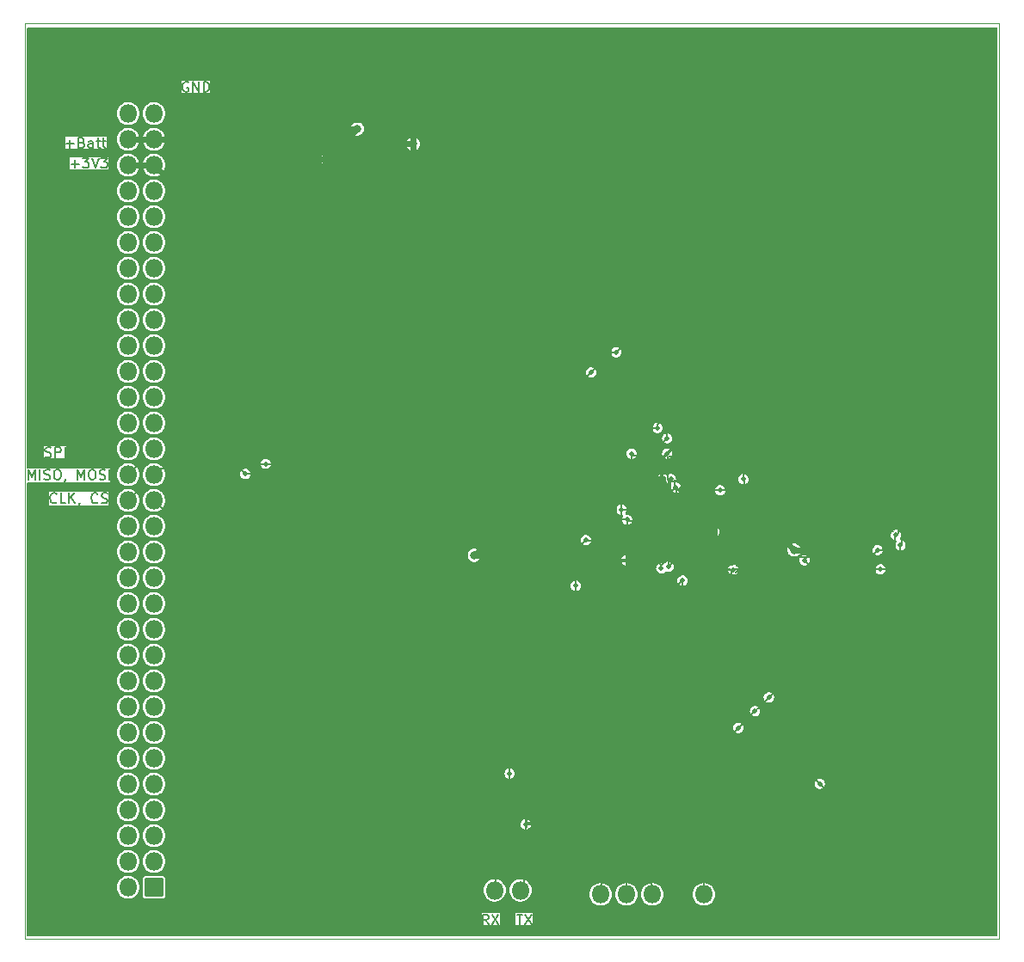
<source format=gbl>
%TF.GenerationSoftware,KiCad,Pcbnew,7.0.9+1*%
%TF.CreationDate,2024-02-18T19:38:02-08:00*%
%TF.ProjectId,hsl_radio,68736c5f-7261-4646-996f-2e6b69636164,1*%
%TF.SameCoordinates,Original*%
%TF.FileFunction,Copper,L4,Bot*%
%TF.FilePolarity,Positive*%
%FSLAX46Y46*%
G04 Gerber Fmt 4.6, Leading zero omitted, Abs format (unit mm)*
G04 Created by KiCad (PCBNEW 7.0.9+1) date 2024-02-18 19:38:02*
%MOMM*%
%LPD*%
G01*
G04 APERTURE LIST*
G04 Aperture macros list*
%AMRoundRect*
0 Rectangle with rounded corners*
0 $1 Rounding radius*
0 $2 $3 $4 $5 $6 $7 $8 $9 X,Y pos of 4 corners*
0 Add a 4 corners polygon primitive as box body*
4,1,4,$2,$3,$4,$5,$6,$7,$8,$9,$2,$3,0*
0 Add four circle primitives for the rounded corners*
1,1,$1+$1,$2,$3*
1,1,$1+$1,$4,$5*
1,1,$1+$1,$6,$7*
1,1,$1+$1,$8,$9*
0 Add four rect primitives between the rounded corners*
20,1,$1+$1,$2,$3,$4,$5,0*
20,1,$1+$1,$4,$5,$6,$7,0*
20,1,$1+$1,$6,$7,$8,$9,0*
20,1,$1+$1,$8,$9,$2,$3,0*%
G04 Aperture macros list end*
%TA.AperFunction,ComponentPad*%
%ADD10C,0.609600*%
%TD*%
%TA.AperFunction,ComponentPad*%
%ADD11R,1.700000X1.700000*%
%TD*%
%TA.AperFunction,ComponentPad*%
%ADD12O,1.700000X1.700000*%
%TD*%
%TA.AperFunction,SMDPad,CuDef*%
%ADD13R,5.080000X2.420000*%
%TD*%
%TA.AperFunction,SMDPad,CuDef*%
%ADD14R,0.950000X0.460000*%
%TD*%
%TA.AperFunction,ComponentPad*%
%ADD15C,0.970000*%
%TD*%
%TA.AperFunction,ComponentPad*%
%ADD16C,6.400000*%
%TD*%
%TA.AperFunction,ViaPad*%
%ADD17C,0.500000*%
%TD*%
%TA.AperFunction,ViaPad*%
%ADD18C,0.800000*%
%TD*%
%TA.AperFunction,Conductor*%
%ADD19C,0.300000*%
%TD*%
%TA.AperFunction,Conductor*%
%ADD20C,0.200000*%
%TD*%
%TA.AperFunction,Conductor*%
%ADD21C,0.600000*%
%TD*%
%TA.AperFunction,SMDPad,CuDef*%
%ADD22R,0.750000X0.280000*%
%TD*%
%TA.AperFunction,SMDPad,CuDef*%
%ADD23R,0.280000X0.750000*%
%TD*%
%TA.AperFunction,SMDPad,CuDef*%
%ADD24R,4.400000X4.400000*%
%TD*%
%TA.AperFunction,SMDPad,CuDef*%
%ADD25RoundRect,0.225000X0.225000X0.250000X-0.225000X0.250000X-0.225000X-0.250000X0.225000X-0.250000X0*%
%TD*%
%TA.AperFunction,SMDPad,CuDef*%
%ADD26RoundRect,0.140000X-0.170000X0.140000X-0.170000X-0.140000X0.170000X-0.140000X0.170000X0.140000X0*%
%TD*%
%TA.AperFunction,SMDPad,CuDef*%
%ADD27RoundRect,0.225000X-0.250000X0.225000X-0.250000X-0.225000X0.250000X-0.225000X0.250000X0.225000X0*%
%TD*%
%TA.AperFunction,SMDPad,CuDef*%
%ADD28RoundRect,0.225000X0.250000X-0.225000X0.250000X0.225000X-0.250000X0.225000X-0.250000X-0.225000X0*%
%TD*%
%TA.AperFunction,SMDPad,CuDef*%
%ADD29RoundRect,0.225000X-0.225000X-0.250000X0.225000X-0.250000X0.225000X0.250000X-0.225000X0.250000X0*%
%TD*%
%TA.AperFunction,SMDPad,CuDef*%
%ADD30RoundRect,0.218750X-0.256250X0.218750X-0.256250X-0.218750X0.256250X-0.218750X0.256250X0.218750X0*%
%TD*%
%TA.AperFunction,SMDPad,CuDef*%
%ADD31R,2.400000X0.740000*%
%TD*%
%TA.AperFunction,SMDPad,CuDef*%
%ADD32R,5.080000X2.290000*%
%TD*%
%TA.AperFunction,SMDPad,CuDef*%
%ADD33RoundRect,0.250000X0.275000X0.700000X-0.275000X0.700000X-0.275000X-0.700000X0.275000X-0.700000X0*%
%TD*%
%TA.AperFunction,SMDPad,CuDef*%
%ADD34RoundRect,0.218750X-0.218750X-0.256250X0.218750X-0.256250X0.218750X0.256250X-0.218750X0.256250X0*%
%TD*%
%TA.AperFunction,SMDPad,CuDef*%
%ADD35RoundRect,0.218750X0.256250X-0.218750X0.256250X0.218750X-0.256250X0.218750X-0.256250X-0.218750X0*%
%TD*%
%TA.AperFunction,SMDPad,CuDef*%
%ADD36RoundRect,0.200000X-0.200000X-0.275000X0.200000X-0.275000X0.200000X0.275000X-0.200000X0.275000X0*%
%TD*%
%TA.AperFunction,SMDPad,CuDef*%
%ADD37RoundRect,0.200000X0.200000X0.275000X-0.200000X0.275000X-0.200000X-0.275000X0.200000X-0.275000X0*%
%TD*%
%TA.AperFunction,SMDPad,CuDef*%
%ADD38RoundRect,0.200000X-0.275000X0.200000X-0.275000X-0.200000X0.275000X-0.200000X0.275000X0.200000X0*%
%TD*%
%TA.AperFunction,SMDPad,CuDef*%
%ADD39RoundRect,0.200000X0.275000X-0.200000X0.275000X0.200000X-0.275000X0.200000X-0.275000X-0.200000X0*%
%TD*%
%TA.AperFunction,SMDPad,CuDef*%
%ADD40R,1.700000X0.810000*%
%TD*%
%TA.AperFunction,SMDPad,CuDef*%
%ADD41R,1.050000X0.810000*%
%TD*%
%TA.AperFunction,SMDPad,CuDef*%
%ADD42R,0.800000X0.900000*%
%TD*%
%TA.AperFunction,SMDPad,CuDef*%
%ADD43R,0.650000X0.400000*%
%TD*%
%TA.AperFunction,SMDPad,CuDef*%
%ADD44R,1.003300X0.558800*%
%TD*%
%TA.AperFunction,SMDPad,CuDef*%
%ADD45RoundRect,0.475000X0.475000X2.075000X-0.475000X2.075000X-0.475000X-2.075000X0.475000X-2.075000X0*%
%TD*%
%TA.AperFunction,SMDPad,CuDef*%
%ADD46R,0.350000X1.000000*%
%TD*%
%TA.AperFunction,SMDPad,CuDef*%
%ADD47R,0.609600X0.609600*%
%TD*%
%TA.AperFunction,SMDPad,CuDef*%
%ADD48R,0.609600X0.457200*%
%TD*%
%TA.AperFunction,SMDPad,CuDef*%
%ADD49R,0.457200X0.609600*%
%TD*%
%TA.AperFunction,SMDPad,CuDef*%
%ADD50R,3.886200X3.886200*%
%TD*%
%TA.AperFunction,SMDPad,CuDef*%
%ADD51R,1.300000X1.600000*%
%TD*%
%TA.AperFunction,Conductor*%
%ADD52C,0.400000*%
%TD*%
%TA.AperFunction,Conductor*%
%ADD53C,0.349250*%
%TD*%
%TA.AperFunction,Conductor*%
%ADD54C,0.203200*%
%TD*%
%ADD55C,0.200000*%
%ADD56R,0.750000X0.280000*%
%ADD57R,0.280000X0.750000*%
%ADD58RoundRect,0.225000X0.225000X0.250000X-0.225000X0.250000X-0.225000X-0.250000X0.225000X-0.250000X0*%
%ADD59RoundRect,0.140000X-0.170000X0.140000X-0.170000X-0.140000X0.170000X-0.140000X0.170000X0.140000X0*%
%ADD60RoundRect,0.225000X-0.250000X0.225000X-0.250000X-0.225000X0.250000X-0.225000X0.250000X0.225000X0*%
%ADD61RoundRect,0.225000X0.250000X-0.225000X0.250000X0.225000X-0.250000X0.225000X-0.250000X-0.225000X0*%
%ADD62RoundRect,0.225000X-0.225000X-0.250000X0.225000X-0.250000X0.225000X0.250000X-0.225000X0.250000X0*%
%ADD63RoundRect,0.218750X-0.256250X0.218750X-0.256250X-0.218750X0.256250X-0.218750X0.256250X0.218750X0*%
%ADD64R,2.400000X0.740000*%
%ADD65R,5.080000X2.290000*%
%ADD66R,5.080000X2.420000*%
%ADD67RoundRect,0.250000X0.275000X0.700000X-0.275000X0.700000X-0.275000X-0.700000X0.275000X-0.700000X0*%
%ADD68RoundRect,0.218750X-0.218750X-0.256250X0.218750X-0.256250X0.218750X0.256250X-0.218750X0.256250X0*%
%ADD69RoundRect,0.218750X0.256250X-0.218750X0.256250X0.218750X-0.256250X0.218750X-0.256250X-0.218750X0*%
%ADD70RoundRect,0.200000X-0.200000X-0.275000X0.200000X-0.275000X0.200000X0.275000X-0.200000X0.275000X0*%
%ADD71RoundRect,0.200000X0.200000X0.275000X-0.200000X0.275000X-0.200000X-0.275000X0.200000X-0.275000X0*%
%ADD72RoundRect,0.200000X-0.275000X0.200000X-0.275000X-0.200000X0.275000X-0.200000X0.275000X0.200000X0*%
%ADD73RoundRect,0.200000X0.275000X-0.200000X0.275000X0.200000X-0.275000X0.200000X-0.275000X-0.200000X0*%
%ADD74R,1.700000X0.810000*%
%ADD75R,1.050000X0.810000*%
%ADD76R,0.800000X0.900000*%
%ADD77R,0.650000X0.400000*%
%ADD78R,1.003300X0.558800*%
%ADD79RoundRect,0.475000X0.475000X2.075000X-0.475000X2.075000X-0.475000X-2.075000X0.475000X-2.075000X0*%
%ADD80R,0.350000X1.000000*%
%ADD81R,0.609600X0.609600*%
%ADD82R,0.609600X0.457200*%
%ADD83R,0.457200X0.609600*%
%ADD84R,1.300000X1.600000*%
%ADD85C,0.125000*%
%ADD86C,0.150000*%
%ADD87C,0.254000*%
%ADD88C,0.300000*%
%ADD89C,0.120000*%
%ADD90C,0.100000*%
%ADD91C,0.152400*%
%ADD92C,0.600000*%
%ADD93RoundRect,0.050800X0.375000X-0.140000X0.375000X0.140000X-0.375000X0.140000X-0.375000X-0.140000X0*%
%ADD94RoundRect,0.050800X-0.140000X-0.375000X0.140000X-0.375000X0.140000X0.375000X-0.140000X0.375000X0*%
%ADD95RoundRect,0.275800X0.225000X0.250000X-0.225000X0.250000X-0.225000X-0.250000X0.225000X-0.250000X0*%
%ADD96RoundRect,0.190800X-0.170000X0.140000X-0.170000X-0.140000X0.170000X-0.140000X0.170000X0.140000X0*%
%ADD97RoundRect,0.275800X-0.250000X0.225000X-0.250000X-0.225000X0.250000X-0.225000X0.250000X0.225000X0*%
%ADD98RoundRect,0.275800X0.250000X-0.225000X0.250000X0.225000X-0.250000X0.225000X-0.250000X-0.225000X0*%
%ADD99RoundRect,0.275800X-0.225000X-0.250000X0.225000X-0.250000X0.225000X0.250000X-0.225000X0.250000X0*%
%ADD100RoundRect,0.269550X-0.256250X0.218750X-0.256250X-0.218750X0.256250X-0.218750X0.256250X0.218750X0*%
%ADD101RoundRect,0.050800X1.200000X0.370000X-1.200000X0.370000X-1.200000X-0.370000X1.200000X-0.370000X0*%
%ADD102RoundRect,0.050800X-0.850000X0.850000X-0.850000X-0.850000X0.850000X-0.850000X0.850000X0.850000X0*%
%ADD103O,1.801600X1.801600*%
%ADD104RoundRect,0.050800X0.850000X-0.850000X0.850000X0.850000X-0.850000X0.850000X-0.850000X-0.850000X0*%
%ADD105RoundRect,0.050800X2.540000X1.145000X-2.540000X1.145000X-2.540000X-1.145000X2.540000X-1.145000X0*%
%ADD106RoundRect,0.050800X2.540000X1.210000X-2.540000X1.210000X-2.540000X-1.210000X2.540000X-1.210000X0*%
%ADD107RoundRect,0.300800X0.275000X0.700000X-0.275000X0.700000X-0.275000X-0.700000X0.275000X-0.700000X0*%
%ADD108RoundRect,0.269550X-0.218750X-0.256250X0.218750X-0.256250X0.218750X0.256250X-0.218750X0.256250X0*%
%ADD109RoundRect,0.269550X0.256250X-0.218750X0.256250X0.218750X-0.256250X0.218750X-0.256250X-0.218750X0*%
%ADD110RoundRect,0.250800X-0.200000X-0.275000X0.200000X-0.275000X0.200000X0.275000X-0.200000X0.275000X0*%
%ADD111RoundRect,0.250800X0.200000X0.275000X-0.200000X0.275000X-0.200000X-0.275000X0.200000X-0.275000X0*%
%ADD112RoundRect,0.250800X-0.275000X0.200000X-0.275000X-0.200000X0.275000X-0.200000X0.275000X0.200000X0*%
%ADD113RoundRect,0.250800X0.275000X-0.200000X0.275000X0.200000X-0.275000X0.200000X-0.275000X-0.200000X0*%
%ADD114RoundRect,0.050800X0.850000X-0.405000X0.850000X0.405000X-0.850000X0.405000X-0.850000X-0.405000X0*%
%ADD115RoundRect,0.050800X0.525000X-0.405000X0.525000X0.405000X-0.525000X0.405000X-0.525000X-0.405000X0*%
%ADD116RoundRect,0.050800X0.400000X-0.450000X0.400000X0.450000X-0.400000X0.450000X-0.400000X-0.450000X0*%
%ADD117RoundRect,0.050800X0.325000X0.200000X-0.325000X0.200000X-0.325000X-0.200000X0.325000X-0.200000X0*%
%ADD118RoundRect,0.050800X-0.501650X-0.279400X0.501650X-0.279400X0.501650X0.279400X-0.501650X0.279400X0*%
%ADD119RoundRect,0.525800X0.475000X2.075000X-0.475000X2.075000X-0.475000X-2.075000X0.475000X-2.075000X0*%
%ADD120RoundRect,0.050800X0.850000X0.850000X-0.850000X0.850000X-0.850000X-0.850000X0.850000X-0.850000X0*%
%ADD121C,6.501600*%
%ADD122RoundRect,0.050800X-0.175000X0.500000X-0.175000X-0.500000X0.175000X-0.500000X0.175000X0.500000X0*%
%ADD123RoundRect,0.050800X0.304800X0.304800X-0.304800X0.304800X-0.304800X-0.304800X0.304800X-0.304800X0*%
%ADD124RoundRect,0.050800X-0.304800X0.228600X-0.304800X-0.228600X0.304800X-0.228600X0.304800X0.228600X0*%
%ADD125RoundRect,0.050800X0.228600X0.304800X-0.228600X0.304800X-0.228600X-0.304800X0.228600X-0.304800X0*%
%ADD126RoundRect,0.050800X1.943100X1.943100X-1.943100X1.943100X-1.943100X-1.943100X1.943100X-1.943100X0*%
%ADD127RoundRect,0.050800X0.650000X-0.800000X0.650000X0.800000X-0.650000X0.800000X-0.650000X-0.800000X0*%
%ADD128C,0.711200*%
%TA.AperFunction,Profile*%
%ADD129C,0.050000*%
%TD*%
G04 APERTURE END LIST*
D10*
%TO.P,U2,37,GND_PAD*%
%TO.N,GND*%
X141400000Y-65100000D03*
X141400000Y-66600000D03*
X141400000Y-68100000D03*
X142900000Y-65100000D03*
X142900000Y-66600000D03*
X142900000Y-68100000D03*
X144400000Y-65100000D03*
X144400000Y-66600000D03*
X144400000Y-68100000D03*
%TD*%
D11*
%TO.P,J4,1,Pin_1*%
%TO.N,GND*%
X148150000Y-102900000D03*
D12*
%TO.P,J4,2,Pin_2*%
%TO.N,/UART1_RTS*%
X145610000Y-102900000D03*
%TO.P,J4,3,Pin_3*%
%TO.N,+3V3*%
X143070000Y-102900000D03*
%TO.P,J4,4,Pin_4*%
%TO.N,/UART1_RX*%
X140530000Y-102900000D03*
%TO.P,J4,5,Pin_5*%
%TO.N,/UART1_TX*%
X137990000Y-102900000D03*
%TO.P,J4,6,Pin_6*%
%TO.N,/UART1_CTS*%
X135450000Y-102900000D03*
%TD*%
D11*
%TO.P,J5,1,Pin_1*%
%TO.N,GND*%
X122475000Y-102500000D03*
D12*
%TO.P,J5,2,Pin_2*%
%TO.N,Net-(J5-Pin_2)*%
X125015000Y-102500000D03*
%TO.P,J5,3,Pin_3*%
%TO.N,Net-(J5-Pin_3)*%
X127555000Y-102500000D03*
%TD*%
D13*
%TO.P,J6,2,Ext*%
%TO.N,GND*%
X171500000Y-67000000D03*
X171500000Y-58240000D03*
D14*
X168510000Y-67000000D03*
X168510000Y-58240000D03*
D15*
X168060000Y-67000000D03*
X168060000Y-58240000D03*
%TD*%
D11*
%TO.P,U4,1,Pin_1*%
%TO.N,unconnected-(U4-Pin_1-Pad1)*%
X91500000Y-102200000D03*
D12*
%TO.P,U4,2,Pin_2*%
%TO.N,unconnected-(U4-Pin_2-Pad2)*%
X88960000Y-102200000D03*
%TO.P,U4,3,Pin_3*%
%TO.N,unconnected-(U4-Pin_3-Pad3)*%
X91500000Y-99660000D03*
%TO.P,U4,4,Pin_4*%
%TO.N,unconnected-(U4-Pin_4-Pad4)*%
X88960000Y-99660000D03*
%TO.P,U4,5,Pin_5*%
%TO.N,unconnected-(U4-Pin_5-Pad5)*%
X91500000Y-97120000D03*
%TO.P,U4,6,Pin_6*%
%TO.N,unconnected-(U4-Pin_6-Pad6)*%
X88960000Y-97120000D03*
%TO.P,U4,7,Pin_7*%
%TO.N,unconnected-(U4-Pin_7-Pad7)*%
X91500000Y-94580000D03*
%TO.P,U4,8,Pin_8*%
%TO.N,unconnected-(U4-Pin_8-Pad8)*%
X88960000Y-94580000D03*
%TO.P,U4,9,Pin_9*%
%TO.N,unconnected-(U4-Pin_9-Pad9)*%
X91500000Y-92040000D03*
%TO.P,U4,10,Pin_10*%
%TO.N,unconnected-(U4-Pin_10-Pad10)*%
X88960000Y-92040000D03*
%TO.P,U4,11,Pin_11*%
%TO.N,unconnected-(U4-Pin_11-Pad11)*%
X91500000Y-89500000D03*
%TO.P,U4,12,Pin_12*%
%TO.N,unconnected-(U4-Pin_12-Pad12)*%
X88960000Y-89500000D03*
%TO.P,U4,13,Pin_13*%
%TO.N,unconnected-(U4-Pin_13-Pad13)*%
X91500000Y-86960000D03*
%TO.P,U4,14,Pin_14*%
%TO.N,unconnected-(U4-Pin_14-Pad14)*%
X88960000Y-86960000D03*
%TO.P,U4,15,Pin_15*%
%TO.N,unconnected-(U4-Pin_15-Pad15)*%
X91500000Y-84420000D03*
%TO.P,U4,16,Pin_16*%
%TO.N,unconnected-(U4-Pin_16-Pad16)*%
X88960000Y-84420000D03*
%TO.P,U4,17,Pin_17*%
%TO.N,unconnected-(U4-Pin_17-Pad17)*%
X91500000Y-81880000D03*
%TO.P,U4,18,Pin_18*%
%TO.N,unconnected-(U4-Pin_18-Pad18)*%
X88960000Y-81880000D03*
%TO.P,U4,19,Pin_19*%
%TO.N,unconnected-(U4-Pin_19-Pad19)*%
X91500000Y-79340000D03*
%TO.P,U4,20,Pin_20*%
%TO.N,unconnected-(U4-Pin_20-Pad20)*%
X88960000Y-79340000D03*
%TO.P,U4,21,Pin_21*%
%TO.N,unconnected-(U4-Pin_21-Pad21)*%
X91500000Y-76800000D03*
%TO.P,U4,22,Pin_22*%
%TO.N,unconnected-(U4-Pin_22-Pad22)*%
X88960000Y-76800000D03*
%TO.P,U4,23,Pin_23*%
%TO.N,unconnected-(U4-Pin_23-Pad23)*%
X91500000Y-74260000D03*
%TO.P,U4,24,Pin_24*%
%TO.N,unconnected-(U4-Pin_24-Pad24)*%
X88960000Y-74260000D03*
%TO.P,U4,25,Pin_25*%
%TO.N,unconnected-(U4-Pin_25-Pad25)*%
X91500000Y-71720000D03*
%TO.P,U4,26,Pin_26*%
%TO.N,unconnected-(U4-Pin_26-Pad26)*%
X88960000Y-71720000D03*
%TO.P,U4,27,Pin_27*%
%TO.N,unconnected-(U4-Pin_27-Pad27)*%
X91500000Y-69180000D03*
%TO.P,U4,28,Pin_28*%
%TO.N,unconnected-(U4-Pin_28-Pad28)*%
X88960000Y-69180000D03*
%TO.P,U4,29,Pin_29*%
%TO.N,unconnected-(U4-Pin_29-Pad29)*%
X91500000Y-66640000D03*
%TO.P,U4,30,Pin_30*%
%TO.N,unconnected-(U4-Pin_30-Pad30)*%
X88960000Y-66640000D03*
%TO.P,U4,31,Pin_31*%
%TO.N,/SPI_CS*%
X91500000Y-64100000D03*
%TO.P,U4,32,Pin_32*%
%TO.N,/SPI_CLK*%
X88960000Y-64100000D03*
%TO.P,U4,33,Pin_33*%
%TO.N,/SPI_MOSI*%
X91500000Y-61560000D03*
%TO.P,U4,34,Pin_34*%
%TO.N,/SPI_MISO*%
X88960000Y-61560000D03*
%TO.P,U4,35,Pin_35*%
%TO.N,unconnected-(U4-Pin_35-Pad35)*%
X91500000Y-59020000D03*
%TO.P,U4,36,Pin_36*%
%TO.N,unconnected-(U4-Pin_36-Pad36)*%
X88960000Y-59020000D03*
%TO.P,U4,37,Pin_37*%
%TO.N,unconnected-(U4-Pin_37-Pad37)*%
X91500000Y-56480000D03*
%TO.P,U4,38,Pin_38*%
%TO.N,unconnected-(U4-Pin_38-Pad38)*%
X88960000Y-56480000D03*
%TO.P,U4,39,Pin_39*%
%TO.N,unconnected-(U4-Pin_39-Pad39)*%
X91500000Y-53940000D03*
%TO.P,U4,40,Pin_40*%
%TO.N,unconnected-(U4-Pin_40-Pad40)*%
X88960000Y-53940000D03*
%TO.P,U4,41,Pin_41*%
%TO.N,unconnected-(U4-Pin_41-Pad41)*%
X91500000Y-51400000D03*
%TO.P,U4,42,Pin_42*%
%TO.N,unconnected-(U4-Pin_42-Pad42)*%
X88960000Y-51400000D03*
%TO.P,U4,43,Pin_43*%
%TO.N,unconnected-(U4-Pin_43-Pad43)*%
X91500000Y-48860000D03*
%TO.P,U4,44,Pin_44*%
%TO.N,unconnected-(U4-Pin_44-Pad44)*%
X88960000Y-48860000D03*
%TO.P,U4,45,Pin_45*%
%TO.N,unconnected-(U4-Pin_45-Pad45)*%
X91500000Y-46320000D03*
%TO.P,U4,46,Pin_46*%
%TO.N,unconnected-(U4-Pin_46-Pad46)*%
X88960000Y-46320000D03*
%TO.P,U4,47,Pin_47*%
%TO.N,unconnected-(U4-Pin_47-Pad47)*%
X91500000Y-43780000D03*
%TO.P,U4,48,Pin_48*%
%TO.N,unconnected-(U4-Pin_48-Pad48)*%
X88960000Y-43780000D03*
%TO.P,U4,49,Pin_49*%
%TO.N,unconnected-(U4-Pin_49-Pad49)*%
X91500000Y-41240000D03*
%TO.P,U4,50,Pin_50*%
%TO.N,unconnected-(U4-Pin_50-Pad50)*%
X88960000Y-41240000D03*
%TO.P,U4,51,Pin_51*%
%TO.N,unconnected-(U4-Pin_51-Pad51)*%
X91500000Y-38700000D03*
%TO.P,U4,52,Pin_52*%
%TO.N,unconnected-(U4-Pin_52-Pad52)*%
X88960000Y-38700000D03*
%TO.P,U4,53,Pin_53*%
%TO.N,unconnected-(U4-Pin_53-Pad53)*%
X91500000Y-36160000D03*
%TO.P,U4,54,Pin_54*%
%TO.N,unconnected-(U4-Pin_54-Pad54)*%
X88960000Y-36160000D03*
%TO.P,U4,55,Pin_55*%
%TO.N,unconnected-(U4-Pin_55-Pad55)*%
X91500000Y-33620000D03*
%TO.P,U4,56,Pin_56*%
%TO.N,unconnected-(U4-Pin_56-Pad56)*%
X88960000Y-33620000D03*
%TO.P,U4,57,Pin_57*%
%TO.N,Net-(U4-Pin_57)*%
X91500000Y-31080000D03*
%TO.P,U4,58,Pin_58*%
X88960000Y-31080000D03*
%TO.P,U4,59,Pin_59*%
%TO.N,+BATT*%
X91500000Y-28540000D03*
%TO.P,U4,60,Pin_60*%
X88960000Y-28540000D03*
%TO.P,U4,61,Pin_61*%
%TO.N,unconnected-(U4-Pin_61-Pad61)*%
X91500000Y-26000000D03*
%TO.P,U4,62,Pin_62*%
%TO.N,unconnected-(U4-Pin_62-Pad62)*%
X88960000Y-26000000D03*
%TO.P,U4,63,Pin_63*%
%TO.N,GND*%
X91500000Y-23460000D03*
%TO.P,U4,64,Pin_64*%
X88960000Y-23460000D03*
D16*
%TO.P,U4,65,Holes*%
X169605000Y-99660000D03*
X169605000Y-26000000D03*
X83880000Y-102200000D03*
X83880000Y-22190000D03*
%TD*%
D17*
%TO.N,/3V3_FILT*%
X146300000Y-63800000D03*
X138000000Y-70000000D03*
X144900000Y-62800000D03*
X142000000Y-59500000D03*
X145700000Y-69400000D03*
X145000000Y-71500000D03*
X139000000Y-64500000D03*
X142500000Y-71500000D03*
X140000000Y-69400000D03*
X146600000Y-67200000D03*
X138500000Y-71500000D03*
X139500000Y-71500000D03*
X141518899Y-61981101D03*
D18*
%TO.N,GND*%
X164800000Y-60300000D03*
X153500000Y-76500000D03*
X157000000Y-72500000D03*
X166360000Y-53850000D03*
X158500000Y-72500000D03*
X133000000Y-63500000D03*
D17*
X154200000Y-65280000D03*
D18*
X160029807Y-65500000D03*
X160029807Y-64500000D03*
X150500000Y-20000000D03*
X164190000Y-63930000D03*
X159029807Y-63500000D03*
X166910000Y-54500000D03*
X161029807Y-63500000D03*
X147300000Y-58600000D03*
X164840000Y-53030000D03*
D17*
X148950000Y-68500000D03*
D18*
X154350000Y-59230000D03*
X164180000Y-61010000D03*
X146500000Y-76500000D03*
X161029807Y-65500000D03*
X166580000Y-67000000D03*
X160500000Y-58200000D03*
X158410000Y-53470000D03*
X162130000Y-53880000D03*
X159029807Y-64500000D03*
X131500000Y-65000000D03*
X154670000Y-55330000D03*
X136500000Y-74000000D03*
X167010000Y-57370000D03*
X167500000Y-75000000D03*
X153200000Y-78700000D03*
X142500000Y-76500000D03*
X153940000Y-57130000D03*
X157310000Y-53450000D03*
X153990000Y-56060000D03*
X166980000Y-55420000D03*
X166980000Y-56400000D03*
X138500000Y-20500000D03*
X139000000Y-75000000D03*
X156330000Y-53740000D03*
X166170000Y-66090000D03*
X160000000Y-72500000D03*
X166260000Y-58940000D03*
X155540000Y-54520000D03*
X162810000Y-53200000D03*
X165620000Y-59630000D03*
X134000000Y-73500000D03*
X153920000Y-58210000D03*
X161029807Y-64500000D03*
X147500000Y-52500000D03*
X105000000Y-25500000D03*
X164000000Y-104500000D03*
X111500000Y-32500000D03*
X140500000Y-76500000D03*
X164933377Y-64526257D03*
X140500000Y-51025000D03*
X152000000Y-62000000D03*
X155010000Y-59960000D03*
X153500000Y-72500000D03*
X163850000Y-53020000D03*
X165790000Y-53150000D03*
X160500000Y-60000000D03*
X144500000Y-52500000D03*
X166920000Y-58260000D03*
X152100000Y-70100000D03*
X131700000Y-94400000D03*
X160500000Y-61000000D03*
X136100000Y-59700000D03*
X129500000Y-71000000D03*
X156440000Y-61480000D03*
X160029807Y-63500000D03*
X159029807Y-65500000D03*
X165760000Y-65260000D03*
X160500000Y-59100000D03*
X155760000Y-60750000D03*
D17*
X148250000Y-64100000D03*
D18*
X102000000Y-42000000D03*
%TO.N,+3V3*%
X105000000Y-39000000D03*
X134000000Y-71000000D03*
X152500000Y-60500000D03*
X154000000Y-104500000D03*
X151000000Y-93000000D03*
X121800000Y-94500000D03*
X155500000Y-72500000D03*
X123000000Y-65000000D03*
X138500000Y-56000000D03*
X133000000Y-65500000D03*
X150000000Y-81000000D03*
D17*
%TO.N,/PA_VAPC*%
X163000000Y-70900000D03*
X148501459Y-70912071D03*
%TO.N,/~{LST_RX_MODE}*%
X134500000Y-51500000D03*
X137000000Y-49500000D03*
X142850500Y-62838556D03*
X149500000Y-62000000D03*
X147200000Y-63100000D03*
X126500000Y-91000000D03*
%TO.N,/RF_EN*%
X138049500Y-66000000D03*
X164500000Y-67500000D03*
X143500000Y-72000000D03*
%TO.N,/RF_BYP*%
X164950500Y-68500000D03*
X137500000Y-65000000D03*
D18*
%TO.N,Net-(U1-EN)*%
X111500000Y-27500000D03*
X107500000Y-30500000D03*
%TO.N,+3V9*%
X117000000Y-29000000D03*
X102000000Y-21500000D03*
X123000000Y-69500000D03*
X154500000Y-69000000D03*
D17*
%TO.N,/LST_TX_MODE*%
X162700000Y-69000000D03*
X128075000Y-96000000D03*
X150638556Y-84861444D03*
X152000000Y-83500000D03*
X142361444Y-62000000D03*
X155500000Y-70000000D03*
X149000000Y-86500000D03*
%TO.N,Net-(U2-RESET_N)*%
X157000000Y-92000000D03*
X138500000Y-59500000D03*
%TO.N,Net-(U2-P0_6)*%
X141401344Y-70802050D03*
X141049500Y-56965364D03*
%TO.N,Net-(U2-P0_7)*%
X142118899Y-70618899D03*
X142000000Y-58000000D03*
%TO.N,Net-(U2-P0_3)*%
X134000000Y-68000000D03*
X133000000Y-72500000D03*
%TO.N,Net-(U2-P1_5)*%
X100500000Y-61500000D03*
X102500000Y-60500000D03*
%TD*%
D19*
%TO.N,/3V3_FILT*%
X141500000Y-60000000D02*
X141500000Y-62000000D01*
X142000000Y-59500000D02*
X141500000Y-60000000D01*
X141500000Y-62000000D02*
X141518899Y-61981101D01*
D20*
%TO.N,/PA_VAPC*%
X148513530Y-70900000D02*
X163000000Y-70900000D01*
X148501459Y-70912071D02*
X148513530Y-70900000D01*
%TO.N,/~{LST_RX_MODE}*%
X134500000Y-51500000D02*
X122300000Y-63700000D01*
X145950000Y-63350000D02*
X146200000Y-63100000D01*
X141500000Y-45000000D02*
X137000000Y-49500000D01*
X126500000Y-90000000D02*
X126500000Y-91000000D01*
X122300000Y-85800000D02*
X126500000Y-90000000D01*
X143361944Y-63350000D02*
X145950000Y-63350000D01*
X149500000Y-62000000D02*
X149500000Y-52500000D01*
X142000000Y-45000000D02*
X141500000Y-45000000D01*
X122300000Y-63700000D02*
X122300000Y-85800000D01*
X146200000Y-63100000D02*
X147200000Y-63100000D01*
X149500000Y-52500000D02*
X142000000Y-45000000D01*
X142850500Y-62838556D02*
X143361944Y-63350000D01*
%TO.N,/RF_EN*%
X138049500Y-68227318D02*
X142661091Y-72838909D01*
X161477818Y-73200000D02*
X164400500Y-70277318D01*
X164400500Y-70277318D02*
X164400500Y-67599500D01*
X164400500Y-67599500D02*
X164500000Y-67500000D01*
X143022182Y-73200000D02*
X161477818Y-73200000D01*
X142661091Y-72838909D02*
X143022182Y-73200000D01*
X138049500Y-66000000D02*
X138049500Y-68227318D01*
X143500000Y-72000000D02*
X142661091Y-72838909D01*
%TO.N,/RF_BYP*%
X143000000Y-74000000D02*
X161243504Y-74000000D01*
X137500000Y-68500000D02*
X143000000Y-74000000D01*
X164950500Y-70293004D02*
X164950500Y-68500000D01*
X161243504Y-74000000D02*
X164950500Y-70293004D01*
X137500000Y-65000000D02*
X137500000Y-68500000D01*
D21*
%TO.N,Net-(U1-EN)*%
X108500000Y-30500000D02*
X107500000Y-30500000D01*
X111500000Y-27500000D02*
X108500000Y-30500000D01*
%TO.N,+3V9*%
X117000000Y-31500000D02*
X139250000Y-53750000D01*
X123000000Y-69500000D02*
X138750000Y-53750000D01*
X117000000Y-29000000D02*
X117000000Y-31500000D01*
X112500000Y-21500000D02*
X117000000Y-26000000D01*
X102000000Y-21500000D02*
X112500000Y-21500000D01*
X138750000Y-53750000D02*
X139250000Y-53750000D01*
X139250000Y-53750000D02*
X154500000Y-69000000D01*
X117000000Y-26000000D02*
X117000000Y-29000000D01*
D20*
%TO.N,/LST_TX_MODE*%
X152000000Y-83500000D02*
X151000000Y-84500000D01*
X142834814Y-63388556D02*
X143941458Y-64495200D01*
X142300500Y-62060944D02*
X142300500Y-63066374D01*
X153072182Y-69700000D02*
X156000000Y-69700000D01*
X142361444Y-62000000D02*
X142300500Y-62060944D01*
X142622682Y-63388556D02*
X142834814Y-63388556D01*
X143941458Y-64495200D02*
X147867382Y-64495200D01*
X155800000Y-69700000D02*
X155500000Y-70000000D01*
X162000000Y-69700000D02*
X162700000Y-69000000D01*
X139500000Y-96000000D02*
X128075000Y-96000000D01*
X147867382Y-64495200D02*
X153072182Y-69700000D01*
X156000000Y-69700000D02*
X162000000Y-69700000D01*
X156000000Y-69700000D02*
X155800000Y-69700000D01*
X151000000Y-84500000D02*
X150638556Y-84861444D01*
X142300500Y-63066374D02*
X142622682Y-63388556D01*
X149000000Y-86500000D02*
X139500000Y-96000000D01*
%TO.N,Net-(U2-RESET_N)*%
X136950000Y-71950000D02*
X157000000Y-92000000D01*
X136950000Y-61550000D02*
X136950000Y-71950000D01*
X138500000Y-59500000D02*
X138500000Y-60000000D01*
X138500000Y-60000000D02*
X136950000Y-61550000D01*
%TO.N,Net-(U2-P0_6)*%
X140000000Y-57500000D02*
X140000000Y-68622182D01*
X141401344Y-70479162D02*
X141401344Y-70802050D01*
X140550000Y-69627818D02*
X141401344Y-70479162D01*
X140534636Y-56965364D02*
X140000000Y-57500000D01*
X140000000Y-68622182D02*
X140550000Y-69172182D01*
X141049500Y-56965364D02*
X140534636Y-56965364D01*
X140550000Y-69172182D02*
X140550000Y-69627818D01*
%TO.N,Net-(U2-P0_7)*%
X140968899Y-59031101D02*
X140968899Y-62300459D01*
X142118899Y-63450459D02*
X142118899Y-70618899D01*
X140968899Y-62300459D02*
X142118899Y-63450459D01*
X142000000Y-58000000D02*
X140968899Y-59031101D01*
%TO.N,Net-(U2-P0_3)*%
X134000000Y-68000000D02*
X133000000Y-69000000D01*
X133000000Y-69000000D02*
X133000000Y-72500000D01*
%TO.N,Net-(U2-P1_5)*%
X100500000Y-61500000D02*
X101000000Y-61500000D01*
X101000000Y-61500000D02*
X102000000Y-60500000D01*
X102000000Y-60500000D02*
X102500000Y-60500000D01*
%TD*%
D22*
%TO.P,U2,1,P1_2*%
%TO.N,Net-(U2-P1_2)*%
X140120000Y-64600000D03*
%TO.P,U2,2,DVDD*%
%TO.N,/3V3_FILT*%
X140120000Y-65100000D03*
%TO.P,U2,3,P1_1*%
%TO.N,/RF_BYP*%
X140120000Y-65600000D03*
%TO.P,U2,4,P1_0*%
%TO.N,/RF_EN*%
X140120000Y-66100000D03*
%TO.P,U2,5,P0_0*%
%TO.N,/AN0*%
X140120000Y-66600000D03*
%TO.P,U2,6,P0_1*%
%TO.N,/AN1*%
X140120000Y-67100000D03*
%TO.P,U2,7,P0_2*%
%TO.N,Net-(U2-P0_2)*%
X140120000Y-67600000D03*
%TO.P,U2,8,P0_3*%
%TO.N,Net-(U2-P0_3)*%
X140120000Y-68100000D03*
%TO.P,U2,9,P0_4*%
%TO.N,Net-(U2-P0_4)*%
X140120000Y-68600000D03*
D23*
%TO.P,U2,10,DVDD*%
%TO.N,/3V3_FILT*%
X140900000Y-69380000D03*
%TO.P,U2,11,P0_5*%
%TO.N,Net-(U2-P0_5)*%
X141400000Y-69380000D03*
%TO.P,U2,12,P0_6*%
%TO.N,Net-(U2-P0_6)*%
X141900000Y-69380000D03*
%TO.P,U2,13,P0_7*%
%TO.N,Net-(U2-P0_7)*%
X142400000Y-69380000D03*
%TO.P,U2,14,P2_0*%
%TO.N,Net-(U2-P2_0)*%
X142900000Y-69380000D03*
%TO.P,U2,15,P2_1*%
%TO.N,/PROG_DD*%
X143400000Y-69380000D03*
%TO.P,U2,16,P2_2*%
%TO.N,/PROG_DC*%
X143900000Y-69380000D03*
%TO.P,U2,17,P2_3/XOSC32-1*%
%TO.N,/PA_VAPC*%
X144400000Y-69380000D03*
%TO.P,U2,18,P2_4/XOSC32-2*%
%TO.N,unconnected-(U2-P2_4{slash}XOSC32-2-Pad18)*%
X144900000Y-69380000D03*
D22*
%TO.P,U2,19,AVDD*%
%TO.N,/3V3_FILT*%
X145680000Y-68600000D03*
%TO.P,U2,20,XOSC-2*%
%TO.N,unconnected-(U2-XOSC-2-Pad20)*%
X145680000Y-68100000D03*
%TO.P,U2,21,XOSC-1*%
%TO.N,Net-(U2-XOSC-1)*%
X145680000Y-67600000D03*
%TO.P,U2,22,AVDD*%
%TO.N,/3V3_FILT*%
X145680000Y-67100000D03*
%TO.P,U2,23,RF_P*%
%TO.N,Net-(U2-RF_P)*%
X145680000Y-66600000D03*
%TO.P,U2,24,RF_N*%
%TO.N,Net-(U2-RF_N)*%
X145680000Y-66100000D03*
%TO.P,U2,25,AVDD*%
%TO.N,/3V3_FILT*%
X145680000Y-65600000D03*
%TO.P,U2,26,AVDD*%
X145680000Y-65100000D03*
%TO.P,U2,27,RBIAS*%
%TO.N,Net-(U2-RBIAS)*%
X145680000Y-64600000D03*
D23*
%TO.P,U2,28,GUARD*%
%TO.N,/3V3_FILT*%
X144900000Y-63820000D03*
%TO.P,U2,29,AVDD_DREG*%
X144400000Y-63820000D03*
%TO.P,U2,30,DCOUPL*%
%TO.N,Net-(U2-DCOUPL)*%
X143900000Y-63820000D03*
%TO.P,U2,31,RESET_N*%
%TO.N,Net-(U2-RESET_N)*%
X143400000Y-63820000D03*
%TO.P,U2,32,P1_7*%
%TO.N,/~{LST_RX_MODE}*%
X142900000Y-63820000D03*
%TO.P,U2,33,P1_6*%
%TO.N,/LST_TX_MODE*%
X142400000Y-63820000D03*
%TO.P,U2,34,P1_5*%
%TO.N,Net-(U2-P1_5)*%
X141900000Y-63820000D03*
%TO.P,U2,35,P1_4*%
%TO.N,Net-(U2-P1_4)*%
X141400000Y-63820000D03*
%TO.P,U2,36,P1_3*%
%TO.N,Net-(U2-P1_3)*%
X140900000Y-63820000D03*
D10*
%TO.P,U2,37,GND_PAD*%
%TO.N,GND*%
X141400000Y-65100000D03*
X141400000Y-66600000D03*
X141400000Y-68100000D03*
X142900000Y-65100000D03*
X142900000Y-66600000D03*
D24*
X142900000Y-66600000D03*
D10*
X142900000Y-68100000D03*
X144400000Y-65100000D03*
X144400000Y-66600000D03*
X144400000Y-68100000D03*
%TD*%
D25*
%TO.P,C1,1*%
%TO.N,/3V3_FILT*%
X136775000Y-71500000D03*
%TO.P,C1,2*%
%TO.N,GND*%
X135225000Y-71500000D03*
%TD*%
D26*
%TO.P,C2,1*%
%TO.N,/3V3_FILT*%
X139000000Y-73020000D03*
%TO.P,C2,2*%
%TO.N,GND*%
X139000000Y-73980000D03*
%TD*%
D27*
%TO.P,C3,1*%
%TO.N,/3V3_FILT*%
X140500000Y-73225000D03*
%TO.P,C3,2*%
%TO.N,GND*%
X140500000Y-74775000D03*
%TD*%
D28*
%TO.P,C4,1*%
%TO.N,Net-(U1-EN)*%
X104000000Y-28775000D03*
%TO.P,C4,2*%
%TO.N,GND*%
X104000000Y-27225000D03*
%TD*%
D27*
%TO.P,C5,1*%
%TO.N,/3V3_FILT*%
X142500000Y-73225000D03*
%TO.P,C5,2*%
%TO.N,GND*%
X142500000Y-74775000D03*
%TD*%
%TO.P,C6,1*%
%TO.N,/PA_VAPC*%
X167500000Y-72225000D03*
%TO.P,C6,2*%
%TO.N,GND*%
X167500000Y-73775000D03*
%TD*%
D26*
%TO.P,C7,1*%
%TO.N,/3V3_FILT*%
X138000000Y-73040000D03*
%TO.P,C7,2*%
%TO.N,GND*%
X138000000Y-74000000D03*
%TD*%
D27*
%TO.P,C8,1*%
%TO.N,+3V9*%
X157000000Y-69225000D03*
%TO.P,C8,2*%
%TO.N,GND*%
X157000000Y-70775000D03*
%TD*%
%TO.P,C9,1*%
%TO.N,GND*%
X144500000Y-54225000D03*
%TO.P,C9,2*%
%TO.N,/3V3_FILT*%
X144500000Y-55775000D03*
%TD*%
%TO.P,C10,1*%
%TO.N,/3V3_FILT*%
X146500000Y-73225000D03*
%TO.P,C10,2*%
%TO.N,GND*%
X146500000Y-74775000D03*
%TD*%
%TO.P,C13,1*%
%TO.N,+3V9*%
X101000000Y-23725000D03*
%TO.P,C13,2*%
%TO.N,GND*%
X101000000Y-25275000D03*
%TD*%
%TO.P,C14,1*%
%TO.N,+3V3*%
X102000000Y-38725000D03*
%TO.P,C14,2*%
%TO.N,GND*%
X102000000Y-40275000D03*
%TD*%
D28*
%TO.P,C19,1*%
%TO.N,Net-(U2-DCOUPL)*%
X144000000Y-61775000D03*
%TO.P,C19,2*%
%TO.N,GND*%
X144000000Y-60225000D03*
%TD*%
%TO.P,C22,1*%
%TO.N,Net-(U2-RESET_N)*%
X140500000Y-54775000D03*
%TO.P,C22,2*%
%TO.N,GND*%
X140500000Y-53225000D03*
%TD*%
D27*
%TO.P,C26,1*%
%TO.N,Net-(U6-VDD)*%
X151300000Y-67525000D03*
%TO.P,C26,2*%
%TO.N,GND*%
X151300000Y-69075000D03*
%TD*%
D29*
%TO.P,C27,1*%
%TO.N,+3V3*%
X149725000Y-78700000D03*
%TO.P,C27,2*%
%TO.N,GND*%
X151275000Y-78700000D03*
%TD*%
D25*
%TO.P,C31,1*%
%TO.N,+3V3*%
X155775000Y-63000000D03*
%TO.P,C31,2*%
%TO.N,GND*%
X154225000Y-63000000D03*
%TD*%
D27*
%TO.P,C44,1*%
%TO.N,+3V9*%
X158500000Y-69225000D03*
%TO.P,C44,2*%
%TO.N,GND*%
X158500000Y-70775000D03*
%TD*%
%TO.P,C46,1*%
%TO.N,+3V9*%
X160000000Y-69225000D03*
%TO.P,C46,2*%
%TO.N,GND*%
X160000000Y-70775000D03*
%TD*%
%TO.P,C47,1*%
%TO.N,GND*%
X147500000Y-54225000D03*
%TO.P,C47,2*%
%TO.N,/3V3_FILT*%
X147500000Y-55775000D03*
%TD*%
D30*
%TO.P,D1,1,K*%
%TO.N,GND*%
X142000000Y-20212500D03*
%TO.P,D1,2,A*%
%TO.N,Net-(D1-A)*%
X142000000Y-21787500D03*
%TD*%
%TO.P,D2,1,K*%
%TO.N,GND*%
X147500000Y-19925000D03*
%TO.P,D2,2,A*%
%TO.N,Net-(D2-A)*%
X147500000Y-21500000D03*
%TD*%
D31*
%TO.P,J2,1,Pin_1*%
%TO.N,GND*%
X160950000Y-104040000D03*
%TO.P,J2,2,Pin_2*%
%TO.N,+3V3*%
X157050000Y-104040000D03*
%TO.P,J2,3,Pin_3*%
%TO.N,/PROG_DC*%
X160950000Y-102770000D03*
%TO.P,J2,4,Pin_4*%
%TO.N,/PROG_DD*%
X157050000Y-102770000D03*
%TO.P,J2,5,Pin_5*%
%TO.N,unconnected-(J2-Pin_5-Pad5)*%
X160950000Y-101500000D03*
%TO.P,J2,6,Pin_6*%
%TO.N,unconnected-(J2-Pin_6-Pad6)*%
X157050000Y-101500000D03*
%TO.P,J2,7,Pin_7*%
%TO.N,/~{LST_RESET}*%
X160950000Y-100230000D03*
%TO.P,J2,8,Pin_8*%
%TO.N,unconnected-(J2-Pin_8-Pad8)*%
X157050000Y-100230000D03*
%TO.P,J2,9,Pin_9*%
%TO.N,unconnected-(J2-Pin_9-Pad9)*%
X160950000Y-98960000D03*
%TO.P,J2,10,Pin_10*%
%TO.N,unconnected-(J2-Pin_10-Pad10)*%
X157050000Y-98960000D03*
%TD*%
D11*
%TO.P,J4,1,Pin_1*%
%TO.N,GND*%
X148150000Y-102900000D03*
D12*
%TO.P,J4,2,Pin_2*%
%TO.N,/UART1_RTS*%
X145610000Y-102900000D03*
%TO.P,J4,3,Pin_3*%
%TO.N,+3V3*%
X143070000Y-102900000D03*
%TO.P,J4,4,Pin_4*%
%TO.N,/UART1_RX*%
X140530000Y-102900000D03*
%TO.P,J4,5,Pin_5*%
%TO.N,/UART1_TX*%
X137990000Y-102900000D03*
%TO.P,J4,6,Pin_6*%
%TO.N,/UART1_CTS*%
X135450000Y-102900000D03*
%TD*%
D11*
%TO.P,J5,1,Pin_1*%
%TO.N,GND*%
X122475000Y-102500000D03*
D12*
%TO.P,J5,2,Pin_2*%
%TO.N,Net-(J5-Pin_2)*%
X125015000Y-102500000D03*
%TO.P,J5,3,Pin_3*%
%TO.N,Net-(J5-Pin_3)*%
X127555000Y-102500000D03*
%TD*%
D32*
%TO.P,J6,1,In*%
%TO.N,Net-(J6-In)*%
X171500000Y-62620000D03*
D13*
%TO.P,J6,2,Ext*%
%TO.N,GND*%
X171500000Y-67000000D03*
X171500000Y-58240000D03*
D14*
X168510000Y-67000000D03*
X168510000Y-58240000D03*
D15*
X168060000Y-67000000D03*
X168060000Y-58240000D03*
%TD*%
D33*
%TO.P,L2,1*%
%TO.N,+3V3*%
X100075000Y-38000000D03*
%TO.P,L2,2*%
%TO.N,Net-(U4-Pin_57)*%
X96925000Y-38000000D03*
%TD*%
D34*
%TO.P,L3,1*%
%TO.N,+3V3*%
X135212500Y-70000000D03*
%TO.P,L3,2*%
%TO.N,/3V3_FILT*%
X136787500Y-70000000D03*
%TD*%
D35*
%TO.P,L8,1*%
%TO.N,+3V3*%
X153100000Y-69187500D03*
%TO.P,L8,2*%
%TO.N,Net-(U6-VDD)*%
X153100000Y-67612500D03*
%TD*%
D36*
%TO.P,R1,1*%
%TO.N,+3V3*%
X123275000Y-94500000D03*
%TO.P,R1,2*%
%TO.N,/~{LST_RX_MODE}*%
X124925000Y-94500000D03*
%TD*%
D37*
%TO.P,R2,1*%
%TO.N,GND*%
X129725000Y-94400000D03*
%TO.P,R2,2*%
%TO.N,/LST_TX_MODE*%
X128075000Y-94400000D03*
%TD*%
D38*
%TO.P,R3,1*%
%TO.N,Net-(D1-A)*%
X142000000Y-23675000D03*
%TO.P,R3,2*%
%TO.N,Net-(U2-P0_6)*%
X142000000Y-25325000D03*
%TD*%
%TO.P,R4,1*%
%TO.N,Net-(D2-A)*%
X147500000Y-23137500D03*
%TO.P,R4,2*%
%TO.N,Net-(U2-P0_7)*%
X147500000Y-24787500D03*
%TD*%
%TO.P,R5,1*%
%TO.N,Net-(U2-P0_2)*%
X135500000Y-98475000D03*
%TO.P,R5,2*%
%TO.N,/UART1_CTS*%
X135500000Y-100125000D03*
%TD*%
%TO.P,R6,1*%
%TO.N,Net-(U2-P0_3)*%
X145700000Y-98375000D03*
%TO.P,R6,2*%
%TO.N,/UART1_RTS*%
X145700000Y-100025000D03*
%TD*%
%TO.P,R7,1*%
%TO.N,Net-(U2-P0_4)*%
X138000000Y-98475000D03*
%TO.P,R7,2*%
%TO.N,/UART1_TX*%
X138000000Y-100125000D03*
%TD*%
%TO.P,R8,1*%
%TO.N,Net-(U2-P0_5)*%
X140400000Y-98475000D03*
%TO.P,R8,2*%
%TO.N,/UART1_RX*%
X140400000Y-100125000D03*
%TD*%
D37*
%TO.P,R9,1*%
%TO.N,Net-(U2-P1_2)*%
X99500000Y-65000000D03*
%TO.P,R9,2*%
%TO.N,/SPI_CS*%
X97850000Y-65000000D03*
%TD*%
%TO.P,R10,1*%
%TO.N,Net-(U2-P1_3)*%
X99500000Y-63000000D03*
%TO.P,R10,2*%
%TO.N,/SPI_CLK*%
X97850000Y-63000000D03*
%TD*%
%TO.P,R11,1*%
%TO.N,Net-(U2-P1_4)*%
X99500000Y-59000000D03*
%TO.P,R11,2*%
%TO.N,/SPI_MISO*%
X97850000Y-59000000D03*
%TD*%
%TO.P,R12,1*%
%TO.N,Net-(U2-P1_5)*%
X99500000Y-61000000D03*
%TO.P,R12,2*%
%TO.N,/SPI_MOSI*%
X97850000Y-61000000D03*
%TD*%
D38*
%TO.P,R13,1*%
%TO.N,/LST_TX_MODE*%
X127900000Y-97775000D03*
%TO.P,R13,2*%
%TO.N,Net-(J5-Pin_3)*%
X127900000Y-99425000D03*
%TD*%
%TO.P,R14,1*%
%TO.N,/~{LST_RX_MODE}*%
X125100000Y-97775000D03*
%TO.P,R14,2*%
%TO.N,Net-(J5-Pin_2)*%
X125100000Y-99425000D03*
%TD*%
%TO.P,R16,1*%
%TO.N,GND*%
X146300000Y-60175000D03*
%TO.P,R16,2*%
%TO.N,Net-(U2-RBIAS)*%
X146300000Y-61825000D03*
%TD*%
D37*
%TO.P,R17,1*%
%TO.N,Net-(U8-OUT)*%
X149825000Y-70000000D03*
%TO.P,R17,2*%
%TO.N,Net-(U2-XOSC-1)*%
X148175000Y-70000000D03*
%TD*%
%TO.P,R18,1*%
%TO.N,Net-(U2-RESET_N)*%
X158325000Y-94500000D03*
%TO.P,R18,2*%
%TO.N,/~{LST_RESET}*%
X156675000Y-94500000D03*
%TD*%
%TO.P,R21,1*%
%TO.N,/AN0*%
X126475000Y-65000000D03*
%TO.P,R21,2*%
%TO.N,+3V3*%
X124825000Y-65000000D03*
%TD*%
%TO.P,R22,1*%
%TO.N,GND*%
X129975000Y-65000000D03*
%TO.P,R22,2*%
%TO.N,/AN0*%
X128325000Y-65000000D03*
%TD*%
%TO.P,R23,1*%
%TO.N,/AN1*%
X126475000Y-69500000D03*
%TO.P,R23,2*%
%TO.N,+3V9*%
X124825000Y-69500000D03*
%TD*%
%TO.P,R24,1*%
%TO.N,GND*%
X130150000Y-69500000D03*
%TO.P,R24,2*%
%TO.N,/AN1*%
X128500000Y-69500000D03*
%TD*%
D36*
%TO.P,R26,1*%
%TO.N,+3V3*%
X134175000Y-65500000D03*
%TO.P,R26,2*%
%TO.N,/RF_EN*%
X135825000Y-65500000D03*
%TD*%
D37*
%TO.P,R27,1*%
%TO.N,/~{LST_RESET}*%
X154325000Y-94500000D03*
%TO.P,R27,2*%
%TO.N,+3V3*%
X152675000Y-94500000D03*
%TD*%
%TO.P,R28,1*%
%TO.N,/RF_BYP*%
X135825000Y-63500000D03*
%TO.P,R28,2*%
%TO.N,GND*%
X134175000Y-63500000D03*
%TD*%
D38*
%TO.P,R36,1*%
%TO.N,/PA_VAPC*%
X169250000Y-72175000D03*
%TO.P,R36,2*%
%TO.N,GND*%
X169250000Y-73825000D03*
%TD*%
D39*
%TO.P,R37,1*%
%TO.N,+3V9*%
X165500000Y-73825000D03*
%TO.P,R37,2*%
%TO.N,/PA_VAPC*%
X165500000Y-72175000D03*
%TD*%
D40*
%TO.P,U3,1,GND*%
%TO.N,GND*%
X159750000Y-54810000D03*
D41*
%TO.P,U3,2,RF*%
%TO.N,Net-(U10-SAW2)*%
X159425000Y-56000000D03*
%TO.P,U3,3,GND*%
%TO.N,GND*%
X159425000Y-57190000D03*
%TO.P,U3,4,GND*%
X161575000Y-57190000D03*
%TO.P,U3,5,RF*%
%TO.N,Net-(U10-SAW1)*%
X161575000Y-56000000D03*
%TO.P,U3,6,GND*%
%TO.N,GND*%
X161575000Y-54810000D03*
%TD*%
D42*
%TO.P,U5,1,GND*%
%TO.N,GND*%
X137550000Y-59700000D03*
%TO.P,U5,2,~{RESET}*%
%TO.N,Net-(U2-RESET_N)*%
X139450000Y-59700000D03*
%TO.P,U5,3,VDD*%
%TO.N,+3V3*%
X138500000Y-57700000D03*
%TD*%
D43*
%TO.P,U6,1,RF1*%
%TO.N,Net-(U10-TX)*%
X153020000Y-65970000D03*
%TO.P,U6,2,GND*%
%TO.N,GND*%
X153020000Y-65320000D03*
%TO.P,U6,3,RF2*%
%TO.N,Net-(U10-RX)*%
X153020000Y-64670000D03*
%TO.P,U6,4,CTRL*%
%TO.N,/~{LST_RX_MODE}*%
X151120000Y-64670000D03*
%TO.P,U6,5,RFC*%
%TO.N,Net-(U6-RFC)*%
X151120000Y-65320000D03*
%TO.P,U6,6,VDD*%
%TO.N,Net-(U6-VDD)*%
X151120000Y-65970000D03*
%TD*%
D39*
%TO.P,R15,1*%
%TO.N,/RF_EN*%
X144500000Y-74825000D03*
%TO.P,R15,2*%
%TO.N,Net-(U2-P2_0)*%
X144500000Y-73175000D03*
%TD*%
D28*
%TO.P,C11,1*%
%TO.N,Net-(U1-BST)*%
X112500000Y-26275000D03*
%TO.P,C11,2*%
%TO.N,Net-(U1-SW)*%
X112500000Y-24725000D03*
%TD*%
D44*
%TO.P,U1,1,GND*%
%TO.N,GND*%
X106147450Y-26549999D03*
%TO.P,U1,2,SW*%
%TO.N,Net-(U1-SW)*%
X106147450Y-27500000D03*
%TO.P,U1,3,VIN*%
%TO.N,Net-(U1-EN)*%
X106147450Y-28450001D03*
%TO.P,U1,4,FB*%
%TO.N,Net-(U1-FB)*%
X108852550Y-28450001D03*
%TO.P,U1,5,EN*%
%TO.N,Net-(U1-EN)*%
X108852550Y-27500000D03*
%TO.P,U1,6,BST*%
%TO.N,Net-(U1-BST)*%
X108852550Y-26549999D03*
%TD*%
D38*
%TO.P,R33,1*%
%TO.N,Net-(U1-FB)*%
X111500000Y-29175000D03*
%TO.P,R33,2*%
%TO.N,GND*%
X111500000Y-30825000D03*
%TD*%
D45*
%TO.P,L4,1,1*%
%TO.N,Net-(U1-SW)*%
X109600000Y-21500000D03*
%TO.P,L4,2,2*%
%TO.N,+3V9*%
X105400000Y-21500000D03*
%TD*%
D37*
%TO.P,R34,1*%
%TO.N,+3V9*%
X115325000Y-29000000D03*
%TO.P,R34,2*%
%TO.N,Net-(U1-FB)*%
X113675000Y-29000000D03*
%TD*%
D11*
%TO.P,U4,1,Pin_1*%
%TO.N,unconnected-(U4-Pin_1-Pad1)*%
X91500000Y-102200000D03*
D12*
%TO.P,U4,2,Pin_2*%
%TO.N,unconnected-(U4-Pin_2-Pad2)*%
X88960000Y-102200000D03*
%TO.P,U4,3,Pin_3*%
%TO.N,unconnected-(U4-Pin_3-Pad3)*%
X91500000Y-99660000D03*
%TO.P,U4,4,Pin_4*%
%TO.N,unconnected-(U4-Pin_4-Pad4)*%
X88960000Y-99660000D03*
%TO.P,U4,5,Pin_5*%
%TO.N,unconnected-(U4-Pin_5-Pad5)*%
X91500000Y-97120000D03*
%TO.P,U4,6,Pin_6*%
%TO.N,unconnected-(U4-Pin_6-Pad6)*%
X88960000Y-97120000D03*
%TO.P,U4,7,Pin_7*%
%TO.N,unconnected-(U4-Pin_7-Pad7)*%
X91500000Y-94580000D03*
%TO.P,U4,8,Pin_8*%
%TO.N,unconnected-(U4-Pin_8-Pad8)*%
X88960000Y-94580000D03*
%TO.P,U4,9,Pin_9*%
%TO.N,unconnected-(U4-Pin_9-Pad9)*%
X91500000Y-92040000D03*
%TO.P,U4,10,Pin_10*%
%TO.N,unconnected-(U4-Pin_10-Pad10)*%
X88960000Y-92040000D03*
%TO.P,U4,11,Pin_11*%
%TO.N,unconnected-(U4-Pin_11-Pad11)*%
X91500000Y-89500000D03*
%TO.P,U4,12,Pin_12*%
%TO.N,unconnected-(U4-Pin_12-Pad12)*%
X88960000Y-89500000D03*
%TO.P,U4,13,Pin_13*%
%TO.N,unconnected-(U4-Pin_13-Pad13)*%
X91500000Y-86960000D03*
%TO.P,U4,14,Pin_14*%
%TO.N,unconnected-(U4-Pin_14-Pad14)*%
X88960000Y-86960000D03*
%TO.P,U4,15,Pin_15*%
%TO.N,unconnected-(U4-Pin_15-Pad15)*%
X91500000Y-84420000D03*
%TO.P,U4,16,Pin_16*%
%TO.N,unconnected-(U4-Pin_16-Pad16)*%
X88960000Y-84420000D03*
%TO.P,U4,17,Pin_17*%
%TO.N,unconnected-(U4-Pin_17-Pad17)*%
X91500000Y-81880000D03*
%TO.P,U4,18,Pin_18*%
%TO.N,unconnected-(U4-Pin_18-Pad18)*%
X88960000Y-81880000D03*
%TO.P,U4,19,Pin_19*%
%TO.N,unconnected-(U4-Pin_19-Pad19)*%
X91500000Y-79340000D03*
%TO.P,U4,20,Pin_20*%
%TO.N,unconnected-(U4-Pin_20-Pad20)*%
X88960000Y-79340000D03*
%TO.P,U4,21,Pin_21*%
%TO.N,unconnected-(U4-Pin_21-Pad21)*%
X91500000Y-76800000D03*
%TO.P,U4,22,Pin_22*%
%TO.N,unconnected-(U4-Pin_22-Pad22)*%
X88960000Y-76800000D03*
%TO.P,U4,23,Pin_23*%
%TO.N,unconnected-(U4-Pin_23-Pad23)*%
X91500000Y-74260000D03*
%TO.P,U4,24,Pin_24*%
%TO.N,unconnected-(U4-Pin_24-Pad24)*%
X88960000Y-74260000D03*
%TO.P,U4,25,Pin_25*%
%TO.N,unconnected-(U4-Pin_25-Pad25)*%
X91500000Y-71720000D03*
%TO.P,U4,26,Pin_26*%
%TO.N,unconnected-(U4-Pin_26-Pad26)*%
X88960000Y-71720000D03*
%TO.P,U4,27,Pin_27*%
%TO.N,unconnected-(U4-Pin_27-Pad27)*%
X91500000Y-69180000D03*
%TO.P,U4,28,Pin_28*%
%TO.N,unconnected-(U4-Pin_28-Pad28)*%
X88960000Y-69180000D03*
%TO.P,U4,29,Pin_29*%
%TO.N,unconnected-(U4-Pin_29-Pad29)*%
X91500000Y-66640000D03*
%TO.P,U4,30,Pin_30*%
%TO.N,unconnected-(U4-Pin_30-Pad30)*%
X88960000Y-66640000D03*
%TO.P,U4,31,Pin_31*%
%TO.N,/SPI_CS*%
X91500000Y-64100000D03*
%TO.P,U4,32,Pin_32*%
%TO.N,/SPI_CLK*%
X88960000Y-64100000D03*
%TO.P,U4,33,Pin_33*%
%TO.N,/SPI_MOSI*%
X91500000Y-61560000D03*
%TO.P,U4,34,Pin_34*%
%TO.N,/SPI_MISO*%
X88960000Y-61560000D03*
%TO.P,U4,35,Pin_35*%
%TO.N,unconnected-(U4-Pin_35-Pad35)*%
X91500000Y-59020000D03*
%TO.P,U4,36,Pin_36*%
%TO.N,unconnected-(U4-Pin_36-Pad36)*%
X88960000Y-59020000D03*
%TO.P,U4,37,Pin_37*%
%TO.N,unconnected-(U4-Pin_37-Pad37)*%
X91500000Y-56480000D03*
%TO.P,U4,38,Pin_38*%
%TO.N,unconnected-(U4-Pin_38-Pad38)*%
X88960000Y-56480000D03*
%TO.P,U4,39,Pin_39*%
%TO.N,unconnected-(U4-Pin_39-Pad39)*%
X91500000Y-53940000D03*
%TO.P,U4,40,Pin_40*%
%TO.N,unconnected-(U4-Pin_40-Pad40)*%
X88960000Y-53940000D03*
%TO.P,U4,41,Pin_41*%
%TO.N,unconnected-(U4-Pin_41-Pad41)*%
X91500000Y-51400000D03*
%TO.P,U4,42,Pin_42*%
%TO.N,unconnected-(U4-Pin_42-Pad42)*%
X88960000Y-51400000D03*
%TO.P,U4,43,Pin_43*%
%TO.N,unconnected-(U4-Pin_43-Pad43)*%
X91500000Y-48860000D03*
%TO.P,U4,44,Pin_44*%
%TO.N,unconnected-(U4-Pin_44-Pad44)*%
X88960000Y-48860000D03*
%TO.P,U4,45,Pin_45*%
%TO.N,unconnected-(U4-Pin_45-Pad45)*%
X91500000Y-46320000D03*
%TO.P,U4,46,Pin_46*%
%TO.N,unconnected-(U4-Pin_46-Pad46)*%
X88960000Y-46320000D03*
%TO.P,U4,47,Pin_47*%
%TO.N,unconnected-(U4-Pin_47-Pad47)*%
X91500000Y-43780000D03*
%TO.P,U4,48,Pin_48*%
%TO.N,unconnected-(U4-Pin_48-Pad48)*%
X88960000Y-43780000D03*
%TO.P,U4,49,Pin_49*%
%TO.N,unconnected-(U4-Pin_49-Pad49)*%
X91500000Y-41240000D03*
%TO.P,U4,50,Pin_50*%
%TO.N,unconnected-(U4-Pin_50-Pad50)*%
X88960000Y-41240000D03*
%TO.P,U4,51,Pin_51*%
%TO.N,unconnected-(U4-Pin_51-Pad51)*%
X91500000Y-38700000D03*
%TO.P,U4,52,Pin_52*%
%TO.N,unconnected-(U4-Pin_52-Pad52)*%
X88960000Y-38700000D03*
%TO.P,U4,53,Pin_53*%
%TO.N,unconnected-(U4-Pin_53-Pad53)*%
X91500000Y-36160000D03*
%TO.P,U4,54,Pin_54*%
%TO.N,unconnected-(U4-Pin_54-Pad54)*%
X88960000Y-36160000D03*
%TO.P,U4,55,Pin_55*%
%TO.N,unconnected-(U4-Pin_55-Pad55)*%
X91500000Y-33620000D03*
%TO.P,U4,56,Pin_56*%
%TO.N,unconnected-(U4-Pin_56-Pad56)*%
X88960000Y-33620000D03*
%TO.P,U4,57,Pin_57*%
%TO.N,Net-(U4-Pin_57)*%
X91500000Y-31080000D03*
%TO.P,U4,58,Pin_58*%
X88960000Y-31080000D03*
%TO.P,U4,59,Pin_59*%
%TO.N,+BATT*%
X91500000Y-28540000D03*
%TO.P,U4,60,Pin_60*%
X88960000Y-28540000D03*
%TO.P,U4,61,Pin_61*%
%TO.N,unconnected-(U4-Pin_61-Pad61)*%
X91500000Y-26000000D03*
%TO.P,U4,62,Pin_62*%
%TO.N,unconnected-(U4-Pin_62-Pad62)*%
X88960000Y-26000000D03*
%TO.P,U4,63,Pin_63*%
%TO.N,GND*%
X91500000Y-23460000D03*
%TO.P,U4,64,Pin_64*%
X88960000Y-23460000D03*
D16*
%TO.P,U4,65,Holes*%
X169605000Y-99660000D03*
X169605000Y-26000000D03*
X83880000Y-102200000D03*
X83880000Y-22190000D03*
%TD*%
D33*
%TO.P,L1,1*%
%TO.N,Net-(U1-EN)*%
X99075000Y-28500000D03*
%TO.P,L1,2*%
%TO.N,+BATT*%
X95925000Y-28500000D03*
%TD*%
D46*
%TO.P,U7,1*%
%TO.N,Net-(U6-RFC)*%
X148950000Y-65400000D03*
%TO.P,U7,2,GND*%
%TO.N,GND*%
X148300000Y-65400000D03*
%TO.P,U7,3*%
%TO.N,Net-(U2-RF_N)*%
X147650000Y-65400000D03*
%TO.P,U7,4*%
%TO.N,Net-(U2-RF_P)*%
X147650000Y-67200000D03*
%TO.P,U7,5,GND*%
%TO.N,GND*%
X148300000Y-67200000D03*
%TO.P,U7,6,GND*%
X148950000Y-67200000D03*
%TD*%
D47*
%TO.P,U10,1,GND*%
%TO.N,GND*%
X163220207Y-67737021D03*
D48*
%TO.P,U10,2,TR*%
%TO.N,/LST_TX_MODE*%
X163220195Y-66750000D03*
%TO.P,U10,3,EN*%
%TO.N,/RF_EN*%
X163220195Y-65999999D03*
%TO.P,U10,4,BYP*%
%TO.N,/RF_BYP*%
X163220195Y-65250001D03*
%TO.P,U10,5,VPC*%
%TO.N,/PA_VAPC*%
X163220195Y-64499999D03*
%TO.P,U10,6,GND*%
%TO.N,GND*%
X163220195Y-63750001D03*
%TO.P,U10,7,ANT*%
%TO.N,Net-(J6-In)*%
X163220195Y-63000000D03*
D47*
%TO.P,U10,8,GND*%
%TO.N,GND*%
X163220207Y-62013995D03*
D49*
%TO.P,U10,9,GND*%
X162250001Y-62012992D03*
%TO.P,U10,10,SAW1*%
%TO.N,Net-(U10-SAW1)*%
X161500000Y-62012992D03*
%TO.P,U10,11,GND*%
%TO.N,GND*%
X160750002Y-62012992D03*
%TO.P,U10,12,GND*%
X160000000Y-62012992D03*
%TO.P,U10,13,SAW2*%
%TO.N,Net-(U10-SAW2)*%
X159250002Y-62012992D03*
%TO.P,U10,14,RBIAS*%
%TO.N,GND*%
X158500001Y-62012992D03*
D47*
%TO.P,U10,15,GND*%
X157529795Y-62013995D03*
D48*
%TO.P,U10,16,VDD1*%
%TO.N,+3V3*%
X157529807Y-63000000D03*
%TO.P,U10,17,VCC_RX*%
X157529807Y-63750001D03*
%TO.P,U10,18,RX*%
%TO.N,Net-(U10-RX)*%
X157529807Y-64499999D03*
%TO.P,U10,19,GND*%
%TO.N,GND*%
X157529807Y-65250001D03*
%TO.P,U10,20,TX*%
%TO.N,Net-(U10-TX)*%
X157529807Y-65999999D03*
%TO.P,U10,21,GND*%
%TO.N,GND*%
X157529807Y-66750000D03*
D47*
%TO.P,U10,22,GND*%
X157529795Y-67737021D03*
D49*
%TO.P,U10,23,VDD2*%
%TO.N,+3V9*%
X158500001Y-67737008D03*
%TO.P,U10,24,VCC_TX1*%
X159250002Y-67737008D03*
%TO.P,U10,25,VCC_TX2*%
X160000000Y-67737008D03*
%TO.P,U10,26,VCC_TX3*%
X160750002Y-67737008D03*
%TO.P,U10,27,GND*%
%TO.N,GND*%
X161500000Y-67737008D03*
%TO.P,U10,28,GND*%
X162250001Y-67737008D03*
D50*
%TO.P,U10,29,PAD*%
X160375001Y-64875000D03*
%TD*%
D51*
%TO.P,U8,1,GND*%
%TO.N,GND*%
X151750000Y-76550000D03*
%TO.P,U8,2,GND*%
X151750000Y-72450000D03*
%TO.P,U8,3,OUT*%
%TO.N,Net-(U8-OUT)*%
X149250000Y-72450000D03*
%TO.P,U8,4,VDD*%
%TO.N,+3V3*%
X149250000Y-76550000D03*
%TD*%
D27*
%TO.P,C12,1*%
%TO.N,+3V9*%
X103000000Y-23725000D03*
%TO.P,C12,2*%
%TO.N,GND*%
X103000000Y-25275000D03*
%TD*%
D17*
%TO.N,/3V3_FILT*%
X146300000Y-63800000D03*
X138000000Y-70000000D03*
X144900000Y-62800000D03*
X142000000Y-59500000D03*
X145700000Y-69400000D03*
X145000000Y-71500000D03*
X139000000Y-64500000D03*
X142500000Y-71500000D03*
X140000000Y-69400000D03*
X146600000Y-67200000D03*
X138500000Y-71500000D03*
X139500000Y-71500000D03*
X141518899Y-61981101D03*
D18*
%TO.N,GND*%
X164800000Y-60300000D03*
X153500000Y-76500000D03*
X157000000Y-72500000D03*
X166360000Y-53850000D03*
X158500000Y-72500000D03*
X133000000Y-63500000D03*
D17*
X154200000Y-65280000D03*
D18*
X160029807Y-65500000D03*
X160029807Y-64500000D03*
X150500000Y-20000000D03*
X164190000Y-63930000D03*
X159029807Y-63500000D03*
X166910000Y-54500000D03*
X161029807Y-63500000D03*
X147300000Y-58600000D03*
X164840000Y-53030000D03*
D17*
X148950000Y-68500000D03*
D18*
X154350000Y-59230000D03*
X164180000Y-61010000D03*
X146500000Y-76500000D03*
X161029807Y-65500000D03*
X166580000Y-67000000D03*
X160500000Y-58200000D03*
X158410000Y-53470000D03*
X162130000Y-53880000D03*
X159029807Y-64500000D03*
X131500000Y-65000000D03*
X154670000Y-55330000D03*
X136500000Y-74000000D03*
X167010000Y-57370000D03*
X167500000Y-75000000D03*
X153200000Y-78700000D03*
X142500000Y-76500000D03*
X153940000Y-57130000D03*
X157310000Y-53450000D03*
X153990000Y-56060000D03*
X166980000Y-55420000D03*
X166980000Y-56400000D03*
X138500000Y-20500000D03*
X139000000Y-75000000D03*
X156330000Y-53740000D03*
X166170000Y-66090000D03*
X160000000Y-72500000D03*
X166260000Y-58940000D03*
X155540000Y-54520000D03*
X162810000Y-53200000D03*
X165620000Y-59630000D03*
X134000000Y-73500000D03*
X153920000Y-58210000D03*
X161029807Y-64500000D03*
X147500000Y-52500000D03*
X105000000Y-25500000D03*
X164000000Y-104500000D03*
X111500000Y-32500000D03*
X140500000Y-76500000D03*
X164933377Y-64526257D03*
X140500000Y-51025000D03*
X152000000Y-62000000D03*
X155010000Y-59960000D03*
X153500000Y-72500000D03*
X163850000Y-53020000D03*
X165790000Y-53150000D03*
X160500000Y-60000000D03*
X144500000Y-52500000D03*
X166920000Y-58260000D03*
X152100000Y-70100000D03*
X131700000Y-94400000D03*
X160500000Y-61000000D03*
X136100000Y-59700000D03*
X129500000Y-71000000D03*
X156440000Y-61480000D03*
X160029807Y-63500000D03*
X159029807Y-65500000D03*
X165760000Y-65260000D03*
X160500000Y-59100000D03*
X155760000Y-60750000D03*
D17*
X148250000Y-64100000D03*
D18*
X102000000Y-42000000D03*
%TO.N,+3V3*%
X105000000Y-39000000D03*
X134000000Y-71000000D03*
X152500000Y-60500000D03*
X154000000Y-104500000D03*
X151000000Y-93000000D03*
X121800000Y-94500000D03*
X155500000Y-72500000D03*
X123000000Y-65000000D03*
X138500000Y-56000000D03*
X133000000Y-65500000D03*
X150000000Y-81000000D03*
D17*
%TO.N,/PA_VAPC*%
X163000000Y-70900000D03*
X148501459Y-70912071D03*
%TO.N,/~{LST_RX_MODE}*%
X134500000Y-51500000D03*
X137000000Y-49500000D03*
X142850500Y-62838556D03*
X149500000Y-62000000D03*
X147200000Y-63100000D03*
X126500000Y-91000000D03*
%TO.N,/RF_EN*%
X138049500Y-66000000D03*
X164500000Y-67500000D03*
X143500000Y-72000000D03*
%TO.N,/RF_BYP*%
X164950500Y-68500000D03*
X137500000Y-65000000D03*
D18*
%TO.N,Net-(U1-EN)*%
X111500000Y-27500000D03*
X107500000Y-30500000D03*
%TO.N,+3V9*%
X117000000Y-29000000D03*
X102000000Y-21500000D03*
X123000000Y-69500000D03*
X154500000Y-69000000D03*
D17*
%TO.N,/LST_TX_MODE*%
X162700000Y-69000000D03*
X128075000Y-96000000D03*
X150638556Y-84861444D03*
X152000000Y-83500000D03*
X142361444Y-62000000D03*
X155500000Y-70000000D03*
X149000000Y-86500000D03*
%TO.N,Net-(U2-RESET_N)*%
X157000000Y-92000000D03*
X138500000Y-59500000D03*
%TO.N,Net-(U2-P0_6)*%
X141401344Y-70802050D03*
X141049500Y-56965364D03*
%TO.N,Net-(U2-P0_7)*%
X142118899Y-70618899D03*
X142000000Y-58000000D03*
%TO.N,Net-(U2-P0_3)*%
X134000000Y-68000000D03*
X133000000Y-72500000D03*
%TO.N,Net-(U2-P1_5)*%
X100500000Y-61500000D03*
X102500000Y-60500000D03*
%TD*%
D19*
%TO.N,/3V3_FILT*%
X144900000Y-63820000D02*
X144900000Y-62800000D01*
X138000000Y-73040000D02*
X138980000Y-73040000D01*
X146500000Y-73000000D02*
X145000000Y-71500000D01*
X145700000Y-69400000D02*
X145680000Y-69380000D01*
X146500000Y-73225000D02*
X146500000Y-73000000D01*
X145680000Y-65100000D02*
X146395000Y-65100000D01*
X140110000Y-65090000D02*
X140120000Y-65100000D01*
X139590000Y-65090000D02*
X140110000Y-65090000D01*
X142500000Y-73225000D02*
X142500000Y-71500000D01*
X146500000Y-67100000D02*
X146600000Y-67200000D01*
X145680000Y-69380000D02*
X145680000Y-68600000D01*
X144500000Y-57000000D02*
X142000000Y-59500000D01*
X144400000Y-63820000D02*
X144900000Y-63820000D01*
X146405000Y-63905000D02*
X146300000Y-63800000D01*
X140500000Y-73225000D02*
X140500000Y-72500000D01*
X138980000Y-73040000D02*
X139000000Y-73020000D01*
X144500000Y-55775000D02*
X147500000Y-55775000D01*
X145680000Y-65600000D02*
X145680000Y-65100000D01*
X140500000Y-72500000D02*
X139500000Y-71500000D01*
X139000000Y-72000000D02*
X138500000Y-71500000D01*
X139000000Y-64500000D02*
X139590000Y-65090000D01*
X139000000Y-73020000D02*
X139000000Y-72000000D01*
X136775000Y-71500000D02*
X138500000Y-71500000D01*
X146405000Y-65090000D02*
X146405000Y-63905000D01*
X145680000Y-67100000D02*
X146500000Y-67100000D01*
X140900000Y-69380000D02*
X140020000Y-69380000D01*
X140020000Y-69380000D02*
X140000000Y-69400000D01*
X136787500Y-70000000D02*
X138000000Y-70000000D01*
X144500000Y-55775000D02*
X144500000Y-57000000D01*
X146395000Y-65100000D02*
X146405000Y-65090000D01*
D21*
%TO.N,GND*%
X158500001Y-62012992D02*
X158500001Y-63000000D01*
D52*
X148300000Y-64150000D02*
X148250000Y-64100000D01*
D21*
X166200000Y-67000000D02*
X168060000Y-67000000D01*
X167000000Y-58234202D02*
X163220207Y-62013995D01*
X161500000Y-63750001D02*
X160375001Y-64875000D01*
X162250001Y-63000000D02*
X160375001Y-64875000D01*
X146300000Y-59600000D02*
X147300000Y-58600000D01*
X163220195Y-63750001D02*
X164124995Y-63750001D01*
X157529807Y-65250001D02*
X160000000Y-65250001D01*
X159750000Y-54810000D02*
X158440000Y-53500000D01*
X150425000Y-19925000D02*
X150500000Y-20000000D01*
X104175001Y-26549999D02*
X105000000Y-26549999D01*
X165500000Y-53000000D02*
X167000000Y-54500000D01*
X160000000Y-65250001D02*
X160375001Y-64875000D01*
X130150000Y-70350000D02*
X129500000Y-71000000D01*
X135225000Y-72275000D02*
X134000000Y-73500000D01*
X137550000Y-59700000D02*
X136100000Y-59700000D01*
X159750000Y-54810000D02*
X161575000Y-54810000D01*
X151275000Y-78700000D02*
X153200000Y-78700000D01*
X105000000Y-26549999D02*
X105000000Y-25500000D01*
X167000000Y-54500000D02*
X167000000Y-58234202D01*
X164124995Y-63750001D02*
X166160000Y-65785006D01*
X167500000Y-73775000D02*
X169200000Y-73775000D01*
X129725000Y-94400000D02*
X131700000Y-94400000D01*
X147500000Y-19925000D02*
X150425000Y-19925000D01*
D52*
X148300000Y-65400000D02*
X148300000Y-64150000D01*
D21*
X129975000Y-65000000D02*
X131500000Y-65000000D01*
X163220195Y-63750001D02*
X161500000Y-63750001D01*
X157529807Y-66750000D02*
X158500001Y-66750000D01*
D52*
X148950000Y-67200000D02*
X148950000Y-68500000D01*
X148300000Y-65400000D02*
X148300000Y-67200000D01*
D21*
X140500000Y-52975000D02*
X140500000Y-51025000D01*
X145675000Y-60225000D02*
X147300000Y-58600000D01*
X157000000Y-70775000D02*
X157000000Y-72500000D01*
X144000000Y-60225000D02*
X145675000Y-60225000D01*
X111500000Y-30825000D02*
X111500000Y-32500000D01*
X142500000Y-74775000D02*
X142500000Y-76500000D01*
X166160000Y-65785006D02*
X166160000Y-66960000D01*
X138000000Y-74000000D02*
X136500000Y-74000000D01*
X168040000Y-58260000D02*
X168060000Y-58240000D01*
D52*
X153020000Y-65320000D02*
X154160000Y-65320000D01*
D21*
X146300000Y-60175000D02*
X146300000Y-59600000D01*
X153000000Y-63000000D02*
X152000000Y-62000000D01*
X151750000Y-76550000D02*
X151750000Y-78225000D01*
X139000000Y-73980000D02*
X139000000Y-75000000D01*
X151300000Y-69300000D02*
X152100000Y-70100000D01*
X167500000Y-73775000D02*
X167500000Y-75000000D01*
X162251004Y-62013995D02*
X162250001Y-62012992D01*
X158440000Y-53500000D02*
X156500000Y-53500000D01*
X138787500Y-20212500D02*
X138500000Y-20500000D01*
X144500000Y-54225000D02*
X144500000Y-52500000D01*
X105000000Y-26549999D02*
X106147450Y-26549999D01*
D20*
X147400000Y-102360000D02*
X147440000Y-102400000D01*
D21*
X160500000Y-57190000D02*
X160500000Y-62012992D01*
X157529795Y-66750012D02*
X157529807Y-66750000D01*
X157529795Y-62013995D02*
X158498998Y-62013995D01*
X160750002Y-64499999D02*
X160375001Y-64875000D01*
X151300000Y-69075000D02*
X151300000Y-69300000D01*
X151750000Y-76550000D02*
X153450000Y-76550000D01*
X158500001Y-63000000D02*
X160375001Y-64875000D01*
D52*
X148300000Y-67200000D02*
X148950000Y-67200000D01*
D21*
X163220194Y-67737008D02*
X163220207Y-67737021D01*
X162250001Y-62012992D02*
X162250001Y-63000000D01*
X151750000Y-72450000D02*
X153450000Y-72450000D01*
D52*
X154160000Y-65320000D02*
X154200000Y-65280000D01*
D21*
X160000000Y-62012992D02*
X160500000Y-62012992D01*
X130150000Y-69500000D02*
X130150000Y-70350000D01*
X153450000Y-76550000D02*
X153500000Y-76500000D01*
X161500000Y-65999999D02*
X160375001Y-64875000D01*
X157013995Y-62013995D02*
X157529795Y-62013995D01*
X160500000Y-57190000D02*
X159425000Y-57190000D01*
X151750000Y-72450000D02*
X151750000Y-76550000D01*
X160750002Y-62012992D02*
X160750002Y-64499999D01*
X142000000Y-20212500D02*
X138787500Y-20212500D01*
X158500001Y-66750000D02*
X160375001Y-64875000D01*
X154225000Y-63000000D02*
X153000000Y-63000000D01*
X161575000Y-54810000D02*
X161575000Y-54425000D01*
X153450000Y-72450000D02*
X153500000Y-72500000D01*
X154000000Y-59000000D02*
X157013995Y-62013995D01*
X166920000Y-58260000D02*
X168040000Y-58260000D01*
X156500000Y-53500000D02*
X154000000Y-56000000D01*
X169200000Y-73775000D02*
X169250000Y-73825000D01*
X102000000Y-40275000D02*
X102000000Y-42000000D01*
X146500000Y-74775000D02*
X146500000Y-76500000D01*
X161500000Y-67737008D02*
X161500000Y-65999999D01*
X140500000Y-74775000D02*
X140500000Y-76500000D01*
X163000000Y-53000000D02*
X165500000Y-53000000D01*
X135225000Y-71500000D02*
X135225000Y-72275000D01*
X157529795Y-67737021D02*
X157529795Y-66750012D01*
X151750000Y-78225000D02*
X151275000Y-78700000D01*
X163540000Y-104040000D02*
X164000000Y-104500000D01*
X147500000Y-54225000D02*
X147500000Y-52500000D01*
X104000000Y-26725000D02*
X104175001Y-26549999D01*
X163220207Y-67737021D02*
X162250014Y-67737021D01*
X103000000Y-25275000D02*
X103000000Y-25374998D01*
X154000000Y-56000000D02*
X154000000Y-59000000D01*
X162250014Y-67737021D02*
X162250001Y-67737008D01*
X158498998Y-62013995D02*
X158500001Y-62012992D01*
X134175000Y-63500000D02*
X133000000Y-63500000D01*
X161575000Y-54425000D02*
X163000000Y-53000000D01*
X160950000Y-104040000D02*
X163540000Y-104040000D01*
X162250001Y-67737008D02*
X161500000Y-67737008D01*
X160000000Y-64499999D02*
X160375001Y-64875000D01*
X166160000Y-66960000D02*
X166200000Y-67000000D01*
X160500000Y-62012992D02*
X160750002Y-62012992D01*
X158500000Y-70775000D02*
X158500000Y-72500000D01*
X163220207Y-62013995D02*
X162251004Y-62013995D01*
X161575000Y-57190000D02*
X160500000Y-57190000D01*
X160000000Y-70775000D02*
X160000000Y-72500000D01*
%TO.N,+3V3*%
X157529807Y-63000000D02*
X156000000Y-63000000D01*
X101275000Y-38000000D02*
X102000000Y-38725000D01*
X152675000Y-94500000D02*
X152500000Y-94500000D01*
X124825000Y-65000000D02*
X123000000Y-65000000D01*
X134175000Y-65500000D02*
X133000000Y-65500000D01*
X104725000Y-38725000D02*
X105000000Y-39000000D01*
X154460000Y-104040000D02*
X154000000Y-104500000D01*
X149725000Y-78700000D02*
X149725000Y-80725000D01*
X153275000Y-60500000D02*
X152500000Y-60500000D01*
X155775000Y-63000000D02*
X153275000Y-60500000D01*
X138500000Y-57700000D02*
X138500000Y-56000000D01*
X153100000Y-69187500D02*
X153100000Y-70100000D01*
X153100000Y-70100000D02*
X155500000Y-72500000D01*
X149250000Y-78225000D02*
X149725000Y-78700000D01*
X135212500Y-70000000D02*
X135000000Y-70000000D01*
X100075000Y-38000000D02*
X101275000Y-38000000D01*
X149725000Y-80725000D02*
X150000000Y-81000000D01*
X135000000Y-70000000D02*
X134000000Y-71000000D01*
X157050000Y-104040000D02*
X154460000Y-104040000D01*
X123275000Y-94500000D02*
X121800000Y-94500000D01*
X157529807Y-63750001D02*
X157529807Y-63000000D01*
X102000000Y-38725000D02*
X104725000Y-38725000D01*
X149250000Y-76550000D02*
X149250000Y-78225000D01*
X152500000Y-94500000D02*
X151000000Y-93000000D01*
D20*
%TO.N,/PA_VAPC*%
X144400000Y-69995000D02*
X144460000Y-70055000D01*
X165500000Y-70900000D02*
X165500000Y-66540000D01*
X165500000Y-70900000D02*
X165500000Y-72175000D01*
X165500000Y-72175000D02*
X167450000Y-72175000D01*
X146555000Y-70055000D02*
X147412071Y-70912071D01*
X165500000Y-70900000D02*
X163000000Y-70900000D01*
X147412071Y-70912071D02*
X148501459Y-70912071D01*
X144460000Y-70055000D02*
X146555000Y-70055000D01*
X167450000Y-72175000D02*
X167500000Y-72225000D01*
X169200000Y-72225000D02*
X169250000Y-72175000D01*
X165500000Y-66540000D02*
X163459999Y-64499999D01*
X144400000Y-69380000D02*
X144400000Y-69995000D01*
X163459999Y-64499999D02*
X163220195Y-64499999D01*
X167500000Y-72225000D02*
X169200000Y-72225000D01*
%TO.N,/PROG_DC*%
X148000000Y-81000000D02*
X164000000Y-97000000D01*
X143900000Y-69380000D02*
X143900000Y-70060685D01*
X164000000Y-97000000D02*
X164000000Y-100550000D01*
X161780000Y-102770000D02*
X160950000Y-102770000D01*
X144294315Y-70455000D02*
X145955000Y-70455000D01*
X164000000Y-100550000D02*
X161780000Y-102770000D01*
X143900000Y-70060685D02*
X144294315Y-70455000D01*
X148000000Y-72500000D02*
X148000000Y-81000000D01*
X145955000Y-70455000D02*
X148000000Y-72500000D01*
%TO.N,/PROG_DD*%
X147600000Y-94150000D02*
X147600000Y-72665686D01*
X145789314Y-70855000D02*
X144128629Y-70855000D01*
X143400000Y-70126371D02*
X143400000Y-69380000D01*
X147600000Y-72665686D02*
X145789314Y-70855000D01*
X157050000Y-102770000D02*
X156220000Y-102770000D01*
X144128629Y-70855000D02*
X143400000Y-70126371D01*
X156220000Y-102770000D02*
X147600000Y-94150000D01*
%TO.N,/~{LST_RESET}*%
X158550000Y-97550000D02*
X158550000Y-98660000D01*
X155500000Y-94500000D02*
X158550000Y-97550000D01*
X160120000Y-100230000D02*
X160950000Y-100230000D01*
X155500000Y-94500000D02*
X156675000Y-94500000D01*
X158550000Y-98660000D02*
X160120000Y-100230000D01*
X154325000Y-94500000D02*
X155500000Y-94500000D01*
%TO.N,/UART1_RTS*%
X145610000Y-102900000D02*
X145610000Y-100115000D01*
X145610000Y-100115000D02*
X145700000Y-100025000D01*
%TO.N,/UART1_RX*%
X140400000Y-102770000D02*
X140530000Y-102900000D01*
X140400000Y-100125000D02*
X140400000Y-102770000D01*
%TO.N,/UART1_TX*%
X138000000Y-100125000D02*
X138000000Y-102890000D01*
X138000000Y-102890000D02*
X137990000Y-102900000D01*
%TO.N,/UART1_CTS*%
X135500000Y-102850000D02*
X135450000Y-102900000D01*
X135500000Y-100125000D02*
X135500000Y-102850000D01*
%TO.N,/~{LST_RX_MODE}*%
X124925000Y-96500000D02*
X124925000Y-97600000D01*
X136500000Y-49500000D02*
X135000000Y-51000000D01*
X149550000Y-63100000D02*
X151120000Y-64670000D01*
X126500000Y-95000000D02*
X125000000Y-96500000D01*
X126500000Y-91000000D02*
X126500000Y-95000000D01*
X142850500Y-62838556D02*
X142900000Y-62888056D01*
X137000000Y-49500000D02*
X136500000Y-49500000D01*
X149550000Y-63100000D02*
X149550000Y-62050000D01*
X125000000Y-96500000D02*
X124925000Y-96500000D01*
X142900000Y-62888056D02*
X142900000Y-63820000D01*
X124925000Y-94500000D02*
X124925000Y-96500000D01*
X135000000Y-51000000D02*
X134500000Y-51500000D01*
X149550000Y-62050000D02*
X149500000Y-62000000D01*
X147200000Y-63100000D02*
X149550000Y-63100000D01*
X124925000Y-97600000D02*
X125100000Y-97775000D01*
%TO.N,/RF_EN*%
X138049500Y-66000000D02*
X138149500Y-66100000D01*
X138149500Y-66100000D02*
X140120000Y-66100000D01*
X164500000Y-67500000D02*
X164700000Y-67300000D01*
X143500000Y-73825000D02*
X143500000Y-72500000D01*
X144500000Y-74825000D02*
X143500000Y-73825000D01*
X138049500Y-66000000D02*
X136325000Y-66000000D01*
X143500000Y-72500000D02*
X143500000Y-72000000D01*
X163724995Y-65999999D02*
X163220195Y-65999999D01*
X164700000Y-67300000D02*
X164700000Y-66975004D01*
X136325000Y-66000000D02*
X135825000Y-65500000D01*
X164700000Y-66975004D02*
X163724995Y-65999999D01*
%TO.N,/AN0*%
X140120000Y-66600000D02*
X129925000Y-66600000D01*
X126475000Y-65000000D02*
X128325000Y-65000000D01*
X129925000Y-66600000D02*
X128325000Y-65000000D01*
%TO.N,/AN1*%
X139545000Y-67100000D02*
X139445000Y-67000000D01*
X126475000Y-69500000D02*
X128500000Y-69500000D01*
X139445000Y-67000000D02*
X131000000Y-67000000D01*
X140120000Y-67100000D02*
X139545000Y-67100000D01*
X131000000Y-67000000D02*
X128500000Y-69500000D01*
%TO.N,/RF_BYP*%
X138277818Y-65000000D02*
X137500000Y-65000000D01*
X163603597Y-65250001D02*
X163220195Y-65250001D01*
X165100000Y-68350500D02*
X165100000Y-66746404D01*
X137500000Y-65000000D02*
X137500000Y-64500000D01*
X137500000Y-64500000D02*
X136500000Y-63500000D01*
X138877818Y-65600000D02*
X138277818Y-65000000D01*
X136500000Y-63500000D02*
X135825000Y-63500000D01*
X140120000Y-65600000D02*
X138877818Y-65600000D01*
X164950500Y-68500000D02*
X165100000Y-68350500D01*
X165100000Y-66746404D02*
X163603597Y-65250001D01*
D21*
%TO.N,Net-(U1-EN)*%
X108852550Y-27500000D02*
X111500000Y-27500000D01*
X106097451Y-28500000D02*
X106147450Y-28450001D01*
X107500000Y-29802551D02*
X106147450Y-28450001D01*
X107500000Y-30500000D02*
X107500000Y-29802551D01*
X99075000Y-28500000D02*
X106097451Y-28500000D01*
%TO.N,+3V9*%
X160000000Y-67737008D02*
X160700000Y-67737008D01*
X163500000Y-72725000D02*
X163500000Y-73500000D01*
X158500000Y-69225000D02*
X157000000Y-69225000D01*
X154500000Y-69000000D02*
X156775000Y-69000000D01*
X158225000Y-69500000D02*
X158500000Y-69225000D01*
X160000000Y-69225000D02*
X163500000Y-72725000D01*
X158500001Y-67737008D02*
X159250002Y-67737008D01*
X105400000Y-21500000D02*
X102000000Y-21500000D01*
X124825000Y-69500000D02*
X123000000Y-69500000D01*
X115325000Y-29000000D02*
X117000000Y-29000000D01*
X163825000Y-73825000D02*
X165500000Y-73825000D01*
X158500000Y-69225000D02*
X160000000Y-69225000D01*
X156775000Y-69000000D02*
X157000000Y-69225000D01*
X163500000Y-73500000D02*
X163825000Y-73825000D01*
X159250002Y-67737008D02*
X160000000Y-67737008D01*
D20*
%TO.N,/LST_TX_MODE*%
X162700000Y-69000000D02*
X163166828Y-69000000D01*
X156200000Y-70700000D02*
X156200000Y-79300000D01*
X163550000Y-66750000D02*
X163220195Y-66750000D01*
X142300000Y-62061444D02*
X142300000Y-63065874D01*
X142300000Y-63065874D02*
X142400000Y-63165874D01*
X142361444Y-62000000D02*
X142300000Y-62061444D01*
X128075000Y-97600000D02*
X127900000Y-97775000D01*
X150638556Y-84861444D02*
X149500000Y-86000000D01*
X163166828Y-69000000D02*
X163825007Y-68341821D01*
X156200000Y-79300000D02*
X152000000Y-83500000D01*
X128075000Y-94400000D02*
X128075000Y-96000000D01*
X142400000Y-63165874D02*
X142400000Y-63820000D01*
X163825007Y-68341821D02*
X163825007Y-67025007D01*
X149500000Y-86000000D02*
X149000000Y-86500000D01*
X128075000Y-96000000D02*
X128075000Y-97600000D01*
X155500000Y-70000000D02*
X156200000Y-70700000D01*
X163825007Y-67025007D02*
X163550000Y-66750000D01*
D21*
%TO.N,Net-(U1-BST)*%
X112225001Y-26549999D02*
X112500000Y-26275000D01*
X108852550Y-26549999D02*
X112225001Y-26549999D01*
%TO.N,Net-(U1-SW)*%
X112500000Y-24400000D02*
X109600000Y-21500000D01*
X112500000Y-24725000D02*
X112500000Y-24400000D01*
X106147450Y-27500000D02*
X107249100Y-27500000D01*
X107500000Y-23600000D02*
X109600000Y-21500000D01*
X107249100Y-27500000D02*
X107500000Y-27249100D01*
X107500000Y-27249100D02*
X107500000Y-23600000D01*
D20*
%TO.N,Net-(U2-DCOUPL)*%
X143900000Y-61875000D02*
X144000000Y-61775000D01*
X143900000Y-63820000D02*
X143900000Y-61875000D01*
%TO.N,Net-(U2-RESET_N)*%
X138500000Y-59500000D02*
X138700000Y-59700000D01*
X143225000Y-62223696D02*
X143400000Y-62398696D01*
X143225000Y-62075000D02*
X143225000Y-62223696D01*
X158325000Y-93325000D02*
X157000000Y-92000000D01*
X139450000Y-59700000D02*
X140500000Y-59700000D01*
X158325000Y-94500000D02*
X158325000Y-93325000D01*
X143400000Y-62398696D02*
X143400000Y-63820000D01*
X140850000Y-59700000D02*
X143225000Y-62075000D01*
X140500000Y-59700000D02*
X140850000Y-59700000D01*
X140500000Y-59700000D02*
X140500000Y-54775000D01*
X138700000Y-59700000D02*
X139450000Y-59700000D01*
%TO.N,Net-(U6-VDD)*%
X151120000Y-67345000D02*
X151300000Y-67525000D01*
X153012500Y-67525000D02*
X153100000Y-67612500D01*
X151300000Y-67525000D02*
X153012500Y-67525000D01*
X151120000Y-65970000D02*
X151120000Y-67345000D01*
%TO.N,Net-(D1-A)*%
X142000000Y-21787500D02*
X142000000Y-23675000D01*
%TO.N,Net-(D2-A)*%
X147500000Y-21500000D02*
X147500000Y-23137500D01*
%TO.N,Net-(U2-P2_0)*%
X142900000Y-70400000D02*
X142900000Y-69380000D01*
X144500000Y-73175000D02*
X144500000Y-72000000D01*
X144500000Y-72000000D02*
X142900000Y-70400000D01*
%TO.N,Net-(J5-Pin_2)*%
X125100000Y-102415000D02*
X125015000Y-102500000D01*
X125100000Y-99425000D02*
X125100000Y-102415000D01*
%TO.N,Net-(J5-Pin_3)*%
X127900000Y-102155000D02*
X127555000Y-102500000D01*
X127900000Y-99425000D02*
X127900000Y-102155000D01*
D53*
%TO.N,Net-(J6-In)*%
X163220195Y-63000000D02*
X171120000Y-63000000D01*
X171120000Y-63000000D02*
X171500000Y-62620000D01*
D21*
%TO.N,Net-(U4-Pin_57)*%
X96925000Y-36505000D02*
X96925000Y-38000000D01*
X88960000Y-31080000D02*
X91500000Y-31080000D01*
X91500000Y-31080000D02*
X96925000Y-36505000D01*
D54*
%TO.N,/SPI_CS*%
X92400000Y-65000000D02*
X97850000Y-65000000D01*
X91500000Y-64100000D02*
X92400000Y-65000000D01*
%TO.N,/SPI_CLK*%
X90165600Y-62894400D02*
X97744400Y-62894400D01*
X97744400Y-62894400D02*
X97850000Y-63000000D01*
X88960000Y-64100000D02*
X90165600Y-62894400D01*
%TO.N,/SPI_MOSI*%
X97850000Y-61000000D02*
X92060000Y-61000000D01*
X92060000Y-61000000D02*
X91500000Y-61560000D01*
%TO.N,/SPI_MISO*%
X97850000Y-59000000D02*
X96624400Y-60225600D01*
X90294400Y-60225600D02*
X88960000Y-61560000D01*
X96624400Y-60225600D02*
X90294400Y-60225600D01*
D21*
%TO.N,+BATT*%
X95885000Y-28540000D02*
X95925000Y-28500000D01*
X88960000Y-28540000D02*
X91500000Y-28540000D01*
X91500000Y-28540000D02*
X95885000Y-28540000D01*
D20*
%TO.N,Net-(U2-P0_6)*%
X141049500Y-56608599D02*
X143325000Y-54333099D01*
X142000000Y-27071815D02*
X142000000Y-25325000D01*
X141049500Y-56965364D02*
X141049500Y-56608599D01*
X141401344Y-70559342D02*
X141900000Y-70060686D01*
X143325000Y-54333099D02*
X143325000Y-28396815D01*
X141900000Y-70060686D02*
X141900000Y-69380000D01*
X141401344Y-70802050D02*
X141401344Y-70559342D01*
X143325000Y-28396815D02*
X142000000Y-27071815D01*
%TO.N,Net-(U2-P0_7)*%
X142400000Y-70337798D02*
X142118899Y-70618899D01*
X143725000Y-28562500D02*
X147500000Y-24787500D01*
X142000000Y-57000000D02*
X143725000Y-55275000D01*
X142400000Y-69380000D02*
X142400000Y-70337798D01*
X142000000Y-58000000D02*
X142000000Y-57000000D01*
X143725000Y-55275000D02*
X143725000Y-28562500D01*
%TO.N,Net-(U2-P0_2)*%
X139479314Y-67600000D02*
X139279314Y-67400000D01*
X140120000Y-67600000D02*
X139479314Y-67600000D01*
X131500000Y-69434314D02*
X131500000Y-93210050D01*
X131500000Y-93210050D02*
X135500000Y-97210050D01*
X133534314Y-67400000D02*
X131500000Y-69434314D01*
X139279314Y-67400000D02*
X133534314Y-67400000D01*
X135500000Y-97210050D02*
X135500000Y-98475000D01*
%TO.N,Net-(U2-P0_3)*%
X133000000Y-72500000D02*
X133000000Y-85675000D01*
X134100000Y-68100000D02*
X134000000Y-68000000D01*
X133000000Y-85675000D02*
X145700000Y-98375000D01*
X140120000Y-68100000D02*
X134100000Y-68100000D01*
%TO.N,Net-(U2-P0_4)*%
X138000000Y-98475000D02*
X131900000Y-92375000D01*
X131900000Y-92375000D02*
X131900000Y-69600000D01*
X132900001Y-68600000D02*
X140120000Y-68600000D01*
X131900000Y-69600000D02*
X132900001Y-68600000D01*
%TO.N,Net-(U2-P0_5)*%
X133065686Y-69000000D02*
X138077818Y-69000000D01*
X138077818Y-69000000D02*
X139132818Y-70055000D01*
X141340000Y-70055000D02*
X141400000Y-69995000D01*
X132300000Y-90375000D02*
X132300000Y-69765686D01*
X140400000Y-98475000D02*
X132300000Y-90375000D01*
X141400000Y-69995000D02*
X141400000Y-69380000D01*
X132300000Y-69765686D02*
X133065686Y-69000000D01*
X139132818Y-70055000D02*
X141340000Y-70055000D01*
%TO.N,Net-(U2-P1_2)*%
X103209190Y-61700000D02*
X99909190Y-65000000D01*
X138763628Y-61700000D02*
X103209190Y-61700000D01*
X140120000Y-64600000D02*
X140120000Y-63056372D01*
X99909190Y-65000000D02*
X99500000Y-65000000D01*
X140120000Y-63056372D02*
X138763628Y-61700000D01*
%TO.N,Net-(U2-P1_3)*%
X140900000Y-63270686D02*
X138929314Y-61300000D01*
X140900000Y-63820000D02*
X140900000Y-63270686D01*
X138929314Y-61300000D02*
X103043504Y-61300000D01*
X101343504Y-63000000D02*
X99500000Y-63000000D01*
X103043504Y-61300000D02*
X101343504Y-63000000D01*
%TO.N,Net-(U2-P1_4)*%
X102877818Y-60900000D02*
X139095000Y-60900000D01*
X101550000Y-61050000D02*
X102727818Y-61050000D01*
X139095000Y-60900000D02*
X141400000Y-63205000D01*
X102727818Y-61050000D02*
X102877818Y-60900000D01*
X141400000Y-63205000D02*
X141400000Y-63820000D01*
X99500000Y-59000000D02*
X101550000Y-61050000D01*
%TO.N,Net-(U2-P1_5)*%
X99500000Y-61000000D02*
X100000000Y-61000000D01*
X141900000Y-63139314D02*
X141900000Y-63820000D01*
X100000000Y-61000000D02*
X100500000Y-61500000D01*
X102500000Y-60500000D02*
X139260686Y-60500000D01*
X139260686Y-60500000D02*
X141900000Y-63139314D01*
%TO.N,Net-(U2-RBIAS)*%
X145680000Y-64600000D02*
X145680000Y-62445000D01*
X145680000Y-62445000D02*
X146300000Y-61825000D01*
%TO.N,Net-(U2-XOSC-1)*%
X148175000Y-69552818D02*
X148175000Y-70000000D01*
X145680000Y-67600000D02*
X146222182Y-67600000D01*
X146222182Y-67600000D02*
X148175000Y-69552818D01*
D21*
%TO.N,Net-(U1-FB)*%
X113500000Y-29175000D02*
X113675000Y-29000000D01*
X111500000Y-29175000D02*
X113500000Y-29175000D01*
X110775001Y-28450001D02*
X111500000Y-29175000D01*
X108852550Y-28450001D02*
X110775001Y-28450001D01*
D20*
%TO.N,Net-(U2-RF_P)*%
X145680000Y-66600000D02*
X147050000Y-66600000D01*
X147050000Y-66600000D02*
X147650000Y-67200000D01*
%TO.N,Net-(U2-RF_N)*%
X146950000Y-66100000D02*
X147650000Y-65400000D01*
X145680000Y-66100000D02*
X146950000Y-66100000D01*
D53*
%TO.N,Net-(U10-SAW2)*%
X159250002Y-61110002D02*
X159250002Y-62012992D01*
X156370000Y-58230000D02*
X159250002Y-61110002D01*
X159425000Y-56000000D02*
X157060000Y-56000000D01*
X157060000Y-56000000D02*
X156370000Y-56690000D01*
X156370000Y-56690000D02*
X156370000Y-58230000D01*
%TO.N,Net-(U10-SAW1)*%
X161500000Y-61000000D02*
X161500000Y-62012992D01*
X161575000Y-56000000D02*
X164000000Y-56000000D01*
X164500000Y-58000000D02*
X161500000Y-61000000D01*
X164500000Y-56500000D02*
X164500000Y-58000000D01*
X164000000Y-56000000D02*
X164500000Y-56500000D01*
%TO.N,Net-(U10-TX)*%
X157499808Y-65970000D02*
X157529807Y-65999999D01*
X153049999Y-65999999D02*
X153020000Y-65970000D01*
X153020000Y-65970000D02*
X157499808Y-65970000D01*
%TO.N,Net-(U10-RX)*%
X157529807Y-64499999D02*
X153190001Y-64499999D01*
X153190001Y-64499999D02*
X153020000Y-64670000D01*
D52*
%TO.N,Net-(U6-RFC)*%
X148970000Y-65420000D02*
X148950000Y-65400000D01*
D53*
X149030000Y-65320000D02*
X148950000Y-65400000D01*
X151120000Y-65320000D02*
X149030000Y-65320000D01*
D20*
%TO.N,Net-(U8-OUT)*%
X149825000Y-70000000D02*
X149825000Y-71875000D01*
X149825000Y-71875000D02*
X149250000Y-72450000D01*
%TD*%
%TA.AperFunction,Conductor*%
%TO.N,+3V9*%
G36*
X106443039Y-18519685D02*
G01*
X106488794Y-18572489D01*
X106500000Y-18624000D01*
X106500000Y-24376000D01*
X106480315Y-24443039D01*
X106427511Y-24488794D01*
X106376000Y-24500000D01*
X94124000Y-24500000D01*
X94056961Y-24480315D01*
X94011206Y-24427511D01*
X94000000Y-24376000D01*
X94000000Y-24065586D01*
X94019685Y-23998547D01*
X94072489Y-23952792D01*
X94141647Y-23942848D01*
X94185342Y-23962803D01*
X94196579Y-23962803D01*
X97048407Y-23962803D01*
X97048407Y-22776836D01*
X94196579Y-22776836D01*
X94184024Y-22776836D01*
X94150358Y-22795219D01*
X94080666Y-22790235D01*
X94024733Y-22748363D01*
X94000316Y-22682899D01*
X94000000Y-22674053D01*
X94000000Y-18624000D01*
X94019685Y-18556961D01*
X94072489Y-18511206D01*
X94124000Y-18500000D01*
X106376000Y-18500000D01*
X106443039Y-18519685D01*
G37*
%TD.AperFunction*%
%TD*%
%TA.AperFunction,Conductor*%
%TO.N,GND*%
G36*
X104943039Y-25019685D02*
G01*
X104988794Y-25072489D01*
X105000000Y-25124000D01*
X105000000Y-27376000D01*
X104980315Y-27443039D01*
X104927511Y-27488794D01*
X104876000Y-27500000D01*
X100124000Y-27500000D01*
X100056961Y-27480315D01*
X100011206Y-27427511D01*
X100000000Y-27376000D01*
X100000000Y-25124000D01*
X100019685Y-25056961D01*
X100072489Y-25011206D01*
X100124000Y-25000000D01*
X104876000Y-25000000D01*
X104943039Y-25019685D01*
G37*
%TD.AperFunction*%
%TD*%
%TA.AperFunction,Conductor*%
%TO.N,Net-(U1-SW)*%
G36*
X123943039Y-18519685D02*
G01*
X123988794Y-18572489D01*
X124000000Y-18624000D01*
X124000000Y-23876000D01*
X123980315Y-23943039D01*
X123927511Y-23988794D01*
X123876000Y-24000000D01*
X108624000Y-24000000D01*
X108556961Y-23980315D01*
X108511206Y-23927511D01*
X108500000Y-23876000D01*
X108500000Y-18624000D01*
X108519685Y-18556961D01*
X108572489Y-18511206D01*
X108624000Y-18500000D01*
X123876000Y-18500000D01*
X123943039Y-18519685D01*
G37*
%TD.AperFunction*%
%TD*%
%TA.AperFunction,Conductor*%
%TO.N,+3V9*%
G36*
X160888539Y-67519685D02*
G01*
X160934294Y-67572489D01*
X160945500Y-67624000D01*
X160945500Y-67715949D01*
X160945355Y-67720182D01*
X160941591Y-67775200D01*
X160941592Y-67775204D01*
X160952813Y-67829207D01*
X160953532Y-67833377D01*
X160961043Y-67888016D01*
X160961045Y-67888024D01*
X160963620Y-67893953D01*
X160971286Y-67918107D01*
X160972602Y-67924439D01*
X160972604Y-67924445D01*
X160986097Y-67950484D01*
X161000000Y-68007533D01*
X161000000Y-69876000D01*
X160980315Y-69943039D01*
X160927511Y-69988794D01*
X160876000Y-70000000D01*
X158124000Y-70000000D01*
X158056961Y-69980315D01*
X158011206Y-69927511D01*
X158000000Y-69876000D01*
X158000000Y-68289977D01*
X158019685Y-68222938D01*
X158020898Y-68221086D01*
X158054242Y-68171184D01*
X158074329Y-68141122D01*
X158089095Y-68066888D01*
X158089094Y-67623998D01*
X158108778Y-67556961D01*
X158161582Y-67511206D01*
X158213094Y-67500000D01*
X160821500Y-67500000D01*
X160888539Y-67519685D01*
G37*
%TD.AperFunction*%
%TD*%
%TA.AperFunction,Conductor*%
%TO.N,Net-(U1-EN)*%
G36*
X105534597Y-28015958D02*
G01*
X105535218Y-28014461D01*
X105546501Y-28019135D01*
X105588553Y-28027499D01*
X105620733Y-28033900D01*
X105980666Y-28033899D01*
X106014121Y-28038497D01*
X106037434Y-28045029D01*
X106071236Y-28054500D01*
X107239636Y-28054500D01*
X107241839Y-28054575D01*
X107306339Y-28056779D01*
X107349682Y-28046215D01*
X107355909Y-28045031D01*
X107400109Y-28038957D01*
X107416751Y-28031727D01*
X107436796Y-28024987D01*
X107438974Y-28024456D01*
X107454433Y-28020689D01*
X107454435Y-28020688D01*
X107462924Y-28015915D01*
X107523699Y-28000000D01*
X107876000Y-28000000D01*
X107943039Y-28019685D01*
X107988794Y-28072489D01*
X108000000Y-28124000D01*
X108000000Y-36376000D01*
X107980315Y-36443039D01*
X107927511Y-36488794D01*
X107876000Y-36500000D01*
X100124000Y-36500000D01*
X100056961Y-36480315D01*
X100011206Y-36427511D01*
X100000000Y-36376000D01*
X100000000Y-28124000D01*
X100019685Y-28056961D01*
X100072489Y-28011206D01*
X100124000Y-28000000D01*
X105480248Y-28000000D01*
X105534597Y-28015958D01*
G37*
%TD.AperFunction*%
%TD*%
D10*
%TO.N,GND*%
%TO.C,U2*%
X141400000Y-65100000D03*
X141400000Y-66600000D03*
X141400000Y-68100000D03*
X142900000Y-65100000D03*
X142900000Y-66600000D03*
X142900000Y-68100000D03*
X144400000Y-65100000D03*
X144400000Y-66600000D03*
X144400000Y-68100000D03*
%TD*%
D11*
%TO.N,GND*%
%TO.C,J4*%
X148150000Y-102900000D03*
D12*
%TO.N,/UART1_RTS*%
X145610000Y-102900000D03*
%TO.N,+3V3*%
X143070000Y-102900000D03*
%TO.N,/UART1_RX*%
X140530000Y-102900000D03*
%TO.N,/UART1_TX*%
X137990000Y-102900000D03*
%TO.N,/UART1_CTS*%
X135450000Y-102900000D03*
%TD*%
D11*
%TO.N,GND*%
%TO.C,J5*%
X122475000Y-102500000D03*
D12*
%TO.N,Net-(J5-Pin_2)*%
X125015000Y-102500000D03*
%TO.N,Net-(J5-Pin_3)*%
X127555000Y-102500000D03*
%TD*%
D15*
%TO.N,GND*%
%TO.C,J6*%
X168060000Y-67000000D03*
X168060000Y-58240000D03*
%TD*%
D11*
%TO.N,unconnected-(U4-Pin_1-Pad1)*%
%TO.C,U4*%
X91500000Y-102200000D03*
D12*
%TO.N,unconnected-(U4-Pin_2-Pad2)*%
X88960000Y-102200000D03*
%TO.N,unconnected-(U4-Pin_3-Pad3)*%
X91500000Y-99660000D03*
%TO.N,unconnected-(U4-Pin_4-Pad4)*%
X88960000Y-99660000D03*
%TO.N,unconnected-(U4-Pin_5-Pad5)*%
X91500000Y-97120000D03*
%TO.N,unconnected-(U4-Pin_6-Pad6)*%
X88960000Y-97120000D03*
%TO.N,unconnected-(U4-Pin_7-Pad7)*%
X91500000Y-94580000D03*
%TO.N,unconnected-(U4-Pin_8-Pad8)*%
X88960000Y-94580000D03*
%TO.N,unconnected-(U4-Pin_9-Pad9)*%
X91500000Y-92040000D03*
%TO.N,unconnected-(U4-Pin_10-Pad10)*%
X88960000Y-92040000D03*
%TO.N,unconnected-(U4-Pin_11-Pad11)*%
X91500000Y-89500000D03*
%TO.N,unconnected-(U4-Pin_12-Pad12)*%
X88960000Y-89500000D03*
%TO.N,unconnected-(U4-Pin_13-Pad13)*%
X91500000Y-86960000D03*
%TO.N,unconnected-(U4-Pin_14-Pad14)*%
X88960000Y-86960000D03*
%TO.N,unconnected-(U4-Pin_15-Pad15)*%
X91500000Y-84420000D03*
%TO.N,unconnected-(U4-Pin_16-Pad16)*%
X88960000Y-84420000D03*
%TO.N,unconnected-(U4-Pin_17-Pad17)*%
X91500000Y-81880000D03*
%TO.N,unconnected-(U4-Pin_18-Pad18)*%
X88960000Y-81880000D03*
%TO.N,unconnected-(U4-Pin_19-Pad19)*%
X91500000Y-79340000D03*
%TO.N,unconnected-(U4-Pin_20-Pad20)*%
X88960000Y-79340000D03*
%TO.N,unconnected-(U4-Pin_21-Pad21)*%
X91500000Y-76800000D03*
%TO.N,unconnected-(U4-Pin_22-Pad22)*%
X88960000Y-76800000D03*
%TO.N,unconnected-(U4-Pin_23-Pad23)*%
X91500000Y-74260000D03*
%TO.N,unconnected-(U4-Pin_24-Pad24)*%
X88960000Y-74260000D03*
%TO.N,unconnected-(U4-Pin_25-Pad25)*%
X91500000Y-71720000D03*
%TO.N,unconnected-(U4-Pin_26-Pad26)*%
X88960000Y-71720000D03*
%TO.N,unconnected-(U4-Pin_27-Pad27)*%
X91500000Y-69180000D03*
%TO.N,unconnected-(U4-Pin_28-Pad28)*%
X88960000Y-69180000D03*
%TO.N,unconnected-(U4-Pin_29-Pad29)*%
X91500000Y-66640000D03*
%TO.N,unconnected-(U4-Pin_30-Pad30)*%
X88960000Y-66640000D03*
%TO.N,/SPI_CS*%
X91500000Y-64100000D03*
%TO.N,/SPI_CLK*%
X88960000Y-64100000D03*
%TO.N,/SPI_MOSI*%
X91500000Y-61560000D03*
%TO.N,/SPI_MISO*%
X88960000Y-61560000D03*
%TO.N,unconnected-(U4-Pin_35-Pad35)*%
X91500000Y-59020000D03*
%TO.N,unconnected-(U4-Pin_36-Pad36)*%
X88960000Y-59020000D03*
%TO.N,unconnected-(U4-Pin_37-Pad37)*%
X91500000Y-56480000D03*
%TO.N,unconnected-(U4-Pin_38-Pad38)*%
X88960000Y-56480000D03*
%TO.N,unconnected-(U4-Pin_39-Pad39)*%
X91500000Y-53940000D03*
%TO.N,unconnected-(U4-Pin_40-Pad40)*%
X88960000Y-53940000D03*
%TO.N,unconnected-(U4-Pin_41-Pad41)*%
X91500000Y-51400000D03*
%TO.N,unconnected-(U4-Pin_42-Pad42)*%
X88960000Y-51400000D03*
%TO.N,unconnected-(U4-Pin_43-Pad43)*%
X91500000Y-48860000D03*
%TO.N,unconnected-(U4-Pin_44-Pad44)*%
X88960000Y-48860000D03*
%TO.N,unconnected-(U4-Pin_45-Pad45)*%
X91500000Y-46320000D03*
%TO.N,unconnected-(U4-Pin_46-Pad46)*%
X88960000Y-46320000D03*
%TO.N,unconnected-(U4-Pin_47-Pad47)*%
X91500000Y-43780000D03*
%TO.N,unconnected-(U4-Pin_48-Pad48)*%
X88960000Y-43780000D03*
%TO.N,unconnected-(U4-Pin_49-Pad49)*%
X91500000Y-41240000D03*
%TO.N,unconnected-(U4-Pin_50-Pad50)*%
X88960000Y-41240000D03*
%TO.N,unconnected-(U4-Pin_51-Pad51)*%
X91500000Y-38700000D03*
%TO.N,unconnected-(U4-Pin_52-Pad52)*%
X88960000Y-38700000D03*
%TO.N,unconnected-(U4-Pin_53-Pad53)*%
X91500000Y-36160000D03*
%TO.N,unconnected-(U4-Pin_54-Pad54)*%
X88960000Y-36160000D03*
%TO.N,unconnected-(U4-Pin_55-Pad55)*%
X91500000Y-33620000D03*
%TO.N,unconnected-(U4-Pin_56-Pad56)*%
X88960000Y-33620000D03*
%TO.N,Net-(U4-Pin_57)*%
X91500000Y-31080000D03*
X88960000Y-31080000D03*
%TO.N,+BATT*%
X91500000Y-28540000D03*
X88960000Y-28540000D03*
%TO.N,unconnected-(U4-Pin_61-Pad61)*%
X91500000Y-26000000D03*
%TO.N,unconnected-(U4-Pin_62-Pad62)*%
X88960000Y-26000000D03*
%TO.N,GND*%
X91500000Y-23460000D03*
X88960000Y-23460000D03*
D16*
X169605000Y-99660000D03*
X169605000Y-26000000D03*
X83880000Y-102200000D03*
X83880000Y-22190000D03*
%TD*%
D17*
%TO.N,/3V3_FILT*%
X146300000Y-63800000D03*
X138000000Y-70000000D03*
X144900000Y-62800000D03*
X142000000Y-59500000D03*
X145700000Y-69400000D03*
X145000000Y-71500000D03*
X139000000Y-64500000D03*
X142500000Y-71500000D03*
X140000000Y-69400000D03*
X146600000Y-67200000D03*
X138500000Y-71500000D03*
X139500000Y-71500000D03*
X141518899Y-61981101D03*
D18*
%TO.N,GND*%
X164800000Y-60300000D03*
X153500000Y-76500000D03*
X157000000Y-72500000D03*
X166360000Y-53850000D03*
X158500000Y-72500000D03*
X133000000Y-63500000D03*
D17*
X154200000Y-65280000D03*
D18*
X160029807Y-65500000D03*
X160029807Y-64500000D03*
X150500000Y-20000000D03*
X164190000Y-63930000D03*
X159029807Y-63500000D03*
X166910000Y-54500000D03*
X161029807Y-63500000D03*
X147300000Y-58600000D03*
X164840000Y-53030000D03*
D17*
X148950000Y-68500000D03*
D18*
X154350000Y-59230000D03*
X164180000Y-61010000D03*
X146500000Y-76500000D03*
X161029807Y-65500000D03*
X166580000Y-67000000D03*
X160500000Y-58200000D03*
X158410000Y-53470000D03*
X162130000Y-53880000D03*
X159029807Y-64500000D03*
X131500000Y-65000000D03*
X154670000Y-55330000D03*
X136500000Y-74000000D03*
X167010000Y-57370000D03*
X167500000Y-75000000D03*
X153200000Y-78700000D03*
X142500000Y-76500000D03*
X153940000Y-57130000D03*
X157310000Y-53450000D03*
X153990000Y-56060000D03*
X166980000Y-55420000D03*
X166980000Y-56400000D03*
X138500000Y-20500000D03*
X139000000Y-75000000D03*
X156330000Y-53740000D03*
X166170000Y-66090000D03*
X160000000Y-72500000D03*
X166260000Y-58940000D03*
X155540000Y-54520000D03*
X162810000Y-53200000D03*
X165620000Y-59630000D03*
X134000000Y-73500000D03*
X153920000Y-58210000D03*
X161029807Y-64500000D03*
X147500000Y-52500000D03*
X105000000Y-25500000D03*
X164000000Y-104500000D03*
X111500000Y-32500000D03*
X140500000Y-76500000D03*
X164933377Y-64526257D03*
X140500000Y-51025000D03*
X152000000Y-62000000D03*
X155010000Y-59960000D03*
X153500000Y-72500000D03*
X163850000Y-53020000D03*
X165790000Y-53150000D03*
X160500000Y-60000000D03*
X144500000Y-52500000D03*
X166920000Y-58260000D03*
X152100000Y-70100000D03*
X131700000Y-94400000D03*
X160500000Y-61000000D03*
X136100000Y-59700000D03*
X129500000Y-71000000D03*
X156440000Y-61480000D03*
X160029807Y-63500000D03*
X159029807Y-65500000D03*
X165760000Y-65260000D03*
X160500000Y-59100000D03*
X155760000Y-60750000D03*
D17*
X148250000Y-64100000D03*
D18*
X102000000Y-42000000D03*
%TO.N,+3V3*%
X105000000Y-39000000D03*
X134000000Y-71000000D03*
X152500000Y-60500000D03*
X154000000Y-104500000D03*
X151000000Y-93000000D03*
X121800000Y-94500000D03*
X155500000Y-72500000D03*
X123000000Y-65000000D03*
X138500000Y-56000000D03*
X133000000Y-65500000D03*
X150000000Y-81000000D03*
D17*
%TO.N,/PA_VAPC*%
X163000000Y-70900000D03*
X148501459Y-70912071D03*
%TO.N,/~{LST_RX_MODE}*%
X134500000Y-51500000D03*
X137000000Y-49500000D03*
X142850500Y-62838556D03*
X149500000Y-62000000D03*
X147200000Y-63100000D03*
X126500000Y-91000000D03*
%TO.N,/RF_EN*%
X138049500Y-66000000D03*
X164500000Y-67500000D03*
X143500000Y-72000000D03*
%TO.N,/RF_BYP*%
X164950500Y-68500000D03*
X137500000Y-65000000D03*
D18*
%TO.N,Net-(U1-EN)*%
X111500000Y-27500000D03*
X107500000Y-30500000D03*
%TO.N,+3V9*%
X117000000Y-29000000D03*
X102000000Y-21500000D03*
X123000000Y-69500000D03*
X154500000Y-69000000D03*
D17*
%TO.N,/LST_TX_MODE*%
X162700000Y-69000000D03*
X128075000Y-96000000D03*
X150638556Y-84861444D03*
X152000000Y-83500000D03*
X142361444Y-62000000D03*
X155500000Y-70000000D03*
X149000000Y-86500000D03*
%TO.N,Net-(U2-RESET_N)*%
X157000000Y-92000000D03*
X138500000Y-59500000D03*
%TO.N,Net-(U2-P0_6)*%
X141401344Y-70802050D03*
X141049500Y-56965364D03*
%TO.N,Net-(U2-P0_7)*%
X142118899Y-70618899D03*
X142000000Y-58000000D03*
%TO.N,Net-(U2-P0_3)*%
X134000000Y-68000000D03*
X133000000Y-72500000D03*
%TO.N,Net-(U2-P1_5)*%
X100500000Y-61500000D03*
X102500000Y-60500000D03*
%TD*%
%TA.AperFunction,Conductor*%
%TO.N,GND*%
G36*
X173877345Y-17999354D02*
G01*
X173944279Y-18019391D01*
X173989755Y-18072435D01*
X174000689Y-18122655D01*
X174499299Y-106875303D01*
X174479991Y-106942452D01*
X174427445Y-106988503D01*
X174375301Y-107000000D01*
X79124000Y-107000000D01*
X79056961Y-106980315D01*
X79011206Y-106927511D01*
X79000000Y-106876000D01*
X79000000Y-104776972D01*
X123744979Y-104776972D01*
X123744979Y-105962666D01*
X125500736Y-105962666D01*
X125500736Y-104776972D01*
X127102122Y-104776972D01*
X127102122Y-105962666D01*
X128762641Y-105962666D01*
X128762641Y-104776972D01*
X127102122Y-104776972D01*
X125500736Y-104776972D01*
X123744979Y-104776972D01*
X79000000Y-104776972D01*
X79000000Y-104500000D01*
X153340693Y-104500000D01*
X153359850Y-104657781D01*
X153400427Y-104764773D01*
X153416213Y-104806395D01*
X153506502Y-104937201D01*
X153506504Y-104937203D01*
X153506506Y-104937205D01*
X153625469Y-105042598D01*
X153625471Y-105042599D01*
X153766207Y-105116463D01*
X153843368Y-105135481D01*
X153920528Y-105154500D01*
X153920529Y-105154500D01*
X154079472Y-105154500D01*
X154130911Y-105141821D01*
X154233793Y-105116463D01*
X154374529Y-105042599D01*
X154493498Y-104937201D01*
X154583787Y-104806395D01*
X154640149Y-104657782D01*
X154659307Y-104500000D01*
X154640149Y-104342218D01*
X154583787Y-104193605D01*
X154493498Y-104062799D01*
X154493495Y-104062796D01*
X154493493Y-104062794D01*
X154374530Y-103957401D01*
X154233791Y-103883536D01*
X154079472Y-103845500D01*
X154079471Y-103845500D01*
X153920529Y-103845500D01*
X153920528Y-103845500D01*
X153766208Y-103883536D01*
X153625469Y-103957401D01*
X153506506Y-104062794D01*
X153506500Y-104062801D01*
X153416214Y-104193602D01*
X153359850Y-104342218D01*
X153340693Y-104499999D01*
X153340693Y-104500000D01*
X79000000Y-104500000D01*
X79000000Y-102200000D01*
X87850768Y-102200000D01*
X87869654Y-102403816D01*
X87925673Y-102600704D01*
X88016912Y-102783935D01*
X88140269Y-102947287D01*
X88291537Y-103085185D01*
X88291539Y-103085187D01*
X88465569Y-103192942D01*
X88465575Y-103192945D01*
X88506010Y-103208609D01*
X88656444Y-103266888D01*
X88857653Y-103304500D01*
X88857656Y-103304500D01*
X89062344Y-103304500D01*
X89062347Y-103304500D01*
X89263556Y-103266888D01*
X89454427Y-103192944D01*
X89628462Y-103085186D01*
X89639566Y-103075063D01*
X90395500Y-103075063D01*
X90410266Y-103149301D01*
X90466515Y-103233484D01*
X90487170Y-103247285D01*
X90550699Y-103289734D01*
X90550702Y-103289734D01*
X90550703Y-103289735D01*
X90575666Y-103294700D01*
X90624933Y-103304500D01*
X92375066Y-103304499D01*
X92449301Y-103289734D01*
X92533484Y-103233484D01*
X92589734Y-103149301D01*
X92604500Y-103075067D01*
X92604500Y-102500000D01*
X123905768Y-102500000D01*
X123924654Y-102703816D01*
X123924654Y-102703818D01*
X123924655Y-102703821D01*
X123980472Y-102899999D01*
X123980673Y-102900704D01*
X124071912Y-103083935D01*
X124195269Y-103247287D01*
X124346537Y-103385185D01*
X124346539Y-103385187D01*
X124520569Y-103492942D01*
X124520575Y-103492945D01*
X124561010Y-103508609D01*
X124711444Y-103566888D01*
X124912653Y-103604500D01*
X124912656Y-103604500D01*
X125117344Y-103604500D01*
X125117347Y-103604500D01*
X125318556Y-103566888D01*
X125509427Y-103492944D01*
X125683462Y-103385186D01*
X125834732Y-103247285D01*
X125958088Y-103083935D01*
X126049328Y-102900701D01*
X126105345Y-102703821D01*
X126124232Y-102500000D01*
X126445768Y-102500000D01*
X126464654Y-102703816D01*
X126464654Y-102703818D01*
X126464655Y-102703821D01*
X126520472Y-102899999D01*
X126520673Y-102900704D01*
X126611912Y-103083935D01*
X126735269Y-103247287D01*
X126886537Y-103385185D01*
X126886539Y-103385187D01*
X127060569Y-103492942D01*
X127060575Y-103492945D01*
X127101010Y-103508609D01*
X127251444Y-103566888D01*
X127452653Y-103604500D01*
X127452656Y-103604500D01*
X127657344Y-103604500D01*
X127657347Y-103604500D01*
X127858556Y-103566888D01*
X128049427Y-103492944D01*
X128223462Y-103385186D01*
X128374732Y-103247285D01*
X128498088Y-103083935D01*
X128589328Y-102900701D01*
X128589527Y-102900000D01*
X134340768Y-102900000D01*
X134359654Y-103103816D01*
X134359654Y-103103818D01*
X134359655Y-103103821D01*
X134412552Y-103289734D01*
X134415673Y-103300704D01*
X134506912Y-103483935D01*
X134630269Y-103647287D01*
X134781537Y-103785185D01*
X134781539Y-103785187D01*
X134955569Y-103892942D01*
X134955575Y-103892945D01*
X134996010Y-103908609D01*
X135146444Y-103966888D01*
X135347653Y-104004500D01*
X135347656Y-104004500D01*
X135552344Y-104004500D01*
X135552347Y-104004500D01*
X135753556Y-103966888D01*
X135944427Y-103892944D01*
X136118462Y-103785186D01*
X136269732Y-103647285D01*
X136393088Y-103483935D01*
X136484328Y-103300701D01*
X136540345Y-103103821D01*
X136559232Y-102900000D01*
X136880768Y-102900000D01*
X136899654Y-103103816D01*
X136899654Y-103103818D01*
X136899655Y-103103821D01*
X136952552Y-103289734D01*
X136955673Y-103300704D01*
X137046912Y-103483935D01*
X137170269Y-103647287D01*
X137321537Y-103785185D01*
X137321539Y-103785187D01*
X137495569Y-103892942D01*
X137495575Y-103892945D01*
X137536010Y-103908609D01*
X137686444Y-103966888D01*
X137887653Y-104004500D01*
X137887656Y-104004500D01*
X138092344Y-104004500D01*
X138092347Y-104004500D01*
X138293556Y-103966888D01*
X138484427Y-103892944D01*
X138658462Y-103785186D01*
X138809732Y-103647285D01*
X138933088Y-103483935D01*
X139024328Y-103300701D01*
X139080345Y-103103821D01*
X139099232Y-102900000D01*
X139420768Y-102900000D01*
X139439654Y-103103816D01*
X139439654Y-103103818D01*
X139439655Y-103103821D01*
X139492552Y-103289734D01*
X139495673Y-103300704D01*
X139586912Y-103483935D01*
X139710269Y-103647287D01*
X139861537Y-103785185D01*
X139861539Y-103785187D01*
X140035569Y-103892942D01*
X140035575Y-103892945D01*
X140076010Y-103908609D01*
X140226444Y-103966888D01*
X140427653Y-104004500D01*
X140427656Y-104004500D01*
X140632344Y-104004500D01*
X140632347Y-104004500D01*
X140833556Y-103966888D01*
X141024427Y-103892944D01*
X141198462Y-103785186D01*
X141349732Y-103647285D01*
X141473088Y-103483935D01*
X141564328Y-103300701D01*
X141620345Y-103103821D01*
X141639232Y-102900000D01*
X141960768Y-102900000D01*
X141979654Y-103103816D01*
X141979654Y-103103818D01*
X141979655Y-103103821D01*
X142032552Y-103289734D01*
X142035673Y-103300704D01*
X142126912Y-103483935D01*
X142250269Y-103647287D01*
X142401537Y-103785185D01*
X142401539Y-103785187D01*
X142575569Y-103892942D01*
X142575575Y-103892945D01*
X142616010Y-103908609D01*
X142766444Y-103966888D01*
X142967653Y-104004500D01*
X142967656Y-104004500D01*
X143172344Y-104004500D01*
X143172347Y-104004500D01*
X143373556Y-103966888D01*
X143564427Y-103892944D01*
X143738462Y-103785186D01*
X143889732Y-103647285D01*
X144013088Y-103483935D01*
X144104328Y-103300701D01*
X144160345Y-103103821D01*
X144179232Y-102900000D01*
X144500768Y-102900000D01*
X144519654Y-103103816D01*
X144519654Y-103103818D01*
X144519655Y-103103821D01*
X144572552Y-103289734D01*
X144575673Y-103300704D01*
X144666912Y-103483935D01*
X144790269Y-103647287D01*
X144941537Y-103785185D01*
X144941539Y-103785187D01*
X145115569Y-103892942D01*
X145115575Y-103892945D01*
X145156010Y-103908609D01*
X145306444Y-103966888D01*
X145507653Y-104004500D01*
X145507656Y-104004500D01*
X145712344Y-104004500D01*
X145712347Y-104004500D01*
X145913556Y-103966888D01*
X146104427Y-103892944D01*
X146278462Y-103785186D01*
X146429732Y-103647285D01*
X146553088Y-103483935D01*
X146644328Y-103300701D01*
X146700345Y-103103821D01*
X146719232Y-102900000D01*
X146700345Y-102696179D01*
X146644328Y-102499299D01*
X146553088Y-102316065D01*
X146429732Y-102152715D01*
X146429730Y-102152712D01*
X146278462Y-102014814D01*
X146278460Y-102014812D01*
X146104430Y-101907057D01*
X146104424Y-101907054D01*
X145953993Y-101848777D01*
X145913556Y-101833112D01*
X145712347Y-101795500D01*
X145507653Y-101795500D01*
X145306444Y-101833112D01*
X145306441Y-101833112D01*
X145306441Y-101833113D01*
X145115575Y-101907054D01*
X145115569Y-101907057D01*
X144941539Y-102014812D01*
X144941537Y-102014814D01*
X144790269Y-102152712D01*
X144666912Y-102316064D01*
X144575673Y-102499295D01*
X144519654Y-102696183D01*
X144500768Y-102899999D01*
X144500768Y-102900000D01*
X144179232Y-102900000D01*
X144160345Y-102696179D01*
X144104328Y-102499299D01*
X144013088Y-102316065D01*
X143889732Y-102152715D01*
X143889730Y-102152712D01*
X143738462Y-102014814D01*
X143738460Y-102014812D01*
X143564430Y-101907057D01*
X143564424Y-101907054D01*
X143413993Y-101848777D01*
X143373556Y-101833112D01*
X143172347Y-101795500D01*
X142967653Y-101795500D01*
X142766444Y-101833112D01*
X142766441Y-101833112D01*
X142766441Y-101833113D01*
X142575575Y-101907054D01*
X142575569Y-101907057D01*
X142401539Y-102014812D01*
X142401537Y-102014814D01*
X142250269Y-102152712D01*
X142126912Y-102316064D01*
X142035673Y-102499295D01*
X141979654Y-102696183D01*
X141960768Y-102899999D01*
X141960768Y-102900000D01*
X141639232Y-102900000D01*
X141620345Y-102696179D01*
X141564328Y-102499299D01*
X141473088Y-102316065D01*
X141349732Y-102152715D01*
X141349730Y-102152712D01*
X141198462Y-102014814D01*
X141198460Y-102014812D01*
X141024430Y-101907057D01*
X141024424Y-101907054D01*
X140873993Y-101848777D01*
X140833556Y-101833112D01*
X140632347Y-101795500D01*
X140427653Y-101795500D01*
X140226444Y-101833112D01*
X140226441Y-101833112D01*
X140226441Y-101833113D01*
X140035575Y-101907054D01*
X140035569Y-101907057D01*
X139861539Y-102014812D01*
X139861537Y-102014814D01*
X139710269Y-102152712D01*
X139586912Y-102316064D01*
X139495673Y-102499295D01*
X139439654Y-102696183D01*
X139420768Y-102899999D01*
X139420768Y-102900000D01*
X139099232Y-102900000D01*
X139080345Y-102696179D01*
X139024328Y-102499299D01*
X138933088Y-102316065D01*
X138809732Y-102152715D01*
X138809730Y-102152712D01*
X138658462Y-102014814D01*
X138658460Y-102014812D01*
X138484430Y-101907057D01*
X138484424Y-101907054D01*
X138333993Y-101848777D01*
X138293556Y-101833112D01*
X138092347Y-101795500D01*
X137887653Y-101795500D01*
X137686444Y-101833112D01*
X137686441Y-101833112D01*
X137686441Y-101833113D01*
X137495575Y-101907054D01*
X137495569Y-101907057D01*
X137321539Y-102014812D01*
X137321537Y-102014814D01*
X137170269Y-102152712D01*
X137046912Y-102316064D01*
X136955673Y-102499295D01*
X136899654Y-102696183D01*
X136880768Y-102899999D01*
X136880768Y-102900000D01*
X136559232Y-102900000D01*
X136540345Y-102696179D01*
X136484328Y-102499299D01*
X136393088Y-102316065D01*
X136269732Y-102152715D01*
X136269730Y-102152712D01*
X136118462Y-102014814D01*
X136118460Y-102014812D01*
X135944430Y-101907057D01*
X135944424Y-101907054D01*
X135793993Y-101848777D01*
X135753556Y-101833112D01*
X135552347Y-101795500D01*
X135347653Y-101795500D01*
X135146444Y-101833112D01*
X135146441Y-101833112D01*
X135146441Y-101833113D01*
X134955575Y-101907054D01*
X134955569Y-101907057D01*
X134781539Y-102014812D01*
X134781537Y-102014814D01*
X134630269Y-102152712D01*
X134506912Y-102316064D01*
X134415673Y-102499295D01*
X134359654Y-102696183D01*
X134340768Y-102899999D01*
X134340768Y-102900000D01*
X128589527Y-102900000D01*
X128645345Y-102703821D01*
X128664232Y-102500000D01*
X128645345Y-102296179D01*
X128589328Y-102099299D01*
X128498088Y-101916065D01*
X128374732Y-101752715D01*
X128374730Y-101752712D01*
X128223462Y-101614814D01*
X128223460Y-101614812D01*
X128049430Y-101507057D01*
X128049424Y-101507054D01*
X127898993Y-101448777D01*
X127858556Y-101433112D01*
X127657347Y-101395500D01*
X127452653Y-101395500D01*
X127251444Y-101433112D01*
X127251441Y-101433112D01*
X127251441Y-101433113D01*
X127060575Y-101507054D01*
X127060569Y-101507057D01*
X126886539Y-101614812D01*
X126886537Y-101614814D01*
X126735269Y-101752712D01*
X126611912Y-101916064D01*
X126520673Y-102099295D01*
X126464654Y-102296183D01*
X126445768Y-102499999D01*
X126445768Y-102500000D01*
X126124232Y-102500000D01*
X126105345Y-102296179D01*
X126049328Y-102099299D01*
X125958088Y-101916065D01*
X125834732Y-101752715D01*
X125834730Y-101752712D01*
X125683462Y-101614814D01*
X125683460Y-101614812D01*
X125509430Y-101507057D01*
X125509424Y-101507054D01*
X125358993Y-101448777D01*
X125318556Y-101433112D01*
X125117347Y-101395500D01*
X124912653Y-101395500D01*
X124711444Y-101433112D01*
X124711441Y-101433112D01*
X124711441Y-101433113D01*
X124520575Y-101507054D01*
X124520569Y-101507057D01*
X124346539Y-101614812D01*
X124346537Y-101614814D01*
X124195269Y-101752712D01*
X124071912Y-101916064D01*
X123980673Y-102099295D01*
X123924654Y-102296183D01*
X123905768Y-102499999D01*
X123905768Y-102500000D01*
X92604500Y-102500000D01*
X92604499Y-101324934D01*
X92589734Y-101250699D01*
X92560571Y-101207054D01*
X92533484Y-101166515D01*
X92483019Y-101132796D01*
X92449301Y-101110266D01*
X92449299Y-101110265D01*
X92449296Y-101110264D01*
X92375069Y-101095500D01*
X90624936Y-101095500D01*
X90550698Y-101110266D01*
X90466515Y-101166515D01*
X90410266Y-101250699D01*
X90410264Y-101250703D01*
X90395500Y-101324928D01*
X90395500Y-103075063D01*
X89639566Y-103075063D01*
X89779732Y-102947285D01*
X89903088Y-102783935D01*
X89994328Y-102600701D01*
X90050345Y-102403821D01*
X90069232Y-102200000D01*
X90050345Y-101996179D01*
X89994328Y-101799299D01*
X89903088Y-101616065D01*
X89779732Y-101452715D01*
X89779730Y-101452712D01*
X89628462Y-101314814D01*
X89628460Y-101314812D01*
X89454430Y-101207057D01*
X89454424Y-101207054D01*
X89303993Y-101148777D01*
X89263556Y-101133112D01*
X89062347Y-101095500D01*
X88857653Y-101095500D01*
X88656444Y-101133112D01*
X88656441Y-101133112D01*
X88656441Y-101133113D01*
X88465575Y-101207054D01*
X88465569Y-101207057D01*
X88291539Y-101314812D01*
X88291537Y-101314814D01*
X88140269Y-101452712D01*
X88016912Y-101616064D01*
X87925673Y-101799295D01*
X87869654Y-101996183D01*
X87850768Y-102199999D01*
X87850768Y-102200000D01*
X79000000Y-102200000D01*
X79000000Y-99660000D01*
X87850768Y-99660000D01*
X87869654Y-99863816D01*
X87925673Y-100060704D01*
X88016912Y-100243935D01*
X88140269Y-100407287D01*
X88291537Y-100545185D01*
X88291539Y-100545187D01*
X88465569Y-100652942D01*
X88465575Y-100652945D01*
X88506010Y-100668609D01*
X88656444Y-100726888D01*
X88857653Y-100764500D01*
X88857656Y-100764500D01*
X89062344Y-100764500D01*
X89062347Y-100764500D01*
X89263556Y-100726888D01*
X89454427Y-100652944D01*
X89628462Y-100545186D01*
X89779732Y-100407285D01*
X89903088Y-100243935D01*
X89994328Y-100060701D01*
X90050345Y-99863821D01*
X90069232Y-99660000D01*
X90390768Y-99660000D01*
X90409654Y-99863816D01*
X90465673Y-100060704D01*
X90556912Y-100243935D01*
X90680269Y-100407287D01*
X90831537Y-100545185D01*
X90831539Y-100545187D01*
X91005569Y-100652942D01*
X91005575Y-100652945D01*
X91046010Y-100668609D01*
X91196444Y-100726888D01*
X91397653Y-100764500D01*
X91397656Y-100764500D01*
X91602344Y-100764500D01*
X91602347Y-100764500D01*
X91803556Y-100726888D01*
X91994427Y-100652944D01*
X92168462Y-100545186D01*
X92319732Y-100407285D01*
X92443088Y-100243935D01*
X92534328Y-100060701D01*
X92590345Y-99863821D01*
X92609232Y-99660000D01*
X92590345Y-99456179D01*
X92534328Y-99259299D01*
X92443088Y-99076065D01*
X92319732Y-98912715D01*
X92319730Y-98912712D01*
X92168462Y-98774814D01*
X92168460Y-98774812D01*
X91994430Y-98667057D01*
X91994424Y-98667054D01*
X91843993Y-98608777D01*
X91803556Y-98593112D01*
X91602347Y-98555500D01*
X91397653Y-98555500D01*
X91196444Y-98593112D01*
X91196441Y-98593112D01*
X91196441Y-98593113D01*
X91005575Y-98667054D01*
X91005569Y-98667057D01*
X90831539Y-98774812D01*
X90831537Y-98774814D01*
X90680269Y-98912712D01*
X90556912Y-99076064D01*
X90465673Y-99259295D01*
X90409654Y-99456183D01*
X90390768Y-99659999D01*
X90390768Y-99660000D01*
X90069232Y-99660000D01*
X90050345Y-99456179D01*
X89994328Y-99259299D01*
X89903088Y-99076065D01*
X89779732Y-98912715D01*
X89779730Y-98912712D01*
X89628462Y-98774814D01*
X89628460Y-98774812D01*
X89454430Y-98667057D01*
X89454424Y-98667054D01*
X89303993Y-98608777D01*
X89263556Y-98593112D01*
X89062347Y-98555500D01*
X88857653Y-98555500D01*
X88656444Y-98593112D01*
X88656441Y-98593112D01*
X88656441Y-98593113D01*
X88465575Y-98667054D01*
X88465569Y-98667057D01*
X88291539Y-98774812D01*
X88291537Y-98774814D01*
X88140269Y-98912712D01*
X88016912Y-99076064D01*
X87925673Y-99259295D01*
X87869654Y-99456183D01*
X87850768Y-99659999D01*
X87850768Y-99660000D01*
X79000000Y-99660000D01*
X79000000Y-97120000D01*
X87850768Y-97120000D01*
X87869654Y-97323816D01*
X87925673Y-97520704D01*
X88016912Y-97703935D01*
X88140269Y-97867287D01*
X88291537Y-98005185D01*
X88291539Y-98005187D01*
X88465569Y-98112942D01*
X88465575Y-98112945D01*
X88506010Y-98128609D01*
X88656444Y-98186888D01*
X88857653Y-98224500D01*
X88857656Y-98224500D01*
X89062344Y-98224500D01*
X89062347Y-98224500D01*
X89263556Y-98186888D01*
X89454427Y-98112944D01*
X89628462Y-98005186D01*
X89779732Y-97867285D01*
X89903088Y-97703935D01*
X89994328Y-97520701D01*
X90050345Y-97323821D01*
X90069232Y-97120000D01*
X90390768Y-97120000D01*
X90409654Y-97323816D01*
X90465673Y-97520704D01*
X90556912Y-97703935D01*
X90680269Y-97867287D01*
X90831537Y-98005185D01*
X90831539Y-98005187D01*
X91005569Y-98112942D01*
X91005575Y-98112945D01*
X91046010Y-98128609D01*
X91196444Y-98186888D01*
X91397653Y-98224500D01*
X91397656Y-98224500D01*
X91602344Y-98224500D01*
X91602347Y-98224500D01*
X91803556Y-98186888D01*
X91994427Y-98112944D01*
X92168462Y-98005186D01*
X92319732Y-97867285D01*
X92443088Y-97703935D01*
X92534328Y-97520701D01*
X92590345Y-97323821D01*
X92609232Y-97120000D01*
X92590345Y-96916179D01*
X92534328Y-96719299D01*
X92443088Y-96536065D01*
X92319732Y-96372715D01*
X92319730Y-96372712D01*
X92168462Y-96234814D01*
X92168460Y-96234812D01*
X91994430Y-96127057D01*
X91994424Y-96127054D01*
X91843993Y-96068777D01*
X91803556Y-96053112D01*
X91602347Y-96015500D01*
X91397653Y-96015500D01*
X91196444Y-96053112D01*
X91196441Y-96053112D01*
X91196441Y-96053113D01*
X91005575Y-96127054D01*
X91005569Y-96127057D01*
X90831539Y-96234812D01*
X90831537Y-96234814D01*
X90680269Y-96372712D01*
X90556912Y-96536064D01*
X90465673Y-96719295D01*
X90409654Y-96916183D01*
X90390768Y-97119999D01*
X90390768Y-97120000D01*
X90069232Y-97120000D01*
X90050345Y-96916179D01*
X89994328Y-96719299D01*
X89903088Y-96536065D01*
X89779732Y-96372715D01*
X89779730Y-96372712D01*
X89628462Y-96234814D01*
X89628460Y-96234812D01*
X89454430Y-96127057D01*
X89454424Y-96127054D01*
X89303993Y-96068777D01*
X89263556Y-96053112D01*
X89062347Y-96015500D01*
X88857653Y-96015500D01*
X88656444Y-96053112D01*
X88656441Y-96053112D01*
X88656441Y-96053113D01*
X88465575Y-96127054D01*
X88465569Y-96127057D01*
X88291539Y-96234812D01*
X88291537Y-96234814D01*
X88140269Y-96372712D01*
X88016912Y-96536064D01*
X87925673Y-96719295D01*
X87869654Y-96916183D01*
X87850768Y-97119999D01*
X87850768Y-97120000D01*
X79000000Y-97120000D01*
X79000000Y-96000000D01*
X127565312Y-96000000D01*
X127585957Y-96143595D01*
X127585958Y-96143599D01*
X127646222Y-96275556D01*
X127646223Y-96275558D01*
X127741225Y-96385196D01*
X127819659Y-96435602D01*
X127863269Y-96463630D01*
X128002461Y-96504499D01*
X128002463Y-96504500D01*
X128002464Y-96504500D01*
X128147537Y-96504500D01*
X128147537Y-96504499D01*
X128286729Y-96463630D01*
X128286730Y-96463630D01*
X128286732Y-96463629D01*
X128408775Y-96385196D01*
X128503777Y-96275558D01*
X128564042Y-96143596D01*
X128584688Y-96000000D01*
X128564042Y-95856404D01*
X128564041Y-95856400D01*
X128503777Y-95724443D01*
X128503777Y-95724442D01*
X128408775Y-95614804D01*
X128343642Y-95572945D01*
X128286730Y-95536369D01*
X128147538Y-95495500D01*
X128147536Y-95495500D01*
X128002464Y-95495500D01*
X128002461Y-95495500D01*
X127863270Y-95536369D01*
X127863269Y-95536369D01*
X127741226Y-95614803D01*
X127646223Y-95724442D01*
X127646222Y-95724443D01*
X127585958Y-95856400D01*
X127585957Y-95856404D01*
X127565312Y-96000000D01*
X79000000Y-96000000D01*
X79000000Y-94580000D01*
X87850768Y-94580000D01*
X87869654Y-94783816D01*
X87869654Y-94783818D01*
X87869655Y-94783821D01*
X87925672Y-94980701D01*
X87925673Y-94980704D01*
X88016912Y-95163935D01*
X88140269Y-95327287D01*
X88291537Y-95465185D01*
X88291539Y-95465187D01*
X88465569Y-95572942D01*
X88465575Y-95572945D01*
X88506010Y-95588609D01*
X88656444Y-95646888D01*
X88857653Y-95684500D01*
X88857656Y-95684500D01*
X89062344Y-95684500D01*
X89062347Y-95684500D01*
X89263556Y-95646888D01*
X89454427Y-95572944D01*
X89628462Y-95465186D01*
X89779732Y-95327285D01*
X89903088Y-95163935D01*
X89994328Y-94980701D01*
X90050345Y-94783821D01*
X90069232Y-94580000D01*
X90390768Y-94580000D01*
X90409654Y-94783816D01*
X90409654Y-94783818D01*
X90409655Y-94783821D01*
X90465672Y-94980701D01*
X90465673Y-94980704D01*
X90556912Y-95163935D01*
X90680269Y-95327287D01*
X90831537Y-95465185D01*
X90831539Y-95465187D01*
X91005569Y-95572942D01*
X91005575Y-95572945D01*
X91046010Y-95588609D01*
X91196444Y-95646888D01*
X91397653Y-95684500D01*
X91397656Y-95684500D01*
X91602344Y-95684500D01*
X91602347Y-95684500D01*
X91803556Y-95646888D01*
X91994427Y-95572944D01*
X92168462Y-95465186D01*
X92319732Y-95327285D01*
X92443088Y-95163935D01*
X92534328Y-94980701D01*
X92590345Y-94783821D01*
X92609232Y-94580000D01*
X92601819Y-94500000D01*
X121140693Y-94500000D01*
X121159850Y-94657781D01*
X121200427Y-94764773D01*
X121216213Y-94806395D01*
X121306502Y-94937201D01*
X121306504Y-94937203D01*
X121306506Y-94937205D01*
X121425469Y-95042598D01*
X121425471Y-95042599D01*
X121566207Y-95116463D01*
X121643368Y-95135481D01*
X121720528Y-95154500D01*
X121720529Y-95154500D01*
X121879472Y-95154500D01*
X121930911Y-95141821D01*
X122033793Y-95116463D01*
X122174529Y-95042599D01*
X122293498Y-94937201D01*
X122383787Y-94806395D01*
X122440149Y-94657782D01*
X122459307Y-94500000D01*
X122440149Y-94342218D01*
X122383787Y-94193605D01*
X122293498Y-94062799D01*
X122293495Y-94062796D01*
X122293493Y-94062794D01*
X122174530Y-93957401D01*
X122033791Y-93883536D01*
X121879472Y-93845500D01*
X121879471Y-93845500D01*
X121720529Y-93845500D01*
X121720528Y-93845500D01*
X121566208Y-93883536D01*
X121425469Y-93957401D01*
X121306506Y-94062794D01*
X121306500Y-94062801D01*
X121216214Y-94193602D01*
X121159850Y-94342218D01*
X121140693Y-94499999D01*
X121140693Y-94500000D01*
X92601819Y-94500000D01*
X92590345Y-94376179D01*
X92534328Y-94179299D01*
X92443088Y-93996065D01*
X92319732Y-93832715D01*
X92319730Y-93832712D01*
X92168462Y-93694814D01*
X92168460Y-93694812D01*
X91994430Y-93587057D01*
X91994424Y-93587054D01*
X91843993Y-93528777D01*
X91803556Y-93513112D01*
X91602347Y-93475500D01*
X91397653Y-93475500D01*
X91196444Y-93513112D01*
X91196441Y-93513112D01*
X91196441Y-93513113D01*
X91005575Y-93587054D01*
X91005569Y-93587057D01*
X90831539Y-93694812D01*
X90831537Y-93694814D01*
X90680269Y-93832712D01*
X90556912Y-93996064D01*
X90465673Y-94179295D01*
X90409654Y-94376183D01*
X90390768Y-94579999D01*
X90390768Y-94580000D01*
X90069232Y-94580000D01*
X90050345Y-94376179D01*
X89994328Y-94179299D01*
X89903088Y-93996065D01*
X89779732Y-93832715D01*
X89779730Y-93832712D01*
X89628462Y-93694814D01*
X89628460Y-93694812D01*
X89454430Y-93587057D01*
X89454424Y-93587054D01*
X89303993Y-93528777D01*
X89263556Y-93513112D01*
X89062347Y-93475500D01*
X88857653Y-93475500D01*
X88656444Y-93513112D01*
X88656441Y-93513112D01*
X88656441Y-93513113D01*
X88465575Y-93587054D01*
X88465569Y-93587057D01*
X88291539Y-93694812D01*
X88291537Y-93694814D01*
X88140269Y-93832712D01*
X88016912Y-93996064D01*
X87925673Y-94179295D01*
X87869654Y-94376183D01*
X87850768Y-94579999D01*
X87850768Y-94580000D01*
X79000000Y-94580000D01*
X79000000Y-92040000D01*
X87850768Y-92040000D01*
X87869654Y-92243816D01*
X87869654Y-92243818D01*
X87869655Y-92243821D01*
X87909880Y-92385196D01*
X87925673Y-92440704D01*
X88016912Y-92623935D01*
X88140269Y-92787287D01*
X88291537Y-92925185D01*
X88291539Y-92925187D01*
X88465569Y-93032942D01*
X88465575Y-93032945D01*
X88506010Y-93048609D01*
X88656444Y-93106888D01*
X88857653Y-93144500D01*
X88857656Y-93144500D01*
X89062344Y-93144500D01*
X89062347Y-93144500D01*
X89263556Y-93106888D01*
X89454427Y-93032944D01*
X89628462Y-92925186D01*
X89779732Y-92787285D01*
X89903088Y-92623935D01*
X89994328Y-92440701D01*
X90050345Y-92243821D01*
X90069232Y-92040000D01*
X90390768Y-92040000D01*
X90409654Y-92243816D01*
X90409654Y-92243818D01*
X90409655Y-92243821D01*
X90449880Y-92385196D01*
X90465673Y-92440704D01*
X90556912Y-92623935D01*
X90680269Y-92787287D01*
X90831537Y-92925185D01*
X90831539Y-92925187D01*
X91005569Y-93032942D01*
X91005575Y-93032945D01*
X91046010Y-93048609D01*
X91196444Y-93106888D01*
X91397653Y-93144500D01*
X91397656Y-93144500D01*
X91602344Y-93144500D01*
X91602347Y-93144500D01*
X91803556Y-93106888D01*
X91994427Y-93032944D01*
X92047633Y-93000000D01*
X150340693Y-93000000D01*
X150359850Y-93157781D01*
X150400427Y-93264773D01*
X150416213Y-93306395D01*
X150506502Y-93437201D01*
X150506504Y-93437203D01*
X150506506Y-93437205D01*
X150625469Y-93542598D01*
X150625471Y-93542599D01*
X150766207Y-93616463D01*
X150843368Y-93635481D01*
X150920528Y-93654500D01*
X150920529Y-93654500D01*
X151079472Y-93654500D01*
X151130911Y-93641821D01*
X151233793Y-93616463D01*
X151374529Y-93542599D01*
X151493498Y-93437201D01*
X151583787Y-93306395D01*
X151640149Y-93157782D01*
X151659307Y-93000000D01*
X151640149Y-92842218D01*
X151583787Y-92693605D01*
X151493498Y-92562799D01*
X151493495Y-92562796D01*
X151493493Y-92562794D01*
X151374530Y-92457401D01*
X151233791Y-92383536D01*
X151079472Y-92345500D01*
X151079471Y-92345500D01*
X150920529Y-92345500D01*
X150920528Y-92345500D01*
X150766208Y-92383536D01*
X150625469Y-92457401D01*
X150506506Y-92562794D01*
X150506500Y-92562801D01*
X150416214Y-92693602D01*
X150359850Y-92842218D01*
X150340693Y-92999999D01*
X150340693Y-93000000D01*
X92047633Y-93000000D01*
X92168462Y-92925186D01*
X92319732Y-92787285D01*
X92443088Y-92623935D01*
X92534328Y-92440701D01*
X92590345Y-92243821D01*
X92609232Y-92040000D01*
X92605525Y-92000000D01*
X156490312Y-92000000D01*
X156510957Y-92143595D01*
X156510958Y-92143599D01*
X156556727Y-92243816D01*
X156571223Y-92275558D01*
X156666225Y-92385196D01*
X156744659Y-92435602D01*
X156788269Y-92463630D01*
X156927461Y-92504499D01*
X156927463Y-92504500D01*
X156927464Y-92504500D01*
X157072537Y-92504500D01*
X157072537Y-92504499D01*
X157211729Y-92463630D01*
X157211730Y-92463630D01*
X157211732Y-92463629D01*
X157333775Y-92385196D01*
X157428777Y-92275558D01*
X157489042Y-92143596D01*
X157509688Y-92000000D01*
X157489042Y-91856404D01*
X157489041Y-91856400D01*
X157428777Y-91724443D01*
X157428777Y-91724442D01*
X157333775Y-91614804D01*
X157298950Y-91592423D01*
X157211730Y-91536369D01*
X157072538Y-91495500D01*
X157072536Y-91495500D01*
X156927464Y-91495500D01*
X156927461Y-91495500D01*
X156788270Y-91536369D01*
X156788269Y-91536369D01*
X156666226Y-91614803D01*
X156666225Y-91614803D01*
X156666225Y-91614804D01*
X156645000Y-91639299D01*
X156571223Y-91724442D01*
X156571222Y-91724443D01*
X156510958Y-91856400D01*
X156510957Y-91856404D01*
X156490312Y-92000000D01*
X92605525Y-92000000D01*
X92590345Y-91836179D01*
X92534328Y-91639299D01*
X92443088Y-91456065D01*
X92319732Y-91292715D01*
X92319730Y-91292712D01*
X92168462Y-91154814D01*
X92168460Y-91154812D01*
X91994430Y-91047057D01*
X91994424Y-91047054D01*
X91872963Y-91000000D01*
X125990312Y-91000000D01*
X126010957Y-91143595D01*
X126010958Y-91143599D01*
X126071222Y-91275556D01*
X126071223Y-91275558D01*
X126166225Y-91385196D01*
X126244659Y-91435602D01*
X126288269Y-91463630D01*
X126427461Y-91504499D01*
X126427463Y-91504500D01*
X126427464Y-91504500D01*
X126572537Y-91504500D01*
X126572537Y-91504499D01*
X126711729Y-91463630D01*
X126711730Y-91463630D01*
X126711732Y-91463629D01*
X126833775Y-91385196D01*
X126928777Y-91275558D01*
X126989042Y-91143596D01*
X127009688Y-91000000D01*
X126989042Y-90856404D01*
X126989041Y-90856400D01*
X126928777Y-90724443D01*
X126928777Y-90724442D01*
X126833775Y-90614804D01*
X126759214Y-90566886D01*
X126711730Y-90536369D01*
X126572538Y-90495500D01*
X126572536Y-90495500D01*
X126427464Y-90495500D01*
X126427461Y-90495500D01*
X126288270Y-90536369D01*
X126288269Y-90536369D01*
X126166226Y-90614803D01*
X126071223Y-90724442D01*
X126071222Y-90724443D01*
X126010958Y-90856400D01*
X126010957Y-90856404D01*
X125990312Y-91000000D01*
X91872963Y-91000000D01*
X91843993Y-90988777D01*
X91803556Y-90973112D01*
X91602347Y-90935500D01*
X91397653Y-90935500D01*
X91196444Y-90973112D01*
X91196441Y-90973112D01*
X91196441Y-90973113D01*
X91005575Y-91047054D01*
X91005569Y-91047057D01*
X90831539Y-91154812D01*
X90831537Y-91154814D01*
X90680269Y-91292712D01*
X90556912Y-91456064D01*
X90465673Y-91639295D01*
X90409654Y-91836183D01*
X90390768Y-92039999D01*
X90390768Y-92040000D01*
X90069232Y-92040000D01*
X90050345Y-91836179D01*
X89994328Y-91639299D01*
X89903088Y-91456065D01*
X89779732Y-91292715D01*
X89779730Y-91292712D01*
X89628462Y-91154814D01*
X89628460Y-91154812D01*
X89454430Y-91047057D01*
X89454424Y-91047054D01*
X89303993Y-90988777D01*
X89263556Y-90973112D01*
X89062347Y-90935500D01*
X88857653Y-90935500D01*
X88656444Y-90973112D01*
X88656441Y-90973112D01*
X88656441Y-90973113D01*
X88465575Y-91047054D01*
X88465569Y-91047057D01*
X88291539Y-91154812D01*
X88291537Y-91154814D01*
X88140269Y-91292712D01*
X88016912Y-91456064D01*
X87925673Y-91639295D01*
X87869654Y-91836183D01*
X87850768Y-92039999D01*
X87850768Y-92040000D01*
X79000000Y-92040000D01*
X79000000Y-89500000D01*
X87850768Y-89500000D01*
X87869654Y-89703816D01*
X87925673Y-89900704D01*
X88016912Y-90083935D01*
X88140269Y-90247287D01*
X88291537Y-90385185D01*
X88291539Y-90385187D01*
X88465569Y-90492942D01*
X88465575Y-90492945D01*
X88506010Y-90508609D01*
X88656444Y-90566888D01*
X88857653Y-90604500D01*
X88857656Y-90604500D01*
X89062344Y-90604500D01*
X89062347Y-90604500D01*
X89263556Y-90566888D01*
X89454427Y-90492944D01*
X89628462Y-90385186D01*
X89779732Y-90247285D01*
X89903088Y-90083935D01*
X89994328Y-89900701D01*
X90050345Y-89703821D01*
X90069232Y-89500000D01*
X90390768Y-89500000D01*
X90409654Y-89703816D01*
X90465673Y-89900704D01*
X90556912Y-90083935D01*
X90680269Y-90247287D01*
X90831537Y-90385185D01*
X90831539Y-90385187D01*
X91005569Y-90492942D01*
X91005575Y-90492945D01*
X91046010Y-90508609D01*
X91196444Y-90566888D01*
X91397653Y-90604500D01*
X91397656Y-90604500D01*
X91602344Y-90604500D01*
X91602347Y-90604500D01*
X91803556Y-90566888D01*
X91994427Y-90492944D01*
X92168462Y-90385186D01*
X92319732Y-90247285D01*
X92443088Y-90083935D01*
X92534328Y-89900701D01*
X92590345Y-89703821D01*
X92609232Y-89500000D01*
X92590345Y-89296179D01*
X92534328Y-89099299D01*
X92443088Y-88916065D01*
X92319732Y-88752715D01*
X92319730Y-88752712D01*
X92168462Y-88614814D01*
X92168460Y-88614812D01*
X91994430Y-88507057D01*
X91994424Y-88507054D01*
X91843993Y-88448777D01*
X91803556Y-88433112D01*
X91602347Y-88395500D01*
X91397653Y-88395500D01*
X91196444Y-88433112D01*
X91196441Y-88433112D01*
X91196441Y-88433113D01*
X91005575Y-88507054D01*
X91005569Y-88507057D01*
X90831539Y-88614812D01*
X90831537Y-88614814D01*
X90680269Y-88752712D01*
X90556912Y-88916064D01*
X90465673Y-89099295D01*
X90409654Y-89296183D01*
X90390768Y-89499999D01*
X90390768Y-89500000D01*
X90069232Y-89500000D01*
X90050345Y-89296179D01*
X89994328Y-89099299D01*
X89903088Y-88916065D01*
X89779732Y-88752715D01*
X89779730Y-88752712D01*
X89628462Y-88614814D01*
X89628460Y-88614812D01*
X89454430Y-88507057D01*
X89454424Y-88507054D01*
X89303993Y-88448777D01*
X89263556Y-88433112D01*
X89062347Y-88395500D01*
X88857653Y-88395500D01*
X88656444Y-88433112D01*
X88656441Y-88433112D01*
X88656441Y-88433113D01*
X88465575Y-88507054D01*
X88465569Y-88507057D01*
X88291539Y-88614812D01*
X88291537Y-88614814D01*
X88140269Y-88752712D01*
X88016912Y-88916064D01*
X87925673Y-89099295D01*
X87869654Y-89296183D01*
X87850768Y-89499999D01*
X87850768Y-89500000D01*
X79000000Y-89500000D01*
X79000000Y-86960000D01*
X87850768Y-86960000D01*
X87869654Y-87163816D01*
X87925673Y-87360704D01*
X88016912Y-87543935D01*
X88140269Y-87707287D01*
X88291537Y-87845185D01*
X88291539Y-87845187D01*
X88465569Y-87952942D01*
X88465575Y-87952945D01*
X88506010Y-87968609D01*
X88656444Y-88026888D01*
X88857653Y-88064500D01*
X88857656Y-88064500D01*
X89062344Y-88064500D01*
X89062347Y-88064500D01*
X89263556Y-88026888D01*
X89454427Y-87952944D01*
X89628462Y-87845186D01*
X89779732Y-87707285D01*
X89903088Y-87543935D01*
X89994328Y-87360701D01*
X90050345Y-87163821D01*
X90069232Y-86960000D01*
X90390768Y-86960000D01*
X90409654Y-87163816D01*
X90465673Y-87360704D01*
X90556912Y-87543935D01*
X90680269Y-87707287D01*
X90831537Y-87845185D01*
X90831539Y-87845187D01*
X91005569Y-87952942D01*
X91005575Y-87952945D01*
X91046010Y-87968609D01*
X91196444Y-88026888D01*
X91397653Y-88064500D01*
X91397656Y-88064500D01*
X91602344Y-88064500D01*
X91602347Y-88064500D01*
X91803556Y-88026888D01*
X91994427Y-87952944D01*
X92168462Y-87845186D01*
X92319732Y-87707285D01*
X92443088Y-87543935D01*
X92534328Y-87360701D01*
X92590345Y-87163821D01*
X92609232Y-86960000D01*
X92590345Y-86756179D01*
X92534328Y-86559299D01*
X92504801Y-86500000D01*
X148490312Y-86500000D01*
X148510957Y-86643595D01*
X148510958Y-86643599D01*
X148571222Y-86775556D01*
X148571223Y-86775558D01*
X148666225Y-86885196D01*
X148744659Y-86935602D01*
X148788269Y-86963630D01*
X148927461Y-87004499D01*
X148927463Y-87004500D01*
X148927464Y-87004500D01*
X149072537Y-87004500D01*
X149072537Y-87004499D01*
X149211729Y-86963630D01*
X149211730Y-86963630D01*
X149211732Y-86963629D01*
X149333775Y-86885196D01*
X149428777Y-86775558D01*
X149489042Y-86643596D01*
X149509688Y-86500000D01*
X149489042Y-86356404D01*
X149489041Y-86356400D01*
X149428777Y-86224443D01*
X149428777Y-86224442D01*
X149333775Y-86114804D01*
X149271547Y-86074812D01*
X149211730Y-86036369D01*
X149072538Y-85995500D01*
X149072536Y-85995500D01*
X148927464Y-85995500D01*
X148927461Y-85995500D01*
X148788270Y-86036369D01*
X148788269Y-86036369D01*
X148666226Y-86114803D01*
X148571223Y-86224442D01*
X148571222Y-86224443D01*
X148510958Y-86356400D01*
X148510957Y-86356404D01*
X148490312Y-86500000D01*
X92504801Y-86500000D01*
X92443088Y-86376065D01*
X92319732Y-86212715D01*
X92319730Y-86212712D01*
X92168462Y-86074814D01*
X92168460Y-86074812D01*
X91994430Y-85967057D01*
X91994424Y-85967054D01*
X91843993Y-85908777D01*
X91803556Y-85893112D01*
X91602347Y-85855500D01*
X91397653Y-85855500D01*
X91196444Y-85893112D01*
X91196441Y-85893112D01*
X91196441Y-85893113D01*
X91005575Y-85967054D01*
X91005569Y-85967057D01*
X90831539Y-86074812D01*
X90831537Y-86074814D01*
X90680269Y-86212712D01*
X90556912Y-86376064D01*
X90465673Y-86559295D01*
X90409654Y-86756183D01*
X90390768Y-86959999D01*
X90390768Y-86960000D01*
X90069232Y-86960000D01*
X90050345Y-86756179D01*
X89994328Y-86559299D01*
X89903088Y-86376065D01*
X89779732Y-86212715D01*
X89779730Y-86212712D01*
X89628462Y-86074814D01*
X89628460Y-86074812D01*
X89454430Y-85967057D01*
X89454424Y-85967054D01*
X89303993Y-85908777D01*
X89263556Y-85893112D01*
X89062347Y-85855500D01*
X88857653Y-85855500D01*
X88656444Y-85893112D01*
X88656441Y-85893112D01*
X88656441Y-85893113D01*
X88465575Y-85967054D01*
X88465569Y-85967057D01*
X88291539Y-86074812D01*
X88291537Y-86074814D01*
X88140269Y-86212712D01*
X88016912Y-86376064D01*
X87925673Y-86559295D01*
X87869654Y-86756183D01*
X87850768Y-86959999D01*
X87850768Y-86960000D01*
X79000000Y-86960000D01*
X79000000Y-84420000D01*
X87850768Y-84420000D01*
X87869654Y-84623816D01*
X87925673Y-84820704D01*
X88016912Y-85003935D01*
X88140269Y-85167287D01*
X88291537Y-85305185D01*
X88291539Y-85305187D01*
X88465569Y-85412942D01*
X88465575Y-85412945D01*
X88506010Y-85428609D01*
X88656444Y-85486888D01*
X88857653Y-85524500D01*
X88857656Y-85524500D01*
X89062344Y-85524500D01*
X89062347Y-85524500D01*
X89263556Y-85486888D01*
X89454427Y-85412944D01*
X89628462Y-85305186D01*
X89779732Y-85167285D01*
X89903088Y-85003935D01*
X89994328Y-84820701D01*
X90050345Y-84623821D01*
X90069232Y-84420000D01*
X90390768Y-84420000D01*
X90409654Y-84623816D01*
X90465673Y-84820704D01*
X90556912Y-85003935D01*
X90680269Y-85167287D01*
X90831537Y-85305185D01*
X90831539Y-85305187D01*
X91005569Y-85412942D01*
X91005575Y-85412945D01*
X91046010Y-85428609D01*
X91196444Y-85486888D01*
X91397653Y-85524500D01*
X91397656Y-85524500D01*
X91602344Y-85524500D01*
X91602347Y-85524500D01*
X91803556Y-85486888D01*
X91994427Y-85412944D01*
X92168462Y-85305186D01*
X92319732Y-85167285D01*
X92443088Y-85003935D01*
X92514040Y-84861444D01*
X150128868Y-84861444D01*
X150149513Y-85005039D01*
X150149514Y-85005043D01*
X150209778Y-85137000D01*
X150209779Y-85137002D01*
X150304781Y-85246640D01*
X150383215Y-85297046D01*
X150426825Y-85325074D01*
X150566017Y-85365943D01*
X150566019Y-85365944D01*
X150566020Y-85365944D01*
X150711093Y-85365944D01*
X150711093Y-85365943D01*
X150850285Y-85325074D01*
X150850286Y-85325074D01*
X150850288Y-85325073D01*
X150972331Y-85246640D01*
X151067333Y-85137002D01*
X151127598Y-85005040D01*
X151148244Y-84861444D01*
X151127598Y-84717848D01*
X151127597Y-84717844D01*
X151067333Y-84585887D01*
X151067333Y-84585886D01*
X150972331Y-84476248D01*
X150937506Y-84453867D01*
X150850286Y-84397813D01*
X150711094Y-84356944D01*
X150711092Y-84356944D01*
X150566020Y-84356944D01*
X150566017Y-84356944D01*
X150426826Y-84397813D01*
X150426825Y-84397813D01*
X150304782Y-84476247D01*
X150209779Y-84585886D01*
X150209778Y-84585887D01*
X150149514Y-84717844D01*
X150149513Y-84717848D01*
X150128868Y-84861444D01*
X92514040Y-84861444D01*
X92534328Y-84820701D01*
X92590345Y-84623821D01*
X92609232Y-84420000D01*
X92590345Y-84216179D01*
X92534328Y-84019299D01*
X92443088Y-83836065D01*
X92319732Y-83672715D01*
X92319730Y-83672712D01*
X92168462Y-83534814D01*
X92168460Y-83534812D01*
X92112237Y-83500000D01*
X151490312Y-83500000D01*
X151510957Y-83643595D01*
X151510958Y-83643599D01*
X151571222Y-83775556D01*
X151571223Y-83775558D01*
X151666225Y-83885196D01*
X151744659Y-83935602D01*
X151788269Y-83963630D01*
X151927461Y-84004499D01*
X151927463Y-84004500D01*
X151927464Y-84004500D01*
X152072537Y-84004500D01*
X152072537Y-84004499D01*
X152211729Y-83963630D01*
X152211730Y-83963630D01*
X152211732Y-83963629D01*
X152333775Y-83885196D01*
X152428777Y-83775558D01*
X152489042Y-83643596D01*
X152509688Y-83500000D01*
X152489042Y-83356404D01*
X152489041Y-83356400D01*
X152428777Y-83224443D01*
X152428777Y-83224442D01*
X152333775Y-83114804D01*
X152298950Y-83092423D01*
X152211730Y-83036369D01*
X152072538Y-82995500D01*
X152072536Y-82995500D01*
X151927464Y-82995500D01*
X151927461Y-82995500D01*
X151788270Y-83036369D01*
X151788269Y-83036369D01*
X151666226Y-83114803D01*
X151571223Y-83224442D01*
X151571222Y-83224443D01*
X151510958Y-83356400D01*
X151510957Y-83356404D01*
X151490312Y-83500000D01*
X92112237Y-83500000D01*
X91994430Y-83427057D01*
X91994424Y-83427054D01*
X91843993Y-83368777D01*
X91803556Y-83353112D01*
X91602347Y-83315500D01*
X91397653Y-83315500D01*
X91196444Y-83353112D01*
X91196441Y-83353112D01*
X91196441Y-83353113D01*
X91005575Y-83427054D01*
X91005569Y-83427057D01*
X90831539Y-83534812D01*
X90831537Y-83534814D01*
X90680269Y-83672712D01*
X90556912Y-83836064D01*
X90465673Y-84019295D01*
X90409654Y-84216183D01*
X90390768Y-84419999D01*
X90390768Y-84420000D01*
X90069232Y-84420000D01*
X90050345Y-84216179D01*
X89994328Y-84019299D01*
X89903088Y-83836065D01*
X89779732Y-83672715D01*
X89779730Y-83672712D01*
X89628462Y-83534814D01*
X89628460Y-83534812D01*
X89454430Y-83427057D01*
X89454424Y-83427054D01*
X89303993Y-83368777D01*
X89263556Y-83353112D01*
X89062347Y-83315500D01*
X88857653Y-83315500D01*
X88656444Y-83353112D01*
X88656441Y-83353112D01*
X88656441Y-83353113D01*
X88465575Y-83427054D01*
X88465569Y-83427057D01*
X88291539Y-83534812D01*
X88291537Y-83534814D01*
X88140269Y-83672712D01*
X88016912Y-83836064D01*
X87925673Y-84019295D01*
X87869654Y-84216183D01*
X87850768Y-84419999D01*
X87850768Y-84420000D01*
X79000000Y-84420000D01*
X79000000Y-81880000D01*
X87850768Y-81880000D01*
X87869654Y-82083816D01*
X87925673Y-82280704D01*
X88016912Y-82463935D01*
X88140269Y-82627287D01*
X88291537Y-82765185D01*
X88291539Y-82765187D01*
X88465569Y-82872942D01*
X88465575Y-82872945D01*
X88506010Y-82888609D01*
X88656444Y-82946888D01*
X88857653Y-82984500D01*
X88857656Y-82984500D01*
X89062344Y-82984500D01*
X89062347Y-82984500D01*
X89263556Y-82946888D01*
X89454427Y-82872944D01*
X89628462Y-82765186D01*
X89779732Y-82627285D01*
X89903088Y-82463935D01*
X89994328Y-82280701D01*
X90050345Y-82083821D01*
X90069232Y-81880000D01*
X90390768Y-81880000D01*
X90409654Y-82083816D01*
X90465673Y-82280704D01*
X90556912Y-82463935D01*
X90680269Y-82627287D01*
X90831537Y-82765185D01*
X90831539Y-82765187D01*
X91005569Y-82872942D01*
X91005575Y-82872945D01*
X91046010Y-82888609D01*
X91196444Y-82946888D01*
X91397653Y-82984500D01*
X91397656Y-82984500D01*
X91602344Y-82984500D01*
X91602347Y-82984500D01*
X91803556Y-82946888D01*
X91994427Y-82872944D01*
X92168462Y-82765186D01*
X92319732Y-82627285D01*
X92443088Y-82463935D01*
X92534328Y-82280701D01*
X92590345Y-82083821D01*
X92609232Y-81880000D01*
X92590345Y-81676179D01*
X92534328Y-81479299D01*
X92443088Y-81296065D01*
X92319732Y-81132715D01*
X92319730Y-81132712D01*
X92174151Y-81000000D01*
X149340693Y-81000000D01*
X149359850Y-81157781D01*
X149400427Y-81264773D01*
X149416213Y-81306395D01*
X149506502Y-81437201D01*
X149506504Y-81437203D01*
X149506506Y-81437205D01*
X149625469Y-81542598D01*
X149625471Y-81542599D01*
X149766207Y-81616463D01*
X149843368Y-81635481D01*
X149920528Y-81654500D01*
X149920529Y-81654500D01*
X150079472Y-81654500D01*
X150130911Y-81641821D01*
X150233793Y-81616463D01*
X150374529Y-81542599D01*
X150493498Y-81437201D01*
X150583787Y-81306395D01*
X150640149Y-81157782D01*
X150659307Y-81000000D01*
X150640149Y-80842218D01*
X150583787Y-80693605D01*
X150493498Y-80562799D01*
X150493495Y-80562796D01*
X150493493Y-80562794D01*
X150374530Y-80457401D01*
X150233791Y-80383536D01*
X150079472Y-80345500D01*
X150079471Y-80345500D01*
X149920529Y-80345500D01*
X149920528Y-80345500D01*
X149766208Y-80383536D01*
X149625469Y-80457401D01*
X149506506Y-80562794D01*
X149506500Y-80562801D01*
X149416214Y-80693602D01*
X149359850Y-80842218D01*
X149340693Y-80999999D01*
X149340693Y-81000000D01*
X92174151Y-81000000D01*
X92168462Y-80994814D01*
X92168460Y-80994812D01*
X91994430Y-80887057D01*
X91994424Y-80887054D01*
X91843993Y-80828777D01*
X91803556Y-80813112D01*
X91602347Y-80775500D01*
X91397653Y-80775500D01*
X91196444Y-80813112D01*
X91196441Y-80813112D01*
X91196441Y-80813113D01*
X91005575Y-80887054D01*
X91005569Y-80887057D01*
X90831539Y-80994812D01*
X90831537Y-80994814D01*
X90680269Y-81132712D01*
X90556912Y-81296064D01*
X90465673Y-81479295D01*
X90409654Y-81676183D01*
X90390768Y-81879999D01*
X90390768Y-81880000D01*
X90069232Y-81880000D01*
X90050345Y-81676179D01*
X89994328Y-81479299D01*
X89903088Y-81296065D01*
X89779732Y-81132715D01*
X89779730Y-81132712D01*
X89628462Y-80994814D01*
X89628460Y-80994812D01*
X89454430Y-80887057D01*
X89454424Y-80887054D01*
X89303993Y-80828777D01*
X89263556Y-80813112D01*
X89062347Y-80775500D01*
X88857653Y-80775500D01*
X88656444Y-80813112D01*
X88656441Y-80813112D01*
X88656441Y-80813113D01*
X88465575Y-80887054D01*
X88465569Y-80887057D01*
X88291539Y-80994812D01*
X88291537Y-80994814D01*
X88140269Y-81132712D01*
X88016912Y-81296064D01*
X87925673Y-81479295D01*
X87869654Y-81676183D01*
X87850768Y-81879999D01*
X87850768Y-81880000D01*
X79000000Y-81880000D01*
X79000000Y-79340000D01*
X87850768Y-79340000D01*
X87869654Y-79543816D01*
X87925673Y-79740704D01*
X88016912Y-79923935D01*
X88140269Y-80087287D01*
X88291537Y-80225185D01*
X88291539Y-80225187D01*
X88465569Y-80332942D01*
X88465575Y-80332945D01*
X88497984Y-80345500D01*
X88656444Y-80406888D01*
X88857653Y-80444500D01*
X88857656Y-80444500D01*
X89062344Y-80444500D01*
X89062347Y-80444500D01*
X89263556Y-80406888D01*
X89454427Y-80332944D01*
X89628462Y-80225186D01*
X89779732Y-80087285D01*
X89903088Y-79923935D01*
X89994328Y-79740701D01*
X90050345Y-79543821D01*
X90069232Y-79340000D01*
X90390768Y-79340000D01*
X90409654Y-79543816D01*
X90465673Y-79740704D01*
X90556912Y-79923935D01*
X90680269Y-80087287D01*
X90831537Y-80225185D01*
X90831539Y-80225187D01*
X91005569Y-80332942D01*
X91005575Y-80332945D01*
X91037984Y-80345500D01*
X91196444Y-80406888D01*
X91397653Y-80444500D01*
X91397656Y-80444500D01*
X91602344Y-80444500D01*
X91602347Y-80444500D01*
X91803556Y-80406888D01*
X91994427Y-80332944D01*
X92168462Y-80225186D01*
X92319732Y-80087285D01*
X92443088Y-79923935D01*
X92534328Y-79740701D01*
X92590345Y-79543821D01*
X92609232Y-79340000D01*
X92590345Y-79136179D01*
X92534328Y-78939299D01*
X92443088Y-78756065D01*
X92319732Y-78592715D01*
X92319730Y-78592712D01*
X92168462Y-78454814D01*
X92168460Y-78454812D01*
X91994430Y-78347057D01*
X91994424Y-78347054D01*
X91843993Y-78288777D01*
X91803556Y-78273112D01*
X91602347Y-78235500D01*
X91397653Y-78235500D01*
X91196444Y-78273112D01*
X91196441Y-78273112D01*
X91196441Y-78273113D01*
X91005575Y-78347054D01*
X91005569Y-78347057D01*
X90831539Y-78454812D01*
X90831537Y-78454814D01*
X90680269Y-78592712D01*
X90556912Y-78756064D01*
X90465673Y-78939295D01*
X90409654Y-79136183D01*
X90390768Y-79339999D01*
X90390768Y-79340000D01*
X90069232Y-79340000D01*
X90050345Y-79136179D01*
X89994328Y-78939299D01*
X89903088Y-78756065D01*
X89779732Y-78592715D01*
X89779730Y-78592712D01*
X89628462Y-78454814D01*
X89628460Y-78454812D01*
X89454430Y-78347057D01*
X89454424Y-78347054D01*
X89303993Y-78288777D01*
X89263556Y-78273112D01*
X89062347Y-78235500D01*
X88857653Y-78235500D01*
X88656444Y-78273112D01*
X88656441Y-78273112D01*
X88656441Y-78273113D01*
X88465575Y-78347054D01*
X88465569Y-78347057D01*
X88291539Y-78454812D01*
X88291537Y-78454814D01*
X88140269Y-78592712D01*
X88016912Y-78756064D01*
X87925673Y-78939295D01*
X87869654Y-79136183D01*
X87850768Y-79339999D01*
X87850768Y-79340000D01*
X79000000Y-79340000D01*
X79000000Y-76800000D01*
X87850768Y-76800000D01*
X87869654Y-77003816D01*
X87925673Y-77200704D01*
X88016912Y-77383935D01*
X88140269Y-77547287D01*
X88291537Y-77685185D01*
X88291539Y-77685187D01*
X88465569Y-77792942D01*
X88465575Y-77792945D01*
X88506010Y-77808609D01*
X88656444Y-77866888D01*
X88857653Y-77904500D01*
X88857656Y-77904500D01*
X89062344Y-77904500D01*
X89062347Y-77904500D01*
X89263556Y-77866888D01*
X89454427Y-77792944D01*
X89628462Y-77685186D01*
X89779732Y-77547285D01*
X89903088Y-77383935D01*
X89994328Y-77200701D01*
X90050345Y-77003821D01*
X90069232Y-76800000D01*
X90390768Y-76800000D01*
X90409654Y-77003816D01*
X90465673Y-77200704D01*
X90556912Y-77383935D01*
X90680269Y-77547287D01*
X90831537Y-77685185D01*
X90831539Y-77685187D01*
X91005569Y-77792942D01*
X91005575Y-77792945D01*
X91046010Y-77808609D01*
X91196444Y-77866888D01*
X91397653Y-77904500D01*
X91397656Y-77904500D01*
X91602344Y-77904500D01*
X91602347Y-77904500D01*
X91803556Y-77866888D01*
X91994427Y-77792944D01*
X92168462Y-77685186D01*
X92319732Y-77547285D01*
X92443088Y-77383935D01*
X92534328Y-77200701D01*
X92590345Y-77003821D01*
X92609232Y-76800000D01*
X92590345Y-76596179D01*
X92534328Y-76399299D01*
X92443088Y-76216065D01*
X92319732Y-76052715D01*
X92319730Y-76052712D01*
X92168462Y-75914814D01*
X92168460Y-75914812D01*
X91994430Y-75807057D01*
X91994424Y-75807054D01*
X91843993Y-75748777D01*
X91803556Y-75733112D01*
X91602347Y-75695500D01*
X91397653Y-75695500D01*
X91196444Y-75733112D01*
X91196441Y-75733112D01*
X91196441Y-75733113D01*
X91005575Y-75807054D01*
X91005569Y-75807057D01*
X90831539Y-75914812D01*
X90831537Y-75914814D01*
X90680269Y-76052712D01*
X90556912Y-76216064D01*
X90465673Y-76399295D01*
X90409654Y-76596183D01*
X90390768Y-76799999D01*
X90390768Y-76800000D01*
X90069232Y-76800000D01*
X90050345Y-76596179D01*
X89994328Y-76399299D01*
X89903088Y-76216065D01*
X89779732Y-76052715D01*
X89779730Y-76052712D01*
X89628462Y-75914814D01*
X89628460Y-75914812D01*
X89454430Y-75807057D01*
X89454424Y-75807054D01*
X89303993Y-75748777D01*
X89263556Y-75733112D01*
X89062347Y-75695500D01*
X88857653Y-75695500D01*
X88656444Y-75733112D01*
X88656441Y-75733112D01*
X88656441Y-75733113D01*
X88465575Y-75807054D01*
X88465569Y-75807057D01*
X88291539Y-75914812D01*
X88291537Y-75914814D01*
X88140269Y-76052712D01*
X88016912Y-76216064D01*
X87925673Y-76399295D01*
X87869654Y-76596183D01*
X87850768Y-76799999D01*
X87850768Y-76800000D01*
X79000000Y-76800000D01*
X79000000Y-74260000D01*
X87850768Y-74260000D01*
X87869654Y-74463816D01*
X87925673Y-74660704D01*
X88016912Y-74843935D01*
X88140269Y-75007287D01*
X88291537Y-75145185D01*
X88291539Y-75145187D01*
X88465569Y-75252942D01*
X88465575Y-75252945D01*
X88506010Y-75268609D01*
X88656444Y-75326888D01*
X88857653Y-75364500D01*
X88857656Y-75364500D01*
X89062344Y-75364500D01*
X89062347Y-75364500D01*
X89263556Y-75326888D01*
X89454427Y-75252944D01*
X89628462Y-75145186D01*
X89779732Y-75007285D01*
X89903088Y-74843935D01*
X89994328Y-74660701D01*
X90050345Y-74463821D01*
X90069232Y-74260000D01*
X90390768Y-74260000D01*
X90409654Y-74463816D01*
X90465673Y-74660704D01*
X90556912Y-74843935D01*
X90680269Y-75007287D01*
X90831537Y-75145185D01*
X90831539Y-75145187D01*
X91005569Y-75252942D01*
X91005575Y-75252945D01*
X91046010Y-75268609D01*
X91196444Y-75326888D01*
X91397653Y-75364500D01*
X91397656Y-75364500D01*
X91602344Y-75364500D01*
X91602347Y-75364500D01*
X91803556Y-75326888D01*
X91994427Y-75252944D01*
X92168462Y-75145186D01*
X92319732Y-75007285D01*
X92443088Y-74843935D01*
X92534328Y-74660701D01*
X92590345Y-74463821D01*
X92609232Y-74260000D01*
X92590345Y-74056179D01*
X92534328Y-73859299D01*
X92443088Y-73676065D01*
X92319732Y-73512715D01*
X92319730Y-73512712D01*
X92168462Y-73374814D01*
X92168460Y-73374812D01*
X91994430Y-73267057D01*
X91994424Y-73267054D01*
X91843993Y-73208777D01*
X91803556Y-73193112D01*
X91602347Y-73155500D01*
X91397653Y-73155500D01*
X91196444Y-73193112D01*
X91196441Y-73193112D01*
X91196441Y-73193113D01*
X91005575Y-73267054D01*
X91005569Y-73267057D01*
X90831539Y-73374812D01*
X90831537Y-73374814D01*
X90680269Y-73512712D01*
X90556912Y-73676064D01*
X90465673Y-73859295D01*
X90409654Y-74056183D01*
X90390768Y-74259999D01*
X90390768Y-74260000D01*
X90069232Y-74260000D01*
X90050345Y-74056179D01*
X89994328Y-73859299D01*
X89903088Y-73676065D01*
X89779732Y-73512715D01*
X89779730Y-73512712D01*
X89628462Y-73374814D01*
X89628460Y-73374812D01*
X89454430Y-73267057D01*
X89454424Y-73267054D01*
X89303993Y-73208777D01*
X89263556Y-73193112D01*
X89062347Y-73155500D01*
X88857653Y-73155500D01*
X88656444Y-73193112D01*
X88656441Y-73193112D01*
X88656441Y-73193113D01*
X88465575Y-73267054D01*
X88465569Y-73267057D01*
X88291539Y-73374812D01*
X88291537Y-73374814D01*
X88140269Y-73512712D01*
X88016912Y-73676064D01*
X87925673Y-73859295D01*
X87869654Y-74056183D01*
X87850768Y-74259999D01*
X87850768Y-74260000D01*
X79000000Y-74260000D01*
X79000000Y-71720000D01*
X87850768Y-71720000D01*
X87869654Y-71923816D01*
X87869654Y-71923818D01*
X87869655Y-71923821D01*
X87891330Y-72000000D01*
X87925673Y-72120704D01*
X88016912Y-72303935D01*
X88140269Y-72467287D01*
X88291537Y-72605185D01*
X88291539Y-72605187D01*
X88465569Y-72712942D01*
X88465575Y-72712945D01*
X88506010Y-72728609D01*
X88656444Y-72786888D01*
X88857653Y-72824500D01*
X88857656Y-72824500D01*
X89062344Y-72824500D01*
X89062347Y-72824500D01*
X89263556Y-72786888D01*
X89454427Y-72712944D01*
X89628462Y-72605186D01*
X89779732Y-72467285D01*
X89903088Y-72303935D01*
X89994328Y-72120701D01*
X90050345Y-71923821D01*
X90069232Y-71720000D01*
X90390768Y-71720000D01*
X90409654Y-71923816D01*
X90409654Y-71923818D01*
X90409655Y-71923821D01*
X90431330Y-72000000D01*
X90465673Y-72120704D01*
X90556912Y-72303935D01*
X90680269Y-72467287D01*
X90831537Y-72605185D01*
X90831539Y-72605187D01*
X91005569Y-72712942D01*
X91005575Y-72712945D01*
X91046010Y-72728609D01*
X91196444Y-72786888D01*
X91397653Y-72824500D01*
X91397656Y-72824500D01*
X91602344Y-72824500D01*
X91602347Y-72824500D01*
X91803556Y-72786888D01*
X91994427Y-72712944D01*
X92168462Y-72605186D01*
X92283845Y-72500000D01*
X132490312Y-72500000D01*
X132510957Y-72643595D01*
X132510958Y-72643599D01*
X132571222Y-72775556D01*
X132571223Y-72775558D01*
X132666225Y-72885196D01*
X132744659Y-72935602D01*
X132788269Y-72963630D01*
X132927461Y-73004499D01*
X132927463Y-73004500D01*
X132927464Y-73004500D01*
X133072537Y-73004500D01*
X133072537Y-73004499D01*
X133211729Y-72963630D01*
X133211730Y-72963630D01*
X133211732Y-72963629D01*
X133333775Y-72885196D01*
X133428777Y-72775558D01*
X133471664Y-72681646D01*
X133489041Y-72643599D01*
X133489042Y-72643595D01*
X133494564Y-72605187D01*
X133509688Y-72500000D01*
X133489042Y-72356404D01*
X133489041Y-72356400D01*
X133428777Y-72224443D01*
X133428777Y-72224442D01*
X133333775Y-72114804D01*
X133252858Y-72062801D01*
X133211730Y-72036369D01*
X133072538Y-71995500D01*
X133072536Y-71995500D01*
X132927464Y-71995500D01*
X132927461Y-71995500D01*
X132788270Y-72036369D01*
X132788269Y-72036369D01*
X132666226Y-72114803D01*
X132666225Y-72114803D01*
X132666225Y-72114804D01*
X132641277Y-72143596D01*
X132571223Y-72224442D01*
X132571222Y-72224443D01*
X132510958Y-72356400D01*
X132510957Y-72356404D01*
X132490312Y-72500000D01*
X92283845Y-72500000D01*
X92319732Y-72467285D01*
X92443088Y-72303935D01*
X92534328Y-72120701D01*
X92590345Y-71923821D01*
X92609232Y-71720000D01*
X92590345Y-71516179D01*
X92534328Y-71319299D01*
X92443088Y-71136065D01*
X92340337Y-71000000D01*
X133340693Y-71000000D01*
X133359850Y-71157781D01*
X133416214Y-71306397D01*
X133483929Y-71404499D01*
X133506502Y-71437201D01*
X133506504Y-71437203D01*
X133506506Y-71437205D01*
X133625469Y-71542598D01*
X133625471Y-71542599D01*
X133766207Y-71616463D01*
X133843368Y-71635481D01*
X133920528Y-71654500D01*
X133920529Y-71654500D01*
X134079472Y-71654500D01*
X134130911Y-71641821D01*
X134233793Y-71616463D01*
X134374529Y-71542599D01*
X134422613Y-71500000D01*
X137990312Y-71500000D01*
X138010957Y-71643595D01*
X138010958Y-71643599D01*
X138065825Y-71763738D01*
X138071223Y-71775558D01*
X138166225Y-71885196D01*
X138226326Y-71923821D01*
X138288269Y-71963630D01*
X138427461Y-72004499D01*
X138427463Y-72004500D01*
X138427464Y-72004500D01*
X138572537Y-72004500D01*
X138572537Y-72004499D01*
X138711729Y-71963630D01*
X138711730Y-71963630D01*
X138717483Y-71959933D01*
X138833775Y-71885196D01*
X138906288Y-71801510D01*
X138965065Y-71763738D01*
X139034935Y-71763738D01*
X139093711Y-71801510D01*
X139166225Y-71885196D01*
X139226326Y-71923821D01*
X139288269Y-71963630D01*
X139427461Y-72004499D01*
X139427463Y-72004500D01*
X139427464Y-72004500D01*
X139572537Y-72004500D01*
X139572537Y-72004499D01*
X139711729Y-71963630D01*
X139711730Y-71963630D01*
X139717483Y-71959933D01*
X139833775Y-71885196D01*
X139928777Y-71775558D01*
X139971664Y-71681646D01*
X139989041Y-71643599D01*
X139989042Y-71643595D01*
X139992943Y-71616463D01*
X140009688Y-71500000D01*
X139989042Y-71356404D01*
X139989041Y-71356400D01*
X139947609Y-71265679D01*
X139928777Y-71224442D01*
X139833775Y-71114804D01*
X139783553Y-71082528D01*
X139711730Y-71036369D01*
X139572538Y-70995500D01*
X139572536Y-70995500D01*
X139427464Y-70995500D01*
X139427461Y-70995500D01*
X139288270Y-71036369D01*
X139288269Y-71036369D01*
X139166226Y-71114803D01*
X139166222Y-71114806D01*
X139093712Y-71198487D01*
X139034934Y-71236261D01*
X138965064Y-71236261D01*
X138906288Y-71198487D01*
X138833777Y-71114806D01*
X138833776Y-71114805D01*
X138833775Y-71114804D01*
X138783553Y-71082528D01*
X138711730Y-71036369D01*
X138572538Y-70995500D01*
X138572536Y-70995500D01*
X138427464Y-70995500D01*
X138427461Y-70995500D01*
X138288270Y-71036369D01*
X138288269Y-71036369D01*
X138166226Y-71114803D01*
X138166225Y-71114803D01*
X138166225Y-71114804D01*
X138158498Y-71123721D01*
X138071223Y-71224442D01*
X138071222Y-71224443D01*
X138010958Y-71356400D01*
X138010957Y-71356404D01*
X137990312Y-71500000D01*
X134422613Y-71500000D01*
X134493498Y-71437201D01*
X134583787Y-71306395D01*
X134640149Y-71157782D01*
X134659307Y-71000000D01*
X134640149Y-70842218D01*
X134624915Y-70802050D01*
X140891656Y-70802050D01*
X140912301Y-70945645D01*
X140912302Y-70945649D01*
X140962546Y-71055666D01*
X140972567Y-71077608D01*
X141067569Y-71187246D01*
X141125447Y-71224442D01*
X141189613Y-71265680D01*
X141308717Y-71300650D01*
X141328280Y-71306395D01*
X141328805Y-71306549D01*
X141328807Y-71306550D01*
X141328808Y-71306550D01*
X141473881Y-71306550D01*
X141473881Y-71306549D01*
X141613073Y-71265680D01*
X141613074Y-71265680D01*
X141613076Y-71265679D01*
X141735119Y-71187246D01*
X141790164Y-71123719D01*
X141848941Y-71085947D01*
X141918810Y-71085947D01*
X141971664Y-71101466D01*
X142030442Y-71139240D01*
X142059468Y-71202795D01*
X142049525Y-71271954D01*
X142049524Y-71271954D01*
X142010959Y-71356397D01*
X142010957Y-71356404D01*
X141990312Y-71500000D01*
X142010957Y-71643595D01*
X142010958Y-71643599D01*
X142065825Y-71763738D01*
X142071223Y-71775558D01*
X142166225Y-71885196D01*
X142226326Y-71923821D01*
X142288269Y-71963630D01*
X142427461Y-72004499D01*
X142427463Y-72004500D01*
X142427464Y-72004500D01*
X142572537Y-72004500D01*
X142572537Y-72004499D01*
X142711732Y-71963629D01*
X142799646Y-71907129D01*
X142866680Y-71887446D01*
X142933720Y-71907130D01*
X142979476Y-71959933D01*
X142989420Y-71993799D01*
X143010957Y-72143594D01*
X143010958Y-72143599D01*
X143071222Y-72275556D01*
X143071223Y-72275558D01*
X143166225Y-72385196D01*
X143244659Y-72435602D01*
X143288269Y-72463630D01*
X143427461Y-72504499D01*
X143427463Y-72504500D01*
X143427464Y-72504500D01*
X143572537Y-72504500D01*
X143572537Y-72504499D01*
X143587860Y-72500000D01*
X154840693Y-72500000D01*
X154859850Y-72657781D01*
X154900427Y-72764773D01*
X154916213Y-72806395D01*
X155006502Y-72937201D01*
X155006504Y-72937203D01*
X155006506Y-72937205D01*
X155125469Y-73042598D01*
X155125471Y-73042599D01*
X155266207Y-73116463D01*
X155343368Y-73135481D01*
X155420528Y-73154500D01*
X155420529Y-73154500D01*
X155579472Y-73154500D01*
X155630911Y-73141821D01*
X155733793Y-73116463D01*
X155874529Y-73042599D01*
X155993498Y-72937201D01*
X156083787Y-72806395D01*
X156140149Y-72657782D01*
X156159307Y-72500000D01*
X156140149Y-72342218D01*
X156083787Y-72193605D01*
X155993498Y-72062799D01*
X155993495Y-72062796D01*
X155993493Y-72062794D01*
X155874530Y-71957401D01*
X155733791Y-71883536D01*
X155579472Y-71845500D01*
X155579471Y-71845500D01*
X155420529Y-71845500D01*
X155420528Y-71845500D01*
X155266208Y-71883536D01*
X155125469Y-71957401D01*
X155006506Y-72062794D01*
X155006500Y-72062801D01*
X154916214Y-72193602D01*
X154859850Y-72342218D01*
X154840693Y-72499999D01*
X154840693Y-72500000D01*
X143587860Y-72500000D01*
X143711729Y-72463630D01*
X143711730Y-72463630D01*
X143711732Y-72463629D01*
X143833775Y-72385196D01*
X143928777Y-72275558D01*
X143989042Y-72143596D01*
X144009688Y-72000000D01*
X143989042Y-71856404D01*
X143989041Y-71856400D01*
X143928777Y-71724443D01*
X143928777Y-71724442D01*
X143833775Y-71614804D01*
X143798950Y-71592423D01*
X143711730Y-71536369D01*
X143587864Y-71500000D01*
X144490312Y-71500000D01*
X144510957Y-71643595D01*
X144510958Y-71643599D01*
X144565825Y-71763738D01*
X144571223Y-71775558D01*
X144666225Y-71885196D01*
X144726326Y-71923821D01*
X144788269Y-71963630D01*
X144927461Y-72004499D01*
X144927463Y-72004500D01*
X144927464Y-72004500D01*
X145072537Y-72004500D01*
X145072537Y-72004499D01*
X145211729Y-71963630D01*
X145211730Y-71963630D01*
X145217483Y-71959933D01*
X145333775Y-71885196D01*
X145428777Y-71775558D01*
X145471664Y-71681646D01*
X145489041Y-71643599D01*
X145489042Y-71643595D01*
X145492943Y-71616463D01*
X145509688Y-71500000D01*
X145489042Y-71356404D01*
X145489041Y-71356400D01*
X145447609Y-71265679D01*
X145428777Y-71224442D01*
X145333775Y-71114804D01*
X145283553Y-71082528D01*
X145211730Y-71036369D01*
X145072538Y-70995500D01*
X145072536Y-70995500D01*
X144927464Y-70995500D01*
X144927461Y-70995500D01*
X144788270Y-71036369D01*
X144788269Y-71036369D01*
X144666226Y-71114803D01*
X144666225Y-71114803D01*
X144666225Y-71114804D01*
X144658498Y-71123721D01*
X144571223Y-71224442D01*
X144571222Y-71224443D01*
X144510958Y-71356400D01*
X144510957Y-71356404D01*
X144490312Y-71500000D01*
X143587864Y-71500000D01*
X143572538Y-71495500D01*
X143572536Y-71495500D01*
X143427464Y-71495500D01*
X143427461Y-71495500D01*
X143288270Y-71536369D01*
X143288269Y-71536369D01*
X143200357Y-71592868D01*
X143133317Y-71612553D01*
X143066278Y-71592869D01*
X143020523Y-71540065D01*
X143010579Y-71506200D01*
X142997692Y-71416570D01*
X142989042Y-71356404D01*
X142989041Y-71356400D01*
X142947609Y-71265679D01*
X142928777Y-71224442D01*
X142833775Y-71114804D01*
X142711732Y-71036371D01*
X142711731Y-71036370D01*
X142711730Y-71036370D01*
X142647233Y-71017432D01*
X142588455Y-70979658D01*
X142559430Y-70916102D01*
X142560010Y-70912071D01*
X147991771Y-70912071D01*
X148012416Y-71055666D01*
X148012417Y-71055670D01*
X148050583Y-71139240D01*
X148072682Y-71187629D01*
X148167684Y-71297267D01*
X148246118Y-71347673D01*
X148289728Y-71375701D01*
X148428920Y-71416570D01*
X148428922Y-71416571D01*
X148428923Y-71416571D01*
X148573996Y-71416571D01*
X148573996Y-71416570D01*
X148713188Y-71375701D01*
X148713189Y-71375701D01*
X148713191Y-71375700D01*
X148835234Y-71297267D01*
X148930236Y-71187629D01*
X148990501Y-71055667D01*
X149011147Y-70912071D01*
X149009411Y-70900000D01*
X162490312Y-70900000D01*
X162510957Y-71043595D01*
X162510958Y-71043599D01*
X162563105Y-71157782D01*
X162571223Y-71175558D01*
X162666225Y-71285196D01*
X162719284Y-71319295D01*
X162788269Y-71363630D01*
X162927461Y-71404499D01*
X162927463Y-71404500D01*
X162927464Y-71404500D01*
X163072537Y-71404500D01*
X163072537Y-71404499D01*
X163211729Y-71363630D01*
X163211730Y-71363630D01*
X163222985Y-71356397D01*
X163333775Y-71285196D01*
X163428777Y-71175558D01*
X163483528Y-71055670D01*
X163489041Y-71043599D01*
X163489042Y-71043595D01*
X163495957Y-70995500D01*
X163509688Y-70900000D01*
X163489042Y-70756404D01*
X163489041Y-70756400D01*
X163444308Y-70658450D01*
X163428777Y-70624442D01*
X163333775Y-70514804D01*
X163272305Y-70475299D01*
X163211730Y-70436369D01*
X163072538Y-70395500D01*
X163072536Y-70395500D01*
X162927464Y-70395500D01*
X162927461Y-70395500D01*
X162788270Y-70436369D01*
X162788269Y-70436369D01*
X162666226Y-70514803D01*
X162666225Y-70514803D01*
X162666225Y-70514804D01*
X162624641Y-70562794D01*
X162571223Y-70624442D01*
X162571222Y-70624443D01*
X162510958Y-70756400D01*
X162510957Y-70756404D01*
X162490312Y-70900000D01*
X149009411Y-70900000D01*
X148990501Y-70768475D01*
X148990500Y-70768471D01*
X148937817Y-70653113D01*
X148930236Y-70636513D01*
X148835234Y-70526875D01*
X148800409Y-70504494D01*
X148713189Y-70448440D01*
X148573997Y-70407571D01*
X148573995Y-70407571D01*
X148428923Y-70407571D01*
X148428920Y-70407571D01*
X148289729Y-70448440D01*
X148289728Y-70448440D01*
X148167685Y-70526874D01*
X148072682Y-70636513D01*
X148072681Y-70636514D01*
X148012417Y-70768471D01*
X148012416Y-70768475D01*
X147991771Y-70912071D01*
X142560010Y-70912071D01*
X142569374Y-70846944D01*
X142607941Y-70762495D01*
X142628587Y-70618899D01*
X142607941Y-70475303D01*
X142607940Y-70475299D01*
X142569119Y-70390296D01*
X142547676Y-70343341D01*
X142452674Y-70233703D01*
X142358134Y-70172945D01*
X142330629Y-70155268D01*
X142191437Y-70114399D01*
X142191435Y-70114399D01*
X142046363Y-70114399D01*
X142046360Y-70114399D01*
X141907169Y-70155268D01*
X141907168Y-70155268D01*
X141785125Y-70233702D01*
X141785121Y-70233705D01*
X141730079Y-70297227D01*
X141671301Y-70335001D01*
X141601433Y-70335001D01*
X141473883Y-70297550D01*
X141473880Y-70297550D01*
X141328808Y-70297550D01*
X141328805Y-70297550D01*
X141189614Y-70338419D01*
X141189613Y-70338419D01*
X141067570Y-70416853D01*
X141067569Y-70416853D01*
X141067569Y-70416854D01*
X141040200Y-70448440D01*
X140972567Y-70526492D01*
X140972566Y-70526493D01*
X140912302Y-70658450D01*
X140912301Y-70658454D01*
X140891656Y-70802050D01*
X134624915Y-70802050D01*
X134583787Y-70693605D01*
X134493498Y-70562799D01*
X134493495Y-70562796D01*
X134493493Y-70562794D01*
X134374530Y-70457401D01*
X134233791Y-70383536D01*
X134079472Y-70345500D01*
X134079471Y-70345500D01*
X133920529Y-70345500D01*
X133920528Y-70345500D01*
X133766208Y-70383536D01*
X133625469Y-70457401D01*
X133506506Y-70562794D01*
X133506500Y-70562801D01*
X133416214Y-70693602D01*
X133359850Y-70842218D01*
X133340693Y-70999999D01*
X133340693Y-71000000D01*
X92340337Y-71000000D01*
X92340336Y-70999999D01*
X92319730Y-70972712D01*
X92168462Y-70834814D01*
X92168460Y-70834812D01*
X91994430Y-70727057D01*
X91994424Y-70727054D01*
X91817335Y-70658450D01*
X91803556Y-70653112D01*
X91602347Y-70615500D01*
X91397653Y-70615500D01*
X91196444Y-70653112D01*
X91196441Y-70653112D01*
X91196441Y-70653113D01*
X91005575Y-70727054D01*
X91005569Y-70727057D01*
X90831539Y-70834812D01*
X90831537Y-70834814D01*
X90680269Y-70972712D01*
X90556912Y-71136064D01*
X90465673Y-71319295D01*
X90409654Y-71516183D01*
X90390768Y-71719999D01*
X90390768Y-71720000D01*
X90069232Y-71720000D01*
X90050345Y-71516179D01*
X89994328Y-71319299D01*
X89903088Y-71136065D01*
X89800336Y-70999999D01*
X89779730Y-70972712D01*
X89628462Y-70834814D01*
X89628460Y-70834812D01*
X89454430Y-70727057D01*
X89454424Y-70727054D01*
X89277335Y-70658450D01*
X89263556Y-70653112D01*
X89062347Y-70615500D01*
X88857653Y-70615500D01*
X88656444Y-70653112D01*
X88656441Y-70653112D01*
X88656441Y-70653113D01*
X88465575Y-70727054D01*
X88465569Y-70727057D01*
X88291539Y-70834812D01*
X88291537Y-70834814D01*
X88140269Y-70972712D01*
X88016912Y-71136064D01*
X87925673Y-71319295D01*
X87869654Y-71516183D01*
X87850768Y-71719999D01*
X87850768Y-71720000D01*
X79000000Y-71720000D01*
X79000000Y-69180000D01*
X87850768Y-69180000D01*
X87869654Y-69383816D01*
X87869654Y-69383818D01*
X87869655Y-69383821D01*
X87915115Y-69543596D01*
X87925673Y-69580704D01*
X88016912Y-69763935D01*
X88140269Y-69927287D01*
X88291537Y-70065185D01*
X88291539Y-70065187D01*
X88465569Y-70172942D01*
X88465575Y-70172945D01*
X88506010Y-70188609D01*
X88656444Y-70246888D01*
X88857653Y-70284500D01*
X88857656Y-70284500D01*
X89062344Y-70284500D01*
X89062347Y-70284500D01*
X89263556Y-70246888D01*
X89454427Y-70172944D01*
X89628462Y-70065186D01*
X89779732Y-69927285D01*
X89903088Y-69763935D01*
X89994328Y-69580701D01*
X90050345Y-69383821D01*
X90069232Y-69180000D01*
X90390768Y-69180000D01*
X90409654Y-69383816D01*
X90409654Y-69383818D01*
X90409655Y-69383821D01*
X90455115Y-69543596D01*
X90465673Y-69580704D01*
X90556912Y-69763935D01*
X90680269Y-69927287D01*
X90831537Y-70065185D01*
X90831539Y-70065187D01*
X91005569Y-70172942D01*
X91005575Y-70172945D01*
X91046010Y-70188609D01*
X91196444Y-70246888D01*
X91397653Y-70284500D01*
X91397656Y-70284500D01*
X91602344Y-70284500D01*
X91602347Y-70284500D01*
X91803556Y-70246888D01*
X91994427Y-70172944D01*
X92168462Y-70065186D01*
X92319732Y-69927285D01*
X92443088Y-69763935D01*
X92534328Y-69580701D01*
X92557289Y-69500000D01*
X122340693Y-69500000D01*
X122359850Y-69657781D01*
X122416214Y-69806397D01*
X122483929Y-69904499D01*
X122506502Y-69937201D01*
X122506504Y-69937203D01*
X122506506Y-69937205D01*
X122625469Y-70042598D01*
X122625471Y-70042599D01*
X122766207Y-70116463D01*
X122843368Y-70135481D01*
X122920528Y-70154500D01*
X122920529Y-70154500D01*
X123079472Y-70154500D01*
X123130911Y-70141821D01*
X123233793Y-70116463D01*
X123374529Y-70042599D01*
X123422613Y-70000000D01*
X137490312Y-70000000D01*
X137510957Y-70143595D01*
X137510958Y-70143599D01*
X137571222Y-70275556D01*
X137571223Y-70275558D01*
X137666225Y-70385196D01*
X137744659Y-70435602D01*
X137788269Y-70463630D01*
X137927461Y-70504499D01*
X137927463Y-70504500D01*
X137927464Y-70504500D01*
X138072537Y-70504500D01*
X138072537Y-70504499D01*
X138211729Y-70463630D01*
X138211730Y-70463630D01*
X138211732Y-70463629D01*
X138333775Y-70385196D01*
X138428777Y-70275558D01*
X138483712Y-70155268D01*
X138489041Y-70143599D01*
X138489042Y-70143595D01*
X138493240Y-70114399D01*
X138509688Y-70000000D01*
X154990312Y-70000000D01*
X155010957Y-70143595D01*
X155010958Y-70143599D01*
X155071222Y-70275556D01*
X155071223Y-70275558D01*
X155166225Y-70385196D01*
X155244659Y-70435602D01*
X155288269Y-70463630D01*
X155427461Y-70504499D01*
X155427463Y-70504500D01*
X155427464Y-70504500D01*
X155572537Y-70504500D01*
X155572537Y-70504499D01*
X155711729Y-70463630D01*
X155711730Y-70463630D01*
X155711732Y-70463629D01*
X155833775Y-70385196D01*
X155928777Y-70275558D01*
X155983712Y-70155268D01*
X155989041Y-70143599D01*
X155989042Y-70143595D01*
X155993240Y-70114399D01*
X156009688Y-70000000D01*
X155989042Y-69856404D01*
X155989041Y-69856400D01*
X155928777Y-69724443D01*
X155928777Y-69724442D01*
X155833775Y-69614804D01*
X155780710Y-69580701D01*
X155711730Y-69536369D01*
X155572538Y-69495500D01*
X155572536Y-69495500D01*
X155427464Y-69495500D01*
X155427461Y-69495500D01*
X155288270Y-69536369D01*
X155288269Y-69536369D01*
X155166221Y-69614805D01*
X155166221Y-69614806D01*
X155071225Y-69724438D01*
X155071222Y-69724443D01*
X155010958Y-69856400D01*
X155010957Y-69856404D01*
X154990312Y-70000000D01*
X138509688Y-70000000D01*
X138489042Y-69856404D01*
X138489041Y-69856400D01*
X138428777Y-69724443D01*
X138428777Y-69724442D01*
X138333775Y-69614804D01*
X138280710Y-69580701D01*
X138211730Y-69536369D01*
X138072538Y-69495500D01*
X138072536Y-69495500D01*
X137927464Y-69495500D01*
X137927461Y-69495500D01*
X137788270Y-69536369D01*
X137788269Y-69536369D01*
X137666226Y-69614803D01*
X137666225Y-69614803D01*
X137666225Y-69614804D01*
X137631828Y-69654500D01*
X137571223Y-69724442D01*
X137571222Y-69724443D01*
X137510958Y-69856400D01*
X137510957Y-69856404D01*
X137490312Y-70000000D01*
X123422613Y-70000000D01*
X123493498Y-69937201D01*
X123583787Y-69806395D01*
X123640149Y-69657782D01*
X123659307Y-69500000D01*
X123647165Y-69400000D01*
X139490312Y-69400000D01*
X139510957Y-69543595D01*
X139510958Y-69543599D01*
X139563105Y-69657782D01*
X139571223Y-69675558D01*
X139666225Y-69785196D01*
X139744659Y-69835602D01*
X139788269Y-69863630D01*
X139927461Y-69904499D01*
X139927463Y-69904500D01*
X139927464Y-69904500D01*
X140072537Y-69904500D01*
X140072537Y-69904499D01*
X140211729Y-69863630D01*
X140211730Y-69863630D01*
X140222980Y-69856400D01*
X140333775Y-69785196D01*
X140428777Y-69675558D01*
X140489042Y-69543596D01*
X140509688Y-69400000D01*
X145190312Y-69400000D01*
X145210957Y-69543595D01*
X145210958Y-69543599D01*
X145263105Y-69657782D01*
X145271223Y-69675558D01*
X145366225Y-69785196D01*
X145444659Y-69835602D01*
X145488269Y-69863630D01*
X145627461Y-69904499D01*
X145627463Y-69904500D01*
X145627464Y-69904500D01*
X145772537Y-69904500D01*
X145772537Y-69904499D01*
X145911729Y-69863630D01*
X145911730Y-69863630D01*
X145922980Y-69856400D01*
X146033775Y-69785196D01*
X146128777Y-69675558D01*
X146189042Y-69543596D01*
X146209688Y-69400000D01*
X146189042Y-69256404D01*
X146189041Y-69256400D01*
X146144002Y-69157781D01*
X146128777Y-69124442D01*
X146033775Y-69014804D01*
X146010740Y-69000000D01*
X153840693Y-69000000D01*
X153859850Y-69157781D01*
X153873437Y-69193605D01*
X153916213Y-69306395D01*
X154006502Y-69437201D01*
X154006504Y-69437203D01*
X154006506Y-69437205D01*
X154125469Y-69542598D01*
X154125471Y-69542599D01*
X154266207Y-69616463D01*
X154343368Y-69635481D01*
X154420528Y-69654500D01*
X154420529Y-69654500D01*
X154579472Y-69654500D01*
X154630911Y-69641821D01*
X154733793Y-69616463D01*
X154874529Y-69542599D01*
X154993043Y-69437604D01*
X154993209Y-69437525D01*
X154993493Y-69437205D01*
X154993498Y-69437201D01*
X155083787Y-69306395D01*
X155140149Y-69157782D01*
X155159307Y-69000000D01*
X162190312Y-69000000D01*
X162210957Y-69143595D01*
X162210958Y-69143599D01*
X162271222Y-69275556D01*
X162271223Y-69275558D01*
X162366225Y-69385196D01*
X162444659Y-69435602D01*
X162488269Y-69463630D01*
X162627461Y-69504499D01*
X162627463Y-69504500D01*
X162627464Y-69504500D01*
X162772537Y-69504500D01*
X162772537Y-69504499D01*
X162911729Y-69463630D01*
X162911730Y-69463630D01*
X162911732Y-69463629D01*
X163033775Y-69385196D01*
X163128777Y-69275558D01*
X163172417Y-69179999D01*
X163189041Y-69143599D01*
X163189042Y-69143595D01*
X163191796Y-69124442D01*
X163209688Y-69000000D01*
X163189042Y-68856404D01*
X163189041Y-68856400D01*
X163128777Y-68724443D01*
X163128777Y-68724442D01*
X163033775Y-68614804D01*
X162952858Y-68562801D01*
X162911730Y-68536369D01*
X162772538Y-68495500D01*
X162772536Y-68495500D01*
X162627464Y-68495500D01*
X162627461Y-68495500D01*
X162488270Y-68536369D01*
X162488269Y-68536369D01*
X162366226Y-68614803D01*
X162366225Y-68614803D01*
X162366225Y-68614804D01*
X162341277Y-68643596D01*
X162271223Y-68724442D01*
X162271222Y-68724443D01*
X162210958Y-68856400D01*
X162210957Y-68856404D01*
X162190312Y-69000000D01*
X155159307Y-69000000D01*
X155140149Y-68842218D01*
X155083787Y-68693605D01*
X154993498Y-68562799D01*
X154993495Y-68562796D01*
X154993493Y-68562794D01*
X154874530Y-68457401D01*
X154733791Y-68383536D01*
X154579472Y-68345500D01*
X154579471Y-68345500D01*
X154420529Y-68345500D01*
X154420528Y-68345500D01*
X154266208Y-68383536D01*
X154125469Y-68457401D01*
X154006506Y-68562794D01*
X154006500Y-68562801D01*
X153916214Y-68693602D01*
X153859850Y-68842218D01*
X153840693Y-68999999D01*
X153840693Y-69000000D01*
X146010740Y-69000000D01*
X145973674Y-68976179D01*
X145911730Y-68936369D01*
X145772538Y-68895500D01*
X145772536Y-68895500D01*
X145627464Y-68895500D01*
X145627461Y-68895500D01*
X145488270Y-68936369D01*
X145488269Y-68936369D01*
X145366226Y-69014803D01*
X145271223Y-69124442D01*
X145271222Y-69124443D01*
X145210958Y-69256400D01*
X145210957Y-69256404D01*
X145190312Y-69400000D01*
X140509688Y-69400000D01*
X140489042Y-69256404D01*
X140489041Y-69256400D01*
X140444002Y-69157781D01*
X140428777Y-69124442D01*
X140333775Y-69014804D01*
X140273674Y-68976179D01*
X140211730Y-68936369D01*
X140072538Y-68895500D01*
X140072536Y-68895500D01*
X139927464Y-68895500D01*
X139927461Y-68895500D01*
X139788270Y-68936369D01*
X139788269Y-68936369D01*
X139666226Y-69014803D01*
X139571223Y-69124442D01*
X139571222Y-69124443D01*
X139510958Y-69256400D01*
X139510957Y-69256404D01*
X139490312Y-69400000D01*
X123647165Y-69400000D01*
X123640149Y-69342218D01*
X123583787Y-69193605D01*
X123493498Y-69062799D01*
X123493495Y-69062796D01*
X123493493Y-69062794D01*
X123374530Y-68957401D01*
X123233791Y-68883536D01*
X123079472Y-68845500D01*
X123079471Y-68845500D01*
X122920529Y-68845500D01*
X122920528Y-68845500D01*
X122766208Y-68883536D01*
X122625469Y-68957401D01*
X122506506Y-69062794D01*
X122506500Y-69062801D01*
X122416214Y-69193602D01*
X122359850Y-69342218D01*
X122340693Y-69499999D01*
X122340693Y-69500000D01*
X92557289Y-69500000D01*
X92590345Y-69383821D01*
X92609232Y-69180000D01*
X92590345Y-68976179D01*
X92534328Y-68779299D01*
X92443088Y-68596065D01*
X92319732Y-68432715D01*
X92319730Y-68432712D01*
X92168462Y-68294814D01*
X92168460Y-68294812D01*
X91994430Y-68187057D01*
X91994424Y-68187054D01*
X91843993Y-68128777D01*
X91803556Y-68113112D01*
X91602347Y-68075500D01*
X91397653Y-68075500D01*
X91196444Y-68113112D01*
X91196441Y-68113112D01*
X91196441Y-68113113D01*
X91005575Y-68187054D01*
X91005569Y-68187057D01*
X90831539Y-68294812D01*
X90831537Y-68294814D01*
X90680269Y-68432712D01*
X90556912Y-68596064D01*
X90465673Y-68779295D01*
X90465672Y-68779299D01*
X90413226Y-68963630D01*
X90409654Y-68976183D01*
X90390768Y-69179999D01*
X90390768Y-69180000D01*
X90069232Y-69180000D01*
X90050345Y-68976179D01*
X89994328Y-68779299D01*
X89903088Y-68596065D01*
X89779732Y-68432715D01*
X89779730Y-68432712D01*
X89628462Y-68294814D01*
X89628460Y-68294812D01*
X89454430Y-68187057D01*
X89454424Y-68187054D01*
X89303993Y-68128777D01*
X89263556Y-68113112D01*
X89062347Y-68075500D01*
X88857653Y-68075500D01*
X88656444Y-68113112D01*
X88656441Y-68113112D01*
X88656441Y-68113113D01*
X88465575Y-68187054D01*
X88465569Y-68187057D01*
X88291539Y-68294812D01*
X88291537Y-68294814D01*
X88140269Y-68432712D01*
X88016912Y-68596064D01*
X87925673Y-68779295D01*
X87925672Y-68779299D01*
X87873226Y-68963630D01*
X87869654Y-68976183D01*
X87850768Y-69179999D01*
X87850768Y-69180000D01*
X79000000Y-69180000D01*
X79000000Y-68000000D01*
X133490312Y-68000000D01*
X133510957Y-68143595D01*
X133510958Y-68143599D01*
X133571222Y-68275556D01*
X133571223Y-68275558D01*
X133666225Y-68385196D01*
X133740161Y-68432712D01*
X133788269Y-68463630D01*
X133927461Y-68504499D01*
X133927463Y-68504500D01*
X133927464Y-68504500D01*
X134072537Y-68504500D01*
X134072537Y-68504499D01*
X134211729Y-68463630D01*
X134211730Y-68463630D01*
X134211732Y-68463629D01*
X134333775Y-68385196D01*
X134428777Y-68275558D01*
X134489042Y-68143596D01*
X134509688Y-68000000D01*
X134489042Y-67856404D01*
X134489041Y-67856400D01*
X134428777Y-67724443D01*
X134428777Y-67724442D01*
X134333775Y-67614804D01*
X134298950Y-67592423D01*
X134211730Y-67536369D01*
X134072538Y-67495500D01*
X134072536Y-67495500D01*
X133927464Y-67495500D01*
X133927461Y-67495500D01*
X133788270Y-67536369D01*
X133788269Y-67536369D01*
X133666226Y-67614803D01*
X133666225Y-67614803D01*
X133666225Y-67614804D01*
X133641277Y-67643596D01*
X133571223Y-67724442D01*
X133571222Y-67724443D01*
X133510958Y-67856400D01*
X133510957Y-67856404D01*
X133490312Y-68000000D01*
X79000000Y-68000000D01*
X79000000Y-66640000D01*
X87850768Y-66640000D01*
X87869654Y-66843816D01*
X87869654Y-66843818D01*
X87869655Y-66843821D01*
X87924440Y-67036371D01*
X87925673Y-67040704D01*
X88016912Y-67223935D01*
X88140269Y-67387287D01*
X88291537Y-67525185D01*
X88291539Y-67525187D01*
X88465569Y-67632942D01*
X88465575Y-67632945D01*
X88506010Y-67648609D01*
X88656444Y-67706888D01*
X88857653Y-67744500D01*
X88857656Y-67744500D01*
X89062344Y-67744500D01*
X89062347Y-67744500D01*
X89263556Y-67706888D01*
X89454427Y-67632944D01*
X89628462Y-67525186D01*
X89779732Y-67387285D01*
X89903088Y-67223935D01*
X89994328Y-67040701D01*
X90050345Y-66843821D01*
X90069232Y-66640000D01*
X90390768Y-66640000D01*
X90409654Y-66843816D01*
X90409654Y-66843818D01*
X90409655Y-66843821D01*
X90464440Y-67036371D01*
X90465673Y-67040704D01*
X90556912Y-67223935D01*
X90680269Y-67387287D01*
X90831537Y-67525185D01*
X90831539Y-67525187D01*
X91005569Y-67632942D01*
X91005575Y-67632945D01*
X91046010Y-67648609D01*
X91196444Y-67706888D01*
X91397653Y-67744500D01*
X91397656Y-67744500D01*
X91602344Y-67744500D01*
X91602347Y-67744500D01*
X91803556Y-67706888D01*
X91994427Y-67632944D01*
X92168462Y-67525186D01*
X92319732Y-67387285D01*
X92443088Y-67223935D01*
X92455006Y-67200000D01*
X146090312Y-67200000D01*
X146110957Y-67343595D01*
X146110958Y-67343599D01*
X146171222Y-67475556D01*
X146171223Y-67475558D01*
X146266225Y-67585196D01*
X146312294Y-67614803D01*
X146388269Y-67663630D01*
X146527461Y-67704499D01*
X146527463Y-67704500D01*
X146527464Y-67704500D01*
X146672537Y-67704500D01*
X146672537Y-67704499D01*
X146811729Y-67663630D01*
X146811730Y-67663630D01*
X146811732Y-67663629D01*
X146933775Y-67585196D01*
X147007598Y-67500000D01*
X163990312Y-67500000D01*
X164010957Y-67643595D01*
X164010958Y-67643599D01*
X164057039Y-67744500D01*
X164071223Y-67775558D01*
X164166225Y-67885196D01*
X164225066Y-67923011D01*
X164288269Y-67963630D01*
X164427461Y-68004499D01*
X164427463Y-68004500D01*
X164440782Y-68004500D01*
X164507821Y-68024185D01*
X164553576Y-68076989D01*
X164563520Y-68146147D01*
X164534495Y-68209701D01*
X164534494Y-68209704D01*
X164521723Y-68224441D01*
X164521722Y-68224443D01*
X164461458Y-68356400D01*
X164461457Y-68356404D01*
X164440812Y-68500000D01*
X164461457Y-68643595D01*
X164461458Y-68643599D01*
X164521722Y-68775556D01*
X164521723Y-68775558D01*
X164616725Y-68885196D01*
X164695159Y-68935602D01*
X164738769Y-68963630D01*
X164877961Y-69004499D01*
X164877963Y-69004500D01*
X164877964Y-69004500D01*
X165023037Y-69004500D01*
X165023037Y-69004499D01*
X165162229Y-68963630D01*
X165162230Y-68963630D01*
X165162232Y-68963629D01*
X165284275Y-68885196D01*
X165379277Y-68775558D01*
X165439542Y-68643596D01*
X165460188Y-68500000D01*
X165439542Y-68356404D01*
X165439541Y-68356400D01*
X165379277Y-68224443D01*
X165379277Y-68224442D01*
X165284275Y-68114804D01*
X165249450Y-68092423D01*
X165162230Y-68036369D01*
X165023038Y-67995500D01*
X165023036Y-67995500D01*
X165009718Y-67995500D01*
X164942679Y-67975815D01*
X164896924Y-67923011D01*
X164886980Y-67853853D01*
X164916004Y-67790298D01*
X164928777Y-67775558D01*
X164989042Y-67643596D01*
X165009688Y-67500000D01*
X164989042Y-67356404D01*
X164989041Y-67356400D01*
X164928777Y-67224443D01*
X164928777Y-67224442D01*
X164833775Y-67114804D01*
X164742904Y-67056404D01*
X164711730Y-67036369D01*
X164572538Y-66995500D01*
X164572536Y-66995500D01*
X164427464Y-66995500D01*
X164427461Y-66995500D01*
X164288270Y-67036369D01*
X164288269Y-67036369D01*
X164166226Y-67114803D01*
X164071223Y-67224442D01*
X164071222Y-67224443D01*
X164010958Y-67356400D01*
X164010957Y-67356404D01*
X163990312Y-67500000D01*
X147007598Y-67500000D01*
X147028777Y-67475558D01*
X147089042Y-67343596D01*
X147109688Y-67200000D01*
X147089042Y-67056404D01*
X147089041Y-67056400D01*
X147028777Y-66924443D01*
X147028777Y-66924442D01*
X146933775Y-66814804D01*
X146898950Y-66792423D01*
X146811730Y-66736369D01*
X146672538Y-66695500D01*
X146672536Y-66695500D01*
X146527464Y-66695500D01*
X146527461Y-66695500D01*
X146388270Y-66736369D01*
X146388269Y-66736369D01*
X146266226Y-66814803D01*
X146171223Y-66924442D01*
X146171222Y-66924443D01*
X146110958Y-67056400D01*
X146110957Y-67056404D01*
X146090312Y-67200000D01*
X92455006Y-67200000D01*
X92534328Y-67040701D01*
X92590345Y-66843821D01*
X92609232Y-66640000D01*
X92590345Y-66436179D01*
X92534328Y-66239299D01*
X92443088Y-66056065D01*
X92319732Y-65892715D01*
X92319730Y-65892712D01*
X92168462Y-65754814D01*
X92168460Y-65754812D01*
X91994430Y-65647057D01*
X91994424Y-65647054D01*
X91843993Y-65588777D01*
X91803556Y-65573112D01*
X91602347Y-65535500D01*
X91397653Y-65535500D01*
X91196444Y-65573112D01*
X91196441Y-65573112D01*
X91196441Y-65573113D01*
X91005575Y-65647054D01*
X91005569Y-65647057D01*
X90831539Y-65754812D01*
X90831537Y-65754814D01*
X90680269Y-65892712D01*
X90556912Y-66056064D01*
X90465673Y-66239295D01*
X90409654Y-66436183D01*
X90390768Y-66639999D01*
X90390768Y-66640000D01*
X90069232Y-66640000D01*
X90050345Y-66436179D01*
X89994328Y-66239299D01*
X89903088Y-66056065D01*
X89779732Y-65892715D01*
X89779730Y-65892712D01*
X89628462Y-65754814D01*
X89628460Y-65754812D01*
X89454430Y-65647057D01*
X89454424Y-65647054D01*
X89303993Y-65588777D01*
X89263556Y-65573112D01*
X89062347Y-65535500D01*
X88857653Y-65535500D01*
X88656444Y-65573112D01*
X88656441Y-65573112D01*
X88656441Y-65573113D01*
X88465575Y-65647054D01*
X88465569Y-65647057D01*
X88291539Y-65754812D01*
X88291537Y-65754814D01*
X88140269Y-65892712D01*
X88016912Y-66056064D01*
X87925673Y-66239295D01*
X87869654Y-66436183D01*
X87850768Y-66639999D01*
X87850768Y-66640000D01*
X79000000Y-66640000D01*
X79000000Y-63276836D01*
X81196579Y-63276836D01*
X81196579Y-64602969D01*
X87000697Y-64602969D01*
X87000697Y-64100000D01*
X87850768Y-64100000D01*
X87869654Y-64303816D01*
X87869654Y-64303818D01*
X87869655Y-64303821D01*
X87881514Y-64345500D01*
X87925673Y-64500704D01*
X88016912Y-64683935D01*
X88140269Y-64847287D01*
X88291537Y-64985185D01*
X88291539Y-64985187D01*
X88465569Y-65092942D01*
X88465575Y-65092945D01*
X88506010Y-65108609D01*
X88656444Y-65166888D01*
X88857653Y-65204500D01*
X88857656Y-65204500D01*
X89062344Y-65204500D01*
X89062347Y-65204500D01*
X89263556Y-65166888D01*
X89454427Y-65092944D01*
X89628462Y-64985186D01*
X89779732Y-64847285D01*
X89903088Y-64683935D01*
X89994328Y-64500701D01*
X90050345Y-64303821D01*
X90069232Y-64100000D01*
X90390768Y-64100000D01*
X90409654Y-64303816D01*
X90409654Y-64303818D01*
X90409655Y-64303821D01*
X90421514Y-64345500D01*
X90465673Y-64500704D01*
X90556912Y-64683935D01*
X90680269Y-64847287D01*
X90831537Y-64985185D01*
X90831539Y-64985187D01*
X91005569Y-65092942D01*
X91005575Y-65092945D01*
X91046010Y-65108609D01*
X91196444Y-65166888D01*
X91397653Y-65204500D01*
X91397656Y-65204500D01*
X91602344Y-65204500D01*
X91602347Y-65204500D01*
X91803556Y-65166888D01*
X91994427Y-65092944D01*
X92144537Y-65000000D01*
X122340693Y-65000000D01*
X122359850Y-65157781D01*
X122373437Y-65193605D01*
X122416213Y-65306395D01*
X122506502Y-65437201D01*
X122506504Y-65437203D01*
X122506506Y-65437205D01*
X122625469Y-65542598D01*
X122625471Y-65542599D01*
X122766207Y-65616463D01*
X122843368Y-65635481D01*
X122920528Y-65654500D01*
X122920529Y-65654500D01*
X123079472Y-65654500D01*
X123130911Y-65641821D01*
X123233793Y-65616463D01*
X123374529Y-65542599D01*
X123422613Y-65500000D01*
X132340693Y-65500000D01*
X132359850Y-65657781D01*
X132385132Y-65724442D01*
X132416213Y-65806395D01*
X132506502Y-65937201D01*
X132506504Y-65937203D01*
X132506506Y-65937205D01*
X132625469Y-66042598D01*
X132625471Y-66042599D01*
X132766207Y-66116463D01*
X132843368Y-66135481D01*
X132920528Y-66154500D01*
X132920529Y-66154500D01*
X133079472Y-66154500D01*
X133130911Y-66141821D01*
X133233793Y-66116463D01*
X133374529Y-66042599D01*
X133493498Y-65937201D01*
X133583787Y-65806395D01*
X133640149Y-65657782D01*
X133659307Y-65500000D01*
X133656370Y-65475815D01*
X133640149Y-65342218D01*
X133626563Y-65306395D01*
X133583787Y-65193605D01*
X133493498Y-65062799D01*
X133493495Y-65062796D01*
X133493493Y-65062794D01*
X133422614Y-65000000D01*
X136990312Y-65000000D01*
X137010957Y-65143595D01*
X137010958Y-65143599D01*
X137071222Y-65275556D01*
X137071223Y-65275558D01*
X137166225Y-65385196D01*
X137225066Y-65423011D01*
X137288269Y-65463630D01*
X137427461Y-65504499D01*
X137427463Y-65504500D01*
X137539782Y-65504500D01*
X137606821Y-65524185D01*
X137652576Y-65576989D01*
X137662520Y-65646147D01*
X137633495Y-65709701D01*
X137633494Y-65709704D01*
X137620723Y-65724441D01*
X137620722Y-65724443D01*
X137560458Y-65856400D01*
X137560457Y-65856404D01*
X137539812Y-66000000D01*
X137560457Y-66143595D01*
X137560458Y-66143599D01*
X137604162Y-66239295D01*
X137620723Y-66275558D01*
X137715725Y-66385196D01*
X137794159Y-66435602D01*
X137837769Y-66463630D01*
X137976961Y-66504499D01*
X137976963Y-66504500D01*
X137976964Y-66504500D01*
X138122037Y-66504500D01*
X138122037Y-66504499D01*
X138261229Y-66463630D01*
X138261230Y-66463630D01*
X138261232Y-66463629D01*
X138383275Y-66385196D01*
X138478277Y-66275558D01*
X138521164Y-66181646D01*
X138538541Y-66143599D01*
X138538542Y-66143595D01*
X138542443Y-66116463D01*
X138559188Y-66000000D01*
X138538542Y-65856404D01*
X138538541Y-65856400D01*
X138492147Y-65754814D01*
X138478277Y-65724442D01*
X138383275Y-65614804D01*
X138348450Y-65592423D01*
X138261230Y-65536369D01*
X138122038Y-65495500D01*
X138122036Y-65495500D01*
X138009718Y-65495500D01*
X137942679Y-65475815D01*
X137896924Y-65423011D01*
X137886980Y-65353853D01*
X137916004Y-65290298D01*
X137928777Y-65275558D01*
X137978406Y-65166886D01*
X137989041Y-65143599D01*
X137989042Y-65143595D01*
X138009688Y-65000000D01*
X137989042Y-64856404D01*
X137989041Y-64856400D01*
X137928777Y-64724443D01*
X137928777Y-64724442D01*
X137833775Y-64614804D01*
X137752858Y-64562801D01*
X137711730Y-64536369D01*
X137587864Y-64500000D01*
X138490312Y-64500000D01*
X138510957Y-64643595D01*
X138510958Y-64643599D01*
X138571222Y-64775556D01*
X138571223Y-64775558D01*
X138666225Y-64885196D01*
X138744659Y-64935602D01*
X138788269Y-64963630D01*
X138927461Y-65004499D01*
X138927463Y-65004500D01*
X138927464Y-65004500D01*
X139072537Y-65004500D01*
X139072537Y-65004499D01*
X139211729Y-64963630D01*
X139211730Y-64963630D01*
X139211732Y-64963629D01*
X139333775Y-64885196D01*
X139428777Y-64775558D01*
X139489042Y-64643596D01*
X139509688Y-64500000D01*
X139489042Y-64356404D01*
X139489041Y-64356400D01*
X139450220Y-64271397D01*
X139428777Y-64224442D01*
X139333775Y-64114804D01*
X139272706Y-64075557D01*
X139211730Y-64036369D01*
X139072538Y-63995500D01*
X139072536Y-63995500D01*
X138927464Y-63995500D01*
X138927461Y-63995500D01*
X138788270Y-64036369D01*
X138788269Y-64036369D01*
X138666226Y-64114803D01*
X138571223Y-64224442D01*
X138571222Y-64224443D01*
X138510958Y-64356400D01*
X138510957Y-64356404D01*
X138490312Y-64500000D01*
X137587864Y-64500000D01*
X137572538Y-64495500D01*
X137572536Y-64495500D01*
X137427464Y-64495500D01*
X137427461Y-64495500D01*
X137288270Y-64536369D01*
X137288269Y-64536369D01*
X137166226Y-64614803D01*
X137166225Y-64614803D01*
X137166225Y-64614804D01*
X137141277Y-64643596D01*
X137071223Y-64724442D01*
X137071222Y-64724443D01*
X137010958Y-64856400D01*
X137010957Y-64856404D01*
X136990312Y-65000000D01*
X133422614Y-65000000D01*
X133374530Y-64957401D01*
X133233791Y-64883536D01*
X133079472Y-64845500D01*
X133079471Y-64845500D01*
X132920529Y-64845500D01*
X132920528Y-64845500D01*
X132766208Y-64883536D01*
X132625469Y-64957401D01*
X132506506Y-65062794D01*
X132506500Y-65062801D01*
X132416214Y-65193602D01*
X132359850Y-65342218D01*
X132340693Y-65499999D01*
X132340693Y-65500000D01*
X123422613Y-65500000D01*
X123493498Y-65437201D01*
X123583787Y-65306395D01*
X123640149Y-65157782D01*
X123659307Y-65000000D01*
X123657508Y-64985187D01*
X123640149Y-64842218D01*
X123614868Y-64775558D01*
X123583787Y-64693605D01*
X123493498Y-64562799D01*
X123493495Y-64562796D01*
X123493493Y-64562794D01*
X123374530Y-64457401D01*
X123233791Y-64383536D01*
X123079472Y-64345500D01*
X123079471Y-64345500D01*
X122920529Y-64345500D01*
X122920528Y-64345500D01*
X122766208Y-64383536D01*
X122625469Y-64457401D01*
X122506506Y-64562794D01*
X122506500Y-64562801D01*
X122416214Y-64693602D01*
X122359850Y-64842218D01*
X122340693Y-64999999D01*
X122340693Y-65000000D01*
X92144537Y-65000000D01*
X92168462Y-64985186D01*
X92319732Y-64847285D01*
X92443088Y-64683935D01*
X92534328Y-64500701D01*
X92590345Y-64303821D01*
X92609232Y-64100000D01*
X92590345Y-63896179D01*
X92562980Y-63800000D01*
X145790312Y-63800000D01*
X145810957Y-63943595D01*
X145810958Y-63943599D01*
X145871222Y-64075556D01*
X145871223Y-64075558D01*
X145966225Y-64185196D01*
X146027294Y-64224443D01*
X146088269Y-64263630D01*
X146207373Y-64298600D01*
X146225134Y-64303816D01*
X146227461Y-64304499D01*
X146227463Y-64304500D01*
X146227464Y-64304500D01*
X146372537Y-64304500D01*
X146372537Y-64304499D01*
X146511729Y-64263630D01*
X146511730Y-64263630D01*
X146511732Y-64263629D01*
X146633775Y-64185196D01*
X146728777Y-64075558D01*
X146789042Y-63943596D01*
X146809688Y-63800000D01*
X146792703Y-63681869D01*
X146802646Y-63612714D01*
X146848401Y-63559910D01*
X146915440Y-63540225D01*
X146982480Y-63559909D01*
X146982481Y-63559910D01*
X146988269Y-63563630D01*
X147127461Y-63604499D01*
X147127463Y-63604500D01*
X147127464Y-63604500D01*
X147272537Y-63604500D01*
X147272537Y-63604499D01*
X147411729Y-63563630D01*
X147411730Y-63563630D01*
X147411732Y-63563629D01*
X147533775Y-63485196D01*
X147628777Y-63375558D01*
X147689042Y-63243596D01*
X147709688Y-63100000D01*
X147689042Y-62956404D01*
X147689041Y-62956400D01*
X147650220Y-62871397D01*
X147628777Y-62824442D01*
X147533775Y-62714804D01*
X147473352Y-62675972D01*
X147411730Y-62636369D01*
X147272538Y-62595500D01*
X147272536Y-62595500D01*
X147127464Y-62595500D01*
X147127461Y-62595500D01*
X146988270Y-62636369D01*
X146988269Y-62636369D01*
X146866226Y-62714803D01*
X146771223Y-62824442D01*
X146771222Y-62824443D01*
X146710958Y-62956400D01*
X146710957Y-62956404D01*
X146690312Y-63100000D01*
X146707296Y-63218127D01*
X146697352Y-63287286D01*
X146651597Y-63340090D01*
X146584558Y-63359774D01*
X146517520Y-63340091D01*
X146511732Y-63336371D01*
X146511730Y-63336370D01*
X146511728Y-63336369D01*
X146372538Y-63295500D01*
X146372536Y-63295500D01*
X146227464Y-63295500D01*
X146227461Y-63295500D01*
X146088270Y-63336369D01*
X146088269Y-63336369D01*
X145966226Y-63414803D01*
X145871223Y-63524442D01*
X145871222Y-63524443D01*
X145810958Y-63656400D01*
X145810957Y-63656404D01*
X145790312Y-63800000D01*
X92562980Y-63800000D01*
X92534328Y-63699299D01*
X92443088Y-63516065D01*
X92336982Y-63375558D01*
X92319730Y-63352712D01*
X92168462Y-63214814D01*
X92168460Y-63214812D01*
X91994430Y-63107057D01*
X91994424Y-63107054D01*
X91843993Y-63048777D01*
X91803556Y-63033112D01*
X91602347Y-62995500D01*
X91397653Y-62995500D01*
X91196444Y-63033112D01*
X91196441Y-63033112D01*
X91196441Y-63033113D01*
X91005575Y-63107054D01*
X91005569Y-63107057D01*
X90831539Y-63214812D01*
X90831537Y-63214814D01*
X90680269Y-63352712D01*
X90556912Y-63516064D01*
X90465673Y-63699295D01*
X90409654Y-63896183D01*
X90390768Y-64099999D01*
X90390768Y-64100000D01*
X90069232Y-64100000D01*
X90050345Y-63896179D01*
X89994328Y-63699299D01*
X89903088Y-63516065D01*
X89796982Y-63375558D01*
X89779730Y-63352712D01*
X89628462Y-63214814D01*
X89628460Y-63214812D01*
X89454430Y-63107057D01*
X89454424Y-63107054D01*
X89303993Y-63048777D01*
X89263556Y-63033112D01*
X89062347Y-62995500D01*
X88857653Y-62995500D01*
X88656444Y-63033112D01*
X88656441Y-63033112D01*
X88656441Y-63033113D01*
X88465575Y-63107054D01*
X88465569Y-63107057D01*
X88291539Y-63214812D01*
X88291537Y-63214814D01*
X88140269Y-63352712D01*
X88016912Y-63516064D01*
X87925673Y-63699295D01*
X87869654Y-63896183D01*
X87850768Y-64099999D01*
X87850768Y-64100000D01*
X87000697Y-64100000D01*
X87000697Y-63276836D01*
X81196579Y-63276836D01*
X79000000Y-63276836D01*
X79000000Y-62421969D01*
X79019685Y-62354930D01*
X79072489Y-62309175D01*
X79124000Y-62297969D01*
X87224978Y-62297969D01*
X87224978Y-61560000D01*
X87850768Y-61560000D01*
X87869654Y-61763816D01*
X87869654Y-61763818D01*
X87869655Y-61763821D01*
X87890619Y-61837501D01*
X87925673Y-61960704D01*
X88016912Y-62143935D01*
X88140269Y-62307287D01*
X88291537Y-62445185D01*
X88291539Y-62445187D01*
X88465569Y-62552942D01*
X88465575Y-62552945D01*
X88491525Y-62562998D01*
X88656444Y-62626888D01*
X88857653Y-62664500D01*
X88857656Y-62664500D01*
X89062344Y-62664500D01*
X89062347Y-62664500D01*
X89263556Y-62626888D01*
X89454427Y-62552944D01*
X89628462Y-62445186D01*
X89779732Y-62307285D01*
X89903088Y-62143935D01*
X89994328Y-61960701D01*
X90050345Y-61763821D01*
X90069232Y-61560000D01*
X90390768Y-61560000D01*
X90409654Y-61763816D01*
X90409654Y-61763818D01*
X90409655Y-61763821D01*
X90430619Y-61837501D01*
X90465673Y-61960704D01*
X90556912Y-62143935D01*
X90680269Y-62307287D01*
X90831537Y-62445185D01*
X90831539Y-62445187D01*
X91005569Y-62552942D01*
X91005575Y-62552945D01*
X91031525Y-62562998D01*
X91196444Y-62626888D01*
X91397653Y-62664500D01*
X91397656Y-62664500D01*
X91602344Y-62664500D01*
X91602347Y-62664500D01*
X91803556Y-62626888D01*
X91994427Y-62552944D01*
X92168462Y-62445186D01*
X92319732Y-62307285D01*
X92443088Y-62143935D01*
X92534328Y-61960701D01*
X92590345Y-61763821D01*
X92609232Y-61560000D01*
X92603672Y-61500000D01*
X99990312Y-61500000D01*
X100010957Y-61643595D01*
X100010958Y-61643599D01*
X100065863Y-61763821D01*
X100071223Y-61775558D01*
X100166225Y-61885196D01*
X100244659Y-61935602D01*
X100288269Y-61963630D01*
X100427461Y-62004499D01*
X100427463Y-62004500D01*
X100427464Y-62004500D01*
X100572537Y-62004500D01*
X100572537Y-62004499D01*
X100652226Y-61981101D01*
X141009211Y-61981101D01*
X141029856Y-62124696D01*
X141029857Y-62124700D01*
X141078742Y-62231740D01*
X141090122Y-62256659D01*
X141185124Y-62366297D01*
X141260600Y-62414803D01*
X141307168Y-62444731D01*
X141446360Y-62485600D01*
X141446362Y-62485601D01*
X141446363Y-62485601D01*
X141591436Y-62485601D01*
X141591436Y-62485600D01*
X141729078Y-62445186D01*
X141730628Y-62444731D01*
X141730629Y-62444731D01*
X141823272Y-62385193D01*
X141852674Y-62366297D01*
X141852674Y-62366296D01*
X141860135Y-62361502D01*
X141861460Y-62363563D01*
X141913102Y-62339974D01*
X141982261Y-62349911D01*
X142024473Y-62381507D01*
X142027669Y-62385196D01*
X142106103Y-62435602D01*
X142149713Y-62463630D01*
X142252205Y-62493723D01*
X142288908Y-62504500D01*
X142288909Y-62504500D01*
X142292267Y-62505486D01*
X142351045Y-62543259D01*
X142380071Y-62606815D01*
X142370128Y-62675972D01*
X142361460Y-62694953D01*
X142361457Y-62694960D01*
X142340812Y-62838556D01*
X142361457Y-62982151D01*
X142361458Y-62982155D01*
X142404115Y-63075558D01*
X142421723Y-63114114D01*
X142516725Y-63223752D01*
X142578774Y-63263629D01*
X142638769Y-63302186D01*
X142777961Y-63343055D01*
X142777963Y-63343056D01*
X142777964Y-63343056D01*
X142923037Y-63343056D01*
X142923037Y-63343055D01*
X143062229Y-63302186D01*
X143062230Y-63302186D01*
X143062232Y-63302185D01*
X143184275Y-63223752D01*
X143279277Y-63114114D01*
X143339542Y-62982152D01*
X143360188Y-62838556D01*
X143354644Y-62800000D01*
X144390312Y-62800000D01*
X144410957Y-62943595D01*
X144410958Y-62943599D01*
X144451839Y-63033113D01*
X144471223Y-63075558D01*
X144566225Y-63185196D01*
X144626219Y-63223752D01*
X144688269Y-63263630D01*
X144827461Y-63304499D01*
X144827463Y-63304500D01*
X144827464Y-63304500D01*
X144972537Y-63304500D01*
X144972537Y-63304499D01*
X145111729Y-63263630D01*
X145111730Y-63263630D01*
X145111732Y-63263629D01*
X145233775Y-63185196D01*
X145328777Y-63075558D01*
X145389042Y-62943596D01*
X145409688Y-62800000D01*
X145389042Y-62656404D01*
X145389041Y-62656400D01*
X145341793Y-62552944D01*
X145328777Y-62524442D01*
X145233775Y-62414804D01*
X145198950Y-62392423D01*
X145111730Y-62336369D01*
X144972538Y-62295500D01*
X144972536Y-62295500D01*
X144827464Y-62295500D01*
X144827461Y-62295500D01*
X144688270Y-62336369D01*
X144688269Y-62336369D01*
X144566226Y-62414803D01*
X144566225Y-62414803D01*
X144566225Y-62414804D01*
X144471223Y-62524442D01*
X144471222Y-62524443D01*
X144410958Y-62656400D01*
X144410957Y-62656404D01*
X144390312Y-62800000D01*
X143354644Y-62800000D01*
X143339542Y-62694960D01*
X143339541Y-62694956D01*
X143279277Y-62562999D01*
X143279277Y-62562998D01*
X143184275Y-62453360D01*
X143135430Y-62421969D01*
X143062230Y-62374925D01*
X142919676Y-62333069D01*
X142860898Y-62295295D01*
X142831872Y-62231740D01*
X142841814Y-62162583D01*
X142850486Y-62143596D01*
X142871132Y-62000000D01*
X148990312Y-62000000D01*
X149010957Y-62143595D01*
X149010958Y-62143599D01*
X149062592Y-62256659D01*
X149071223Y-62275558D01*
X149166225Y-62385196D01*
X149244659Y-62435602D01*
X149288269Y-62463630D01*
X149427461Y-62504499D01*
X149427463Y-62504500D01*
X149427464Y-62504500D01*
X149572537Y-62504500D01*
X149572537Y-62504499D01*
X149711729Y-62463630D01*
X149711730Y-62463630D01*
X149711732Y-62463629D01*
X149833775Y-62385196D01*
X149928777Y-62275558D01*
X149980373Y-62162578D01*
X149989041Y-62143599D01*
X149989042Y-62143595D01*
X149991759Y-62124696D01*
X150009688Y-62000000D01*
X149989042Y-61856404D01*
X149989041Y-61856400D01*
X149928777Y-61724443D01*
X149928777Y-61724442D01*
X149833775Y-61614804D01*
X149798950Y-61592423D01*
X149711730Y-61536369D01*
X149572538Y-61495500D01*
X149572536Y-61495500D01*
X149427464Y-61495500D01*
X149427461Y-61495500D01*
X149288270Y-61536369D01*
X149288269Y-61536369D01*
X149166226Y-61614803D01*
X149166225Y-61614803D01*
X149166225Y-61614804D01*
X149141277Y-61643596D01*
X149071223Y-61724442D01*
X149071222Y-61724443D01*
X149010958Y-61856400D01*
X149010957Y-61856404D01*
X148990312Y-62000000D01*
X142871132Y-62000000D01*
X142850486Y-61856404D01*
X142850485Y-61856400D01*
X142790221Y-61724443D01*
X142790221Y-61724442D01*
X142695219Y-61614804D01*
X142660394Y-61592423D01*
X142573174Y-61536369D01*
X142433982Y-61495500D01*
X142433980Y-61495500D01*
X142288908Y-61495500D01*
X142288905Y-61495500D01*
X142149714Y-61536369D01*
X142149713Y-61536369D01*
X142020209Y-61619598D01*
X142018887Y-61617541D01*
X141967206Y-61641131D01*
X141898050Y-61631175D01*
X141855870Y-61599594D01*
X141852674Y-61595905D01*
X141817849Y-61573524D01*
X141730629Y-61517470D01*
X141591437Y-61476601D01*
X141591435Y-61476601D01*
X141446363Y-61476601D01*
X141446360Y-61476601D01*
X141307169Y-61517470D01*
X141307168Y-61517470D01*
X141185125Y-61595904D01*
X141185124Y-61595904D01*
X141185124Y-61595905D01*
X141143797Y-61643599D01*
X141090122Y-61705543D01*
X141090121Y-61705544D01*
X141029857Y-61837501D01*
X141029856Y-61837505D01*
X141009211Y-61981101D01*
X100652226Y-61981101D01*
X100711729Y-61963630D01*
X100711730Y-61963630D01*
X100716288Y-61960701D01*
X100833775Y-61885196D01*
X100928777Y-61775558D01*
X100989042Y-61643596D01*
X101009688Y-61500000D01*
X100989042Y-61356404D01*
X100989041Y-61356400D01*
X100928777Y-61224443D01*
X100928777Y-61224442D01*
X100833775Y-61114804D01*
X100798950Y-61092423D01*
X100711730Y-61036369D01*
X100572538Y-60995500D01*
X100572536Y-60995500D01*
X100427464Y-60995500D01*
X100427461Y-60995500D01*
X100288270Y-61036369D01*
X100288269Y-61036369D01*
X100166226Y-61114803D01*
X100166225Y-61114803D01*
X100166225Y-61114804D01*
X100131828Y-61154500D01*
X100071223Y-61224442D01*
X100071222Y-61224443D01*
X100010958Y-61356400D01*
X100010957Y-61356404D01*
X99990312Y-61500000D01*
X92603672Y-61500000D01*
X92590345Y-61356179D01*
X92534328Y-61159299D01*
X92443088Y-60976065D01*
X92319732Y-60812715D01*
X92319730Y-60812712D01*
X92168462Y-60674814D01*
X92168460Y-60674812D01*
X91994430Y-60567057D01*
X91994424Y-60567054D01*
X91821336Y-60500000D01*
X101990312Y-60500000D01*
X102010957Y-60643595D01*
X102010958Y-60643599D01*
X102071222Y-60775556D01*
X102071223Y-60775558D01*
X102166225Y-60885196D01*
X102244659Y-60935602D01*
X102288269Y-60963630D01*
X102427461Y-61004499D01*
X102427463Y-61004500D01*
X102427464Y-61004500D01*
X102572537Y-61004500D01*
X102572537Y-61004499D01*
X102711729Y-60963630D01*
X102711730Y-60963630D01*
X102711732Y-60963629D01*
X102833775Y-60885196D01*
X102928777Y-60775558D01*
X102974786Y-60674812D01*
X102989041Y-60643599D01*
X102989042Y-60643595D01*
X103009688Y-60500000D01*
X151840693Y-60500000D01*
X151859850Y-60657781D01*
X151866310Y-60674814D01*
X151916213Y-60806395D01*
X152006502Y-60937201D01*
X152006504Y-60937203D01*
X152006506Y-60937205D01*
X152125469Y-61042598D01*
X152125471Y-61042599D01*
X152266207Y-61116463D01*
X152343368Y-61135481D01*
X152420528Y-61154500D01*
X152420529Y-61154500D01*
X152579472Y-61154500D01*
X152630911Y-61141821D01*
X152733793Y-61116463D01*
X152874529Y-61042599D01*
X152993498Y-60937201D01*
X153083787Y-60806395D01*
X153140149Y-60657782D01*
X153159307Y-60500000D01*
X153140149Y-60342218D01*
X153083787Y-60193605D01*
X152993498Y-60062799D01*
X152993495Y-60062796D01*
X152993493Y-60062794D01*
X152874530Y-59957401D01*
X152733791Y-59883536D01*
X152579472Y-59845500D01*
X152579471Y-59845500D01*
X152420529Y-59845500D01*
X152420528Y-59845500D01*
X152266208Y-59883536D01*
X152125469Y-59957401D01*
X152006506Y-60062794D01*
X152006500Y-60062801D01*
X151916214Y-60193602D01*
X151859850Y-60342218D01*
X151840693Y-60499999D01*
X151840693Y-60500000D01*
X103009688Y-60500000D01*
X102989042Y-60356404D01*
X102989041Y-60356400D01*
X102928777Y-60224443D01*
X102928777Y-60224442D01*
X102833775Y-60114804D01*
X102752858Y-60062801D01*
X102711730Y-60036369D01*
X102572538Y-59995500D01*
X102572536Y-59995500D01*
X102427464Y-59995500D01*
X102427461Y-59995500D01*
X102288270Y-60036369D01*
X102288269Y-60036369D01*
X102166226Y-60114803D01*
X102071223Y-60224442D01*
X102071222Y-60224443D01*
X102010958Y-60356400D01*
X102010957Y-60356404D01*
X101990312Y-60500000D01*
X91821336Y-60500000D01*
X91821333Y-60499999D01*
X91803556Y-60493112D01*
X91602347Y-60455500D01*
X91397653Y-60455500D01*
X91196444Y-60493112D01*
X91196441Y-60493112D01*
X91196441Y-60493113D01*
X91005575Y-60567054D01*
X91005569Y-60567057D01*
X90831539Y-60674812D01*
X90831537Y-60674814D01*
X90680269Y-60812712D01*
X90556912Y-60976064D01*
X90465673Y-61159295D01*
X90409654Y-61356183D01*
X90390768Y-61559999D01*
X90390768Y-61560000D01*
X90069232Y-61560000D01*
X90050345Y-61356179D01*
X89994328Y-61159299D01*
X89903088Y-60976065D01*
X89779732Y-60812715D01*
X89779730Y-60812712D01*
X89628462Y-60674814D01*
X89628460Y-60674812D01*
X89454430Y-60567057D01*
X89454424Y-60567054D01*
X89281333Y-60499999D01*
X89263556Y-60493112D01*
X89062347Y-60455500D01*
X88857653Y-60455500D01*
X88656444Y-60493112D01*
X88656441Y-60493112D01*
X88656441Y-60493113D01*
X88465575Y-60567054D01*
X88465569Y-60567057D01*
X88291539Y-60674812D01*
X88291537Y-60674814D01*
X88140269Y-60812712D01*
X88016912Y-60976064D01*
X87925673Y-61159295D01*
X87869654Y-61356183D01*
X87850768Y-61559999D01*
X87850768Y-61560000D01*
X87224978Y-61560000D01*
X87224978Y-60972108D01*
X79124000Y-60972108D01*
X79056961Y-60952423D01*
X79011206Y-60899619D01*
X79000000Y-60848108D01*
X79000000Y-58777329D01*
X80696670Y-58777329D01*
X80696670Y-59962309D01*
X82877360Y-59962309D01*
X82877360Y-59020000D01*
X87850768Y-59020000D01*
X87869654Y-59223816D01*
X87925673Y-59420704D01*
X88016912Y-59603935D01*
X88140269Y-59767287D01*
X88291537Y-59905185D01*
X88291539Y-59905187D01*
X88465569Y-60012942D01*
X88465575Y-60012945D01*
X88506010Y-60028609D01*
X88656444Y-60086888D01*
X88857653Y-60124500D01*
X88857656Y-60124500D01*
X89062344Y-60124500D01*
X89062347Y-60124500D01*
X89263556Y-60086888D01*
X89454427Y-60012944D01*
X89628462Y-59905186D01*
X89779732Y-59767285D01*
X89903088Y-59603935D01*
X89994328Y-59420701D01*
X90050345Y-59223821D01*
X90069232Y-59020000D01*
X90390768Y-59020000D01*
X90409654Y-59223816D01*
X90465673Y-59420704D01*
X90556912Y-59603935D01*
X90680269Y-59767287D01*
X90831537Y-59905185D01*
X90831539Y-59905187D01*
X91005569Y-60012942D01*
X91005575Y-60012945D01*
X91046010Y-60028609D01*
X91196444Y-60086888D01*
X91397653Y-60124500D01*
X91397656Y-60124500D01*
X91602344Y-60124500D01*
X91602347Y-60124500D01*
X91803556Y-60086888D01*
X91994427Y-60012944D01*
X92168462Y-59905186D01*
X92319732Y-59767285D01*
X92443088Y-59603935D01*
X92494842Y-59500000D01*
X137990312Y-59500000D01*
X138010957Y-59643595D01*
X138010958Y-59643599D01*
X138067445Y-59767285D01*
X138071223Y-59775558D01*
X138166225Y-59885196D01*
X138244659Y-59935602D01*
X138288269Y-59963630D01*
X138427461Y-60004499D01*
X138427463Y-60004500D01*
X138427464Y-60004500D01*
X138572537Y-60004500D01*
X138572537Y-60004499D01*
X138711729Y-59963630D01*
X138711730Y-59963630D01*
X138711732Y-59963629D01*
X138833775Y-59885196D01*
X138928777Y-59775558D01*
X138989042Y-59643596D01*
X139009688Y-59500000D01*
X141490312Y-59500000D01*
X141510957Y-59643595D01*
X141510958Y-59643599D01*
X141567445Y-59767285D01*
X141571223Y-59775558D01*
X141666225Y-59885196D01*
X141744659Y-59935602D01*
X141788269Y-59963630D01*
X141927461Y-60004499D01*
X141927463Y-60004500D01*
X141927464Y-60004500D01*
X142072537Y-60004500D01*
X142072537Y-60004499D01*
X142211729Y-59963630D01*
X142211730Y-59963630D01*
X142211732Y-59963629D01*
X142333775Y-59885196D01*
X142428777Y-59775558D01*
X142489042Y-59643596D01*
X142509688Y-59500000D01*
X142489042Y-59356404D01*
X142489041Y-59356400D01*
X142428777Y-59224443D01*
X142428777Y-59224442D01*
X142333775Y-59114804D01*
X142298950Y-59092423D01*
X142211730Y-59036369D01*
X142072538Y-58995500D01*
X142072536Y-58995500D01*
X141927464Y-58995500D01*
X141927461Y-58995500D01*
X141788270Y-59036369D01*
X141788269Y-59036369D01*
X141666226Y-59114803D01*
X141571223Y-59224442D01*
X141571222Y-59224443D01*
X141510958Y-59356400D01*
X141510957Y-59356404D01*
X141490312Y-59500000D01*
X139009688Y-59500000D01*
X138989042Y-59356404D01*
X138989041Y-59356400D01*
X138928777Y-59224443D01*
X138928777Y-59224442D01*
X138833775Y-59114804D01*
X138798950Y-59092423D01*
X138711730Y-59036369D01*
X138572538Y-58995500D01*
X138572536Y-58995500D01*
X138427464Y-58995500D01*
X138427461Y-58995500D01*
X138288270Y-59036369D01*
X138288269Y-59036369D01*
X138166226Y-59114803D01*
X138071223Y-59224442D01*
X138071222Y-59224443D01*
X138010958Y-59356400D01*
X138010957Y-59356404D01*
X137990312Y-59500000D01*
X92494842Y-59500000D01*
X92534328Y-59420701D01*
X92590345Y-59223821D01*
X92609232Y-59020000D01*
X92590345Y-58816179D01*
X92534328Y-58619299D01*
X92443088Y-58436065D01*
X92321878Y-58275557D01*
X92319730Y-58272712D01*
X92168462Y-58134814D01*
X92168460Y-58134812D01*
X91994430Y-58027057D01*
X91994424Y-58027054D01*
X91924589Y-58000000D01*
X141490312Y-58000000D01*
X141510957Y-58143595D01*
X141510958Y-58143599D01*
X141569923Y-58272712D01*
X141571223Y-58275558D01*
X141666225Y-58385196D01*
X141744659Y-58435602D01*
X141788269Y-58463630D01*
X141927461Y-58504499D01*
X141927463Y-58504500D01*
X141927464Y-58504500D01*
X142072537Y-58504500D01*
X142072537Y-58504499D01*
X142211729Y-58463630D01*
X142211730Y-58463630D01*
X142211732Y-58463629D01*
X142333775Y-58385196D01*
X142428777Y-58275558D01*
X142489042Y-58143596D01*
X142509688Y-58000000D01*
X142489042Y-57856404D01*
X142489041Y-57856400D01*
X142428777Y-57724443D01*
X142428777Y-57724442D01*
X142333775Y-57614804D01*
X142298950Y-57592423D01*
X142211730Y-57536369D01*
X142072538Y-57495500D01*
X142072536Y-57495500D01*
X141927464Y-57495500D01*
X141927461Y-57495500D01*
X141788270Y-57536369D01*
X141788269Y-57536369D01*
X141666226Y-57614803D01*
X141571223Y-57724442D01*
X141571222Y-57724443D01*
X141510958Y-57856400D01*
X141510957Y-57856404D01*
X141490312Y-58000000D01*
X91924589Y-58000000D01*
X91843993Y-57968777D01*
X91803556Y-57953112D01*
X91602347Y-57915500D01*
X91397653Y-57915500D01*
X91196444Y-57953112D01*
X91196441Y-57953112D01*
X91196441Y-57953113D01*
X91005575Y-58027054D01*
X91005569Y-58027057D01*
X90831539Y-58134812D01*
X90831537Y-58134814D01*
X90680269Y-58272712D01*
X90556912Y-58436064D01*
X90465673Y-58619295D01*
X90409654Y-58816183D01*
X90390768Y-59019999D01*
X90390768Y-59020000D01*
X90069232Y-59020000D01*
X90050345Y-58816179D01*
X89994328Y-58619299D01*
X89903088Y-58436065D01*
X89781878Y-58275557D01*
X89779730Y-58272712D01*
X89628462Y-58134814D01*
X89628460Y-58134812D01*
X89454430Y-58027057D01*
X89454424Y-58027054D01*
X89303993Y-57968777D01*
X89263556Y-57953112D01*
X89062347Y-57915500D01*
X88857653Y-57915500D01*
X88656444Y-57953112D01*
X88656441Y-57953112D01*
X88656441Y-57953113D01*
X88465575Y-58027054D01*
X88465569Y-58027057D01*
X88291539Y-58134812D01*
X88291537Y-58134814D01*
X88140269Y-58272712D01*
X88016912Y-58436064D01*
X87925673Y-58619295D01*
X87869654Y-58816183D01*
X87850768Y-59019999D01*
X87850768Y-59020000D01*
X82877360Y-59020000D01*
X82877360Y-58777329D01*
X80696670Y-58777329D01*
X79000000Y-58777329D01*
X79000000Y-56480000D01*
X87850768Y-56480000D01*
X87869654Y-56683816D01*
X87869654Y-56683818D01*
X87869655Y-56683821D01*
X87908903Y-56821764D01*
X87925673Y-56880704D01*
X88016912Y-57063935D01*
X88140269Y-57227287D01*
X88291537Y-57365185D01*
X88291539Y-57365187D01*
X88465569Y-57472942D01*
X88465575Y-57472945D01*
X88506010Y-57488609D01*
X88656444Y-57546888D01*
X88857653Y-57584500D01*
X88857656Y-57584500D01*
X89062344Y-57584500D01*
X89062347Y-57584500D01*
X89263556Y-57546888D01*
X89454427Y-57472944D01*
X89628462Y-57365186D01*
X89779732Y-57227285D01*
X89903088Y-57063935D01*
X89994328Y-56880701D01*
X90050345Y-56683821D01*
X90069232Y-56480000D01*
X90390768Y-56480000D01*
X90409654Y-56683816D01*
X90409654Y-56683818D01*
X90409655Y-56683821D01*
X90448903Y-56821764D01*
X90465673Y-56880704D01*
X90556912Y-57063935D01*
X90680269Y-57227287D01*
X90831537Y-57365185D01*
X90831539Y-57365187D01*
X91005569Y-57472942D01*
X91005575Y-57472945D01*
X91046010Y-57488609D01*
X91196444Y-57546888D01*
X91397653Y-57584500D01*
X91397656Y-57584500D01*
X91602344Y-57584500D01*
X91602347Y-57584500D01*
X91803556Y-57546888D01*
X91994427Y-57472944D01*
X92168462Y-57365186D01*
X92319732Y-57227285D01*
X92443088Y-57063935D01*
X92492171Y-56965364D01*
X140539812Y-56965364D01*
X140560457Y-57108959D01*
X140560458Y-57108963D01*
X140614495Y-57227285D01*
X140620723Y-57240922D01*
X140715725Y-57350560D01*
X140794159Y-57400966D01*
X140837769Y-57428994D01*
X140976961Y-57469863D01*
X140976963Y-57469864D01*
X140976964Y-57469864D01*
X141122037Y-57469864D01*
X141122037Y-57469863D01*
X141261229Y-57428994D01*
X141261230Y-57428994D01*
X141261232Y-57428993D01*
X141383275Y-57350560D01*
X141478277Y-57240922D01*
X141538542Y-57108960D01*
X141559188Y-56965364D01*
X141538542Y-56821768D01*
X141538541Y-56821764D01*
X141478277Y-56689807D01*
X141478277Y-56689806D01*
X141383275Y-56580168D01*
X141324817Y-56542599D01*
X141261230Y-56501733D01*
X141122038Y-56460864D01*
X141122036Y-56460864D01*
X140976964Y-56460864D01*
X140976961Y-56460864D01*
X140837770Y-56501733D01*
X140837769Y-56501733D01*
X140715726Y-56580167D01*
X140620723Y-56689806D01*
X140620722Y-56689807D01*
X140560458Y-56821764D01*
X140560457Y-56821768D01*
X140539812Y-56965364D01*
X92492171Y-56965364D01*
X92534328Y-56880701D01*
X92590345Y-56683821D01*
X92609232Y-56480000D01*
X92590345Y-56276179D01*
X92534328Y-56079299D01*
X92494842Y-56000000D01*
X137840693Y-56000000D01*
X137859850Y-56157781D01*
X137900427Y-56264773D01*
X137916213Y-56306395D01*
X138006502Y-56437201D01*
X138006504Y-56437203D01*
X138006506Y-56437205D01*
X138125469Y-56542598D01*
X138125471Y-56542599D01*
X138266207Y-56616463D01*
X138343368Y-56635481D01*
X138420528Y-56654500D01*
X138420529Y-56654500D01*
X138579472Y-56654500D01*
X138630911Y-56641821D01*
X138733793Y-56616463D01*
X138874529Y-56542599D01*
X138993498Y-56437201D01*
X139083787Y-56306395D01*
X139140149Y-56157782D01*
X139159307Y-56000000D01*
X139140149Y-55842218D01*
X139083787Y-55693605D01*
X138993498Y-55562799D01*
X138993495Y-55562796D01*
X138993493Y-55562794D01*
X138874530Y-55457401D01*
X138733791Y-55383536D01*
X138579472Y-55345500D01*
X138579471Y-55345500D01*
X138420529Y-55345500D01*
X138420528Y-55345500D01*
X138266208Y-55383536D01*
X138125469Y-55457401D01*
X138006506Y-55562794D01*
X138006500Y-55562801D01*
X137916214Y-55693602D01*
X137859850Y-55842218D01*
X137840693Y-55999999D01*
X137840693Y-56000000D01*
X92494842Y-56000000D01*
X92443088Y-55896065D01*
X92319732Y-55732715D01*
X92319730Y-55732712D01*
X92168462Y-55594814D01*
X92168460Y-55594812D01*
X91994430Y-55487057D01*
X91994424Y-55487054D01*
X91843993Y-55428777D01*
X91803556Y-55413112D01*
X91602347Y-55375500D01*
X91397653Y-55375500D01*
X91196444Y-55413112D01*
X91196441Y-55413112D01*
X91196441Y-55413113D01*
X91005575Y-55487054D01*
X91005569Y-55487057D01*
X90831539Y-55594812D01*
X90831537Y-55594814D01*
X90680269Y-55732712D01*
X90556912Y-55896064D01*
X90465673Y-56079295D01*
X90409654Y-56276183D01*
X90390768Y-56479999D01*
X90390768Y-56480000D01*
X90069232Y-56480000D01*
X90050345Y-56276179D01*
X89994328Y-56079299D01*
X89903088Y-55896065D01*
X89779732Y-55732715D01*
X89779730Y-55732712D01*
X89628462Y-55594814D01*
X89628460Y-55594812D01*
X89454430Y-55487057D01*
X89454424Y-55487054D01*
X89303993Y-55428777D01*
X89263556Y-55413112D01*
X89062347Y-55375500D01*
X88857653Y-55375500D01*
X88656444Y-55413112D01*
X88656441Y-55413112D01*
X88656441Y-55413113D01*
X88465575Y-55487054D01*
X88465569Y-55487057D01*
X88291539Y-55594812D01*
X88291537Y-55594814D01*
X88140269Y-55732712D01*
X88016912Y-55896064D01*
X87925673Y-56079295D01*
X87869654Y-56276183D01*
X87850768Y-56479999D01*
X87850768Y-56480000D01*
X79000000Y-56480000D01*
X79000000Y-53940000D01*
X87850768Y-53940000D01*
X87869654Y-54143816D01*
X87925673Y-54340704D01*
X88016912Y-54523935D01*
X88140269Y-54687287D01*
X88291537Y-54825185D01*
X88291539Y-54825187D01*
X88465569Y-54932942D01*
X88465575Y-54932945D01*
X88506010Y-54948609D01*
X88656444Y-55006888D01*
X88857653Y-55044500D01*
X88857656Y-55044500D01*
X89062344Y-55044500D01*
X89062347Y-55044500D01*
X89263556Y-55006888D01*
X89454427Y-54932944D01*
X89628462Y-54825186D01*
X89779732Y-54687285D01*
X89903088Y-54523935D01*
X89994328Y-54340701D01*
X90050345Y-54143821D01*
X90069232Y-53940000D01*
X90390768Y-53940000D01*
X90409654Y-54143816D01*
X90465673Y-54340704D01*
X90556912Y-54523935D01*
X90680269Y-54687287D01*
X90831537Y-54825185D01*
X90831539Y-54825187D01*
X91005569Y-54932942D01*
X91005575Y-54932945D01*
X91046010Y-54948609D01*
X91196444Y-55006888D01*
X91397653Y-55044500D01*
X91397656Y-55044500D01*
X91602344Y-55044500D01*
X91602347Y-55044500D01*
X91803556Y-55006888D01*
X91994427Y-54932944D01*
X92168462Y-54825186D01*
X92319732Y-54687285D01*
X92443088Y-54523935D01*
X92534328Y-54340701D01*
X92590345Y-54143821D01*
X92609232Y-53940000D01*
X92590345Y-53736179D01*
X92534328Y-53539299D01*
X92443088Y-53356065D01*
X92319732Y-53192715D01*
X92319730Y-53192712D01*
X92168462Y-53054814D01*
X92168460Y-53054812D01*
X91994430Y-52947057D01*
X91994424Y-52947054D01*
X91843993Y-52888777D01*
X91803556Y-52873112D01*
X91602347Y-52835500D01*
X91397653Y-52835500D01*
X91196444Y-52873112D01*
X91196441Y-52873112D01*
X91196441Y-52873113D01*
X91005575Y-52947054D01*
X91005569Y-52947057D01*
X90831539Y-53054812D01*
X90831537Y-53054814D01*
X90680269Y-53192712D01*
X90556912Y-53356064D01*
X90465673Y-53539295D01*
X90409654Y-53736183D01*
X90390768Y-53939999D01*
X90390768Y-53940000D01*
X90069232Y-53940000D01*
X90050345Y-53736179D01*
X89994328Y-53539299D01*
X89903088Y-53356065D01*
X89779732Y-53192715D01*
X89779730Y-53192712D01*
X89628462Y-53054814D01*
X89628460Y-53054812D01*
X89454430Y-52947057D01*
X89454424Y-52947054D01*
X89303993Y-52888777D01*
X89263556Y-52873112D01*
X89062347Y-52835500D01*
X88857653Y-52835500D01*
X88656444Y-52873112D01*
X88656441Y-52873112D01*
X88656441Y-52873113D01*
X88465575Y-52947054D01*
X88465569Y-52947057D01*
X88291539Y-53054812D01*
X88291537Y-53054814D01*
X88140269Y-53192712D01*
X88016912Y-53356064D01*
X87925673Y-53539295D01*
X87869654Y-53736183D01*
X87850768Y-53939999D01*
X87850768Y-53940000D01*
X79000000Y-53940000D01*
X79000000Y-51400000D01*
X87850768Y-51400000D01*
X87869654Y-51603816D01*
X87925673Y-51800704D01*
X88016912Y-51983935D01*
X88140269Y-52147287D01*
X88291537Y-52285185D01*
X88291539Y-52285187D01*
X88465569Y-52392942D01*
X88465575Y-52392945D01*
X88506010Y-52408609D01*
X88656444Y-52466888D01*
X88857653Y-52504500D01*
X88857656Y-52504500D01*
X89062344Y-52504500D01*
X89062347Y-52504500D01*
X89263556Y-52466888D01*
X89454427Y-52392944D01*
X89628462Y-52285186D01*
X89779732Y-52147285D01*
X89903088Y-51983935D01*
X89994328Y-51800701D01*
X90050345Y-51603821D01*
X90069232Y-51400000D01*
X90390768Y-51400000D01*
X90409654Y-51603816D01*
X90465673Y-51800704D01*
X90556912Y-51983935D01*
X90680269Y-52147287D01*
X90831537Y-52285185D01*
X90831539Y-52285187D01*
X91005569Y-52392942D01*
X91005575Y-52392945D01*
X91046010Y-52408609D01*
X91196444Y-52466888D01*
X91397653Y-52504500D01*
X91397656Y-52504500D01*
X91602344Y-52504500D01*
X91602347Y-52504500D01*
X91803556Y-52466888D01*
X91994427Y-52392944D01*
X92168462Y-52285186D01*
X92319732Y-52147285D01*
X92443088Y-51983935D01*
X92534328Y-51800701D01*
X92590345Y-51603821D01*
X92599966Y-51500000D01*
X133990312Y-51500000D01*
X134010957Y-51643595D01*
X134010958Y-51643599D01*
X134071222Y-51775556D01*
X134071223Y-51775558D01*
X134166225Y-51885196D01*
X134244659Y-51935
... [2676216 chars truncated]
</source>
